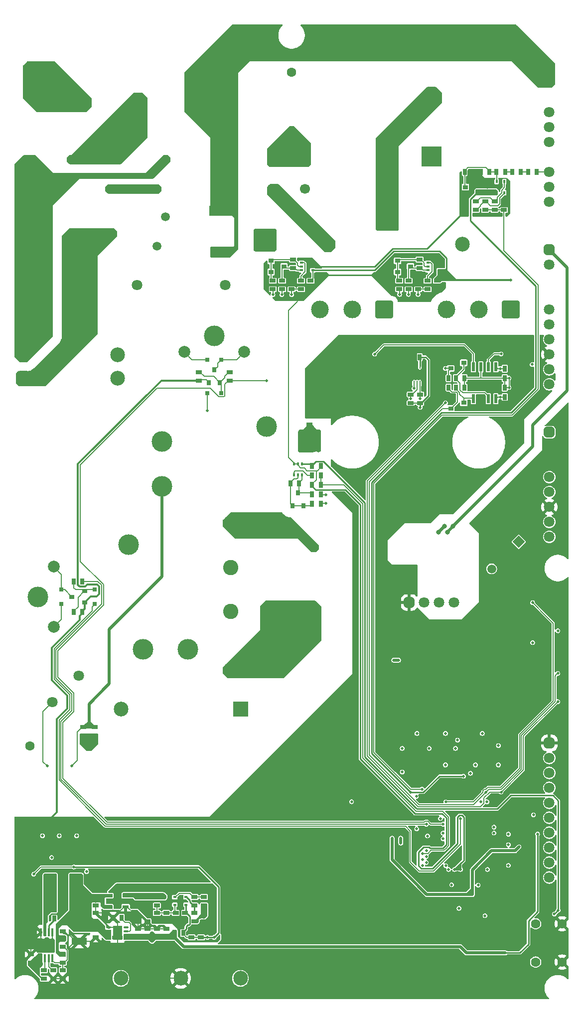
<source format=gbr>
%TF.GenerationSoftware,KiCad,Pcbnew,8.0.2*%
%TF.CreationDate,2024-05-14T20:54:04+07:00*%
%TF.ProjectId,HW.ACIM-PSU,48572e41-4349-44d2-9d50-53552e6b6963,0.0*%
%TF.SameCoordinates,Original*%
%TF.FileFunction,Copper,L4,Bot*%
%TF.FilePolarity,Positive*%
%FSLAX46Y46*%
G04 Gerber Fmt 4.6, Leading zero omitted, Abs format (unit mm)*
G04 Created by KiCad (PCBNEW 8.0.2) date 2024-05-14 20:54:04*
%MOMM*%
%LPD*%
G01*
G04 APERTURE LIST*
G04 Aperture macros list*
%AMRoundRect*
0 Rectangle with rounded corners*
0 $1 Rounding radius*
0 $2 $3 $4 $5 $6 $7 $8 $9 X,Y pos of 4 corners*
0 Add a 4 corners polygon primitive as box body*
4,1,4,$2,$3,$4,$5,$6,$7,$8,$9,$2,$3,0*
0 Add four circle primitives for the rounded corners*
1,1,$1+$1,$2,$3*
1,1,$1+$1,$4,$5*
1,1,$1+$1,$6,$7*
1,1,$1+$1,$8,$9*
0 Add four rect primitives between the rounded corners*
20,1,$1+$1,$2,$3,$4,$5,0*
20,1,$1+$1,$4,$5,$6,$7,0*
20,1,$1+$1,$6,$7,$8,$9,0*
20,1,$1+$1,$8,$9,$2,$3,0*%
%AMRotRect*
0 Rectangle, with rotation*
0 The origin of the aperture is its center*
0 $1 length*
0 $2 width*
0 $3 Rotation angle, in degrees counterclockwise*
0 Add horizontal line*
21,1,$1,$2,0,0,$3*%
G04 Aperture macros list end*
%TA.AperFunction,ComponentPad*%
%ADD10RoundRect,0.450000X-0.450000X0.450000X-0.450000X-0.450000X0.450000X-0.450000X0.450000X0.450000X0*%
%TD*%
%TA.AperFunction,ComponentPad*%
%ADD11C,1.800000*%
%TD*%
%TA.AperFunction,ComponentPad*%
%ADD12R,3.200000X3.200000*%
%TD*%
%TA.AperFunction,ComponentPad*%
%ADD13C,3.200000*%
%TD*%
%TA.AperFunction,ComponentPad*%
%ADD14C,2.600000*%
%TD*%
%TA.AperFunction,ComponentPad*%
%ADD15RoundRect,0.250000X-1.000000X-1.000000X1.000000X-1.000000X1.000000X1.000000X-1.000000X1.000000X0*%
%TD*%
%TA.AperFunction,ComponentPad*%
%ADD16C,2.200000*%
%TD*%
%TA.AperFunction,ComponentPad*%
%ADD17C,2.500000*%
%TD*%
%TA.AperFunction,ComponentPad*%
%ADD18C,1.500000*%
%TD*%
%TA.AperFunction,ComponentPad*%
%ADD19C,2.000000*%
%TD*%
%TA.AperFunction,ComponentPad*%
%ADD20C,3.500000*%
%TD*%
%TA.AperFunction,ComponentPad*%
%ADD21R,3.500000X3.500000*%
%TD*%
%TA.AperFunction,ComponentPad*%
%ADD22C,1.600000*%
%TD*%
%TA.AperFunction,ComponentPad*%
%ADD23RotRect,1.500000X1.500000X225.000000*%
%TD*%
%TA.AperFunction,ComponentPad*%
%ADD24C,1.700000*%
%TD*%
%TA.AperFunction,ComponentPad*%
%ADD25R,1.700000X1.700000*%
%TD*%
%TA.AperFunction,ComponentPad*%
%ADD26RoundRect,0.625000X0.625000X-0.625000X0.625000X0.625000X-0.625000X0.625000X-0.625000X-0.625000X0*%
%TD*%
%TA.AperFunction,ComponentPad*%
%ADD27RoundRect,0.450000X-0.450000X-0.450000X0.450000X-0.450000X0.450000X0.450000X-0.450000X0.450000X0*%
%TD*%
%TA.AperFunction,ComponentPad*%
%ADD28R,2.500000X2.500000*%
%TD*%
%TA.AperFunction,SMDPad,CuDef*%
%ADD29R,0.400000X0.600000*%
%TD*%
%TA.AperFunction,SMDPad,CuDef*%
%ADD30R,1.000000X0.650000*%
%TD*%
%TA.AperFunction,SMDPad,CuDef*%
%ADD31R,0.650000X1.000000*%
%TD*%
%TA.AperFunction,SMDPad,CuDef*%
%ADD32R,0.700000X0.700000*%
%TD*%
%TA.AperFunction,SMDPad,CuDef*%
%ADD33R,0.420000X0.600000*%
%TD*%
%TA.AperFunction,ComponentPad*%
%ADD34RoundRect,0.250000X-1.250000X-1.250000X1.250000X-1.250000X1.250000X1.250000X-1.250000X1.250000X0*%
%TD*%
%TA.AperFunction,ComponentPad*%
%ADD35C,3.000000*%
%TD*%
%TA.AperFunction,SMDPad,CuDef*%
%ADD36R,1.100000X0.600000*%
%TD*%
%TA.AperFunction,SMDPad,CuDef*%
%ADD37R,0.600000X1.550000*%
%TD*%
%TA.AperFunction,SMDPad,CuDef*%
%ADD38R,0.800000X0.900000*%
%TD*%
%TA.AperFunction,SMDPad,CuDef*%
%ADD39O,0.800000X0.400000*%
%TD*%
%TA.AperFunction,SMDPad,CuDef*%
%ADD40R,1.600000X2.400000*%
%TD*%
%TA.AperFunction,SMDPad,CuDef*%
%ADD41R,0.900000X0.800000*%
%TD*%
%TA.AperFunction,SMDPad,CuDef*%
%ADD42R,0.600000X0.420000*%
%TD*%
%TA.AperFunction,SMDPad,CuDef*%
%ADD43RoundRect,0.125000X0.000010X0.300000X-0.000010X0.300000X-0.000010X-0.300000X0.000010X-0.300000X0*%
%TD*%
%TA.AperFunction,SMDPad,CuDef*%
%ADD44R,1.600000X1.500000*%
%TD*%
%TA.AperFunction,SMDPad,CuDef*%
%ADD45R,2.500000X1.300000*%
%TD*%
%TA.AperFunction,SMDPad,CuDef*%
%ADD46R,2.150000X6.500000*%
%TD*%
%TA.AperFunction,SMDPad,CuDef*%
%ADD47R,0.450000X1.450000*%
%TD*%
%TA.AperFunction,SMDPad,CuDef*%
%ADD48R,0.600000X0.400000*%
%TD*%
%TA.AperFunction,ViaPad*%
%ADD49C,0.480000*%
%TD*%
%TA.AperFunction,ViaPad*%
%ADD50C,0.800000*%
%TD*%
%TA.AperFunction,Conductor*%
%ADD51C,0.160000*%
%TD*%
%TA.AperFunction,Conductor*%
%ADD52C,0.500000*%
%TD*%
%TA.AperFunction,Conductor*%
%ADD53C,0.320000*%
%TD*%
%TA.AperFunction,Conductor*%
%ADD54C,0.250000*%
%TD*%
%TA.AperFunction,Conductor*%
%ADD55C,0.750000*%
%TD*%
G04 APERTURE END LIST*
D10*
%TO.P,J2,1,1*%
%TO.N,CHASSIS*%
X112167100Y-77132900D03*
D11*
%TO.P,J2,2,2*%
X112167100Y-79672900D03*
%TO.P,J2,4,4*%
%TO.N,PGND*%
X112167100Y-84752900D03*
%TO.P,J2,5,5*%
X112167100Y-87292900D03*
%TO.P,J2,6,6*%
X112167100Y-89832900D03*
%TO.P,J2,8,8*%
%TO.N,VDC*%
X112167100Y-94912900D03*
%TO.P,J2,9,9*%
X112167100Y-97452900D03*
%TO.P,J2,10,10*%
X112167100Y-99992900D03*
%TD*%
D10*
%TO.P,J3,1,1*%
%TO.N,Net-(C74-Pad2)*%
X112167100Y-139165100D03*
D11*
%TO.P,J3,4,4*%
%TO.N,/MCU/PGC*%
X112167100Y-146785100D03*
%TO.P,J3,5,5*%
%TO.N,/MCU/PGD*%
X112167100Y-149325100D03*
%TO.P,J3,6,6*%
%TO.N,GND*%
X112167100Y-151865100D03*
%TO.P,J3,7,7*%
%TO.N,+3V3*%
X112167100Y-154405100D03*
%TO.P,J3,8,8*%
%TO.N,/MCU/~{MCLR}*%
X112167100Y-156945100D03*
%TD*%
D12*
%TO.P,J1,1,1*%
%TO.N,CHASSIS*%
X51794000Y-83118100D03*
D13*
%TO.P,J1,2,2*%
%TO.N,Net-(C2-Pad1)*%
X42294000Y-83118100D03*
%TO.P,J1,3,3*%
%TO.N,Net-(F1-Pad1)*%
X32794000Y-83118100D03*
%TD*%
D14*
%TO.P,BR1,1,DC+*%
%TO.N,VBUS*%
X58044000Y-179618100D03*
%TO.P,BR1,2,AC1*%
%TO.N,Net-(BR1-AC1)*%
X58044000Y-169618100D03*
%TO.P,BR1,3,AC2*%
%TO.N,Net-(BR1-AC2)*%
X58044000Y-162118100D03*
%TO.P,BR1,4,DC-*%
%TO.N,GND_HV*%
X58044000Y-154618100D03*
%TD*%
D15*
%TO.P,J8,1,1*%
%TO.N,VBUS*%
X72144000Y-173318100D03*
%TD*%
D10*
%TO.P,J5,1,1*%
%TO.N,GND*%
X112168100Y-191954299D03*
D11*
%TO.P,J5,2,2*%
%TO.N,/MCU/CTS2*%
X112168100Y-194494300D03*
%TO.P,J5,3,3*%
%TO.N,/MCU/RTS2*%
X112168100Y-197034300D03*
%TO.P,J5,4,4*%
%TO.N,/MCU/RXD2*%
X112168100Y-199574300D03*
%TO.P,J5,5,5*%
%TO.N,/MCU/TXD2*%
X112168100Y-202114299D03*
%TO.P,J5,6,6*%
%TO.N,/MCU/RXD1*%
X112168100Y-204654301D03*
%TO.P,J5,7,7*%
%TO.N,/MCU/TXD1*%
X112168100Y-207194300D03*
%TO.P,J5,8,8*%
%TO.N,/MCU/USB_DP*%
X112168100Y-209734300D03*
%TO.P,J5,9,9*%
%TO.N,/MCU/USB_DM*%
X112168100Y-212274300D03*
%TO.P,J5,10,10*%
%TO.N,/MCU/VBUS*%
X112168100Y-214814301D03*
%TD*%
D16*
%TO.P,F1,1,1*%
%TO.N,Net-(F1-Pad1)*%
X23879000Y-77322100D03*
X23879000Y-81922100D03*
%TO.P,F1,2,2*%
%TO.N,Net-(C2-Pad2)*%
X23879000Y-93222100D03*
X23879000Y-97822100D03*
%TD*%
D17*
%TO.P,J7,1,1*%
%TO.N,Net-(Q6-D)*%
X97417099Y-107239200D03*
%TD*%
D18*
%TO.P,M3,1,1*%
%TO.N,Net-(G1-Pad2)*%
X45479000Y-97822100D03*
%TO.P,M3,2,2*%
%TO.N,Net-(C2-Pad2)*%
X46979000Y-92822100D03*
%TD*%
D11*
%TO.P,B1,1,1*%
%TO.N,AC1*%
X27698935Y-185038165D03*
%TO.P,B1,2,2*%
%TO.N,Net-(BR1-AC1)*%
X32189063Y-180548037D03*
%TD*%
D19*
%TO.P,RL2,1,COIL1*%
%TO.N,Net-(Q2-D)*%
X27943999Y-162018099D03*
%TO.P,RL2,2,COIL2*%
%TO.N,+5V*%
X27943999Y-172218101D03*
D20*
%TO.P,RL2,3,COM*%
%TO.N,AC1*%
X25244000Y-167118100D03*
%TO.P,RL2,4,COM*%
X40643999Y-158218100D03*
%TO.P,RL2,5,NC*%
X50743999Y-176018100D03*
%TO.P,RL2,6,NO*%
%TO.N,Net-(BR1-AC1)*%
X43143999Y-176018100D03*
%TD*%
D11*
%TO.P,C2,1,1*%
%TO.N,Net-(C2-Pad1)*%
X37794000Y-105418100D03*
%TO.P,C2,2,2*%
%TO.N,Net-(C2-Pad2)*%
X22794000Y-105418100D03*
%TD*%
D21*
%TO.P,C44,+,+*%
%TO.N,VDC*%
X92167100Y-92292900D03*
D20*
%TO.P,C44,-,-*%
%TO.N,PGND*%
X92167100Y-82292900D03*
%TD*%
D18*
%TO.P,M4,1,1*%
%TO.N,AC2*%
X45479000Y-107522100D03*
%TO.P,M4,2,2*%
%TO.N,AC1*%
X46979000Y-102522100D03*
%TD*%
D22*
%TO.P,C43,1,1*%
%TO.N,PGND*%
X68367100Y-77992900D03*
%TO.P,C43,2,2*%
%TO.N,VDC*%
X68367100Y-87992900D03*
%TD*%
%TO.P,BT1,1,1*%
%TO.N,/MCU/~{MCLR}*%
X109842000Y-229183900D03*
%TO.P,BT1,2,2*%
X109842000Y-222683900D03*
%TO.P,BT1,3,3*%
%TO.N,GND*%
X114342000Y-229183900D03*
%TO.P,BT1,4,4*%
X114342000Y-222683900D03*
%TD*%
D18*
%TO.P,BZ1,1,V-*%
%TO.N,Net-(BZ1-V-)*%
X102368903Y-162381997D03*
D23*
%TO.P,BZ1,2,V+*%
%TO.N,+5V*%
X106965097Y-157785803D03*
%TD*%
D11*
%TO.P,C11,1,1*%
%TO.N,AC2*%
X57094000Y-114118100D03*
%TO.P,C11,2,2*%
%TO.N,AC1*%
X42094000Y-114118100D03*
%TD*%
D24*
%TO.P,D8,A,A*%
%TO.N,Net-(Q3-D)*%
X65067100Y-97832900D03*
D25*
%TO.P,D8,K,K*%
%TO.N,VDC*%
X65067100Y-92752900D03*
%TD*%
D22*
%TO.P,C28,1,1*%
%TO.N,GND_HV*%
X72144000Y-158718100D03*
%TO.P,C28,2,2*%
%TO.N,VBUS*%
X72144000Y-168718100D03*
%TD*%
D11*
%TO.P,C35,1,1*%
%TO.N,GND_HV*%
X64344000Y-153718100D03*
%TO.P,C35,2,2*%
%TO.N,VBUS*%
X64344000Y-168718100D03*
%TD*%
D24*
%TO.P,D11,A,A*%
%TO.N,Net-(Q6-D)*%
X70667100Y-97832900D03*
D25*
%TO.P,D11,K,K*%
%TO.N,VDC*%
X70667100Y-92752900D03*
%TD*%
D18*
%TO.P,M2,1,1*%
%TO.N,Net-(G1-Pad2)*%
X37479000Y-97822100D03*
%TO.P,M2,2,2*%
%TO.N,Net-(C2-Pad1)*%
X38979000Y-92822100D03*
%TD*%
D26*
%TO.P,FT1,1,1*%
%TO.N,Net-(C2-Pad1)*%
X22844000Y-130018100D03*
D17*
%TO.P,FT1,2,2*%
%TO.N,AC2*%
X38844000Y-130018100D03*
%TO.P,FT1,3,3*%
%TO.N,Net-(C2-Pad2)*%
X22844000Y-126018100D03*
%TO.P,FT1,4,4*%
%TO.N,AC1*%
X38844000Y-126018100D03*
%TD*%
D22*
%TO.P,C1,1,1*%
%TO.N,Net-(MD1-ACN)*%
X33943999Y-192493101D03*
%TO.P,C1,2,2*%
%TO.N,Net-(MD1-ACL)*%
X23943999Y-192493101D03*
%TD*%
D27*
%TO.P,MD2,1,VI-*%
%TO.N,GND*%
X88357000Y-168083900D03*
D11*
%TO.P,MD2,2,VI+*%
%TO.N,Net-(MD2-VI+)*%
X90897000Y-168083900D03*
%TO.P,MD2,3,DC-*%
%TO.N,GND1*%
X93437000Y-168083900D03*
%TO.P,MD2,4,DC+*%
%TO.N,+24V*%
X95977000Y-168083900D03*
%TD*%
D17*
%TO.P,J9,1,1*%
%TO.N,Net-(Q3-D)*%
X74517099Y-107239200D03*
%TD*%
D28*
%TO.P,MD1,1,ACN*%
%TO.N,Net-(MD1-ACN)*%
X59687100Y-186229200D03*
D17*
%TO.P,MD1,2,ACL*%
%TO.N,Net-(MD1-ACL)*%
X39367100Y-186229200D03*
%TO.P,MD1,3,NC*%
%TO.N,unconnected-(MD1-NC-Pad3)*%
X39367100Y-231949200D03*
%TO.P,MD1,4,DC-*%
%TO.N,GND*%
X49527100Y-231949200D03*
%TO.P,MD1,5,DC+*%
%TO.N,+15V*%
X59687100Y-231949200D03*
%TD*%
D10*
%TO.P,J4,1,1*%
%TO.N,+24V*%
X112167100Y-108149200D03*
D11*
%TO.P,J4,2,2*%
%TO.N,GND1*%
X112167100Y-110689200D03*
%TO.P,J4,5,5*%
%TO.N,+15V*%
X112167100Y-118309200D03*
%TO.P,J4,6,6*%
%TO.N,GND*%
X112167100Y-120849200D03*
%TO.P,J4,7,7*%
%TO.N,+5V*%
X112167100Y-123389200D03*
%TO.P,J4,8,8*%
%TO.N,GND*%
X112167100Y-125929200D03*
%TO.P,J4,9,9*%
%TO.N,/MCU/~{INV_FAULT}*%
X112167100Y-128469200D03*
%TO.P,J4,10,10*%
%TO.N,/MCU/RL_INRUSH_EN*%
X112167100Y-131009200D03*
%TD*%
D18*
%TO.P,M1,1,1*%
%TO.N,Net-(C2-Pad1)*%
X30979000Y-92822100D03*
%TO.P,M1,2,2*%
%TO.N,Net-(C2-Pad2)*%
X29479000Y-97822100D03*
%TD*%
D15*
%TO.P,J6,1,1*%
%TO.N,VBUS*%
X64344000Y-173318100D03*
%TD*%
D19*
%TO.P,RL1,1,COIL1*%
%TO.N,Net-(Q1-D)*%
X60344001Y-125518099D03*
%TO.P,RL1,2,COIL2*%
%TO.N,+5V*%
X50143999Y-125518099D03*
D20*
%TO.P,RL1,3,COM*%
%TO.N,AC2*%
X55244000Y-122818100D03*
%TO.P,RL1,4,COM*%
X64144000Y-138218099D03*
%TO.P,RL1,5,NC*%
X46344000Y-148318099D03*
%TO.P,RL1,6,NO*%
%TO.N,Net-(BR1-AC2)*%
X46344000Y-140718099D03*
%TD*%
D29*
%TO.P,U11,1,VIN+*%
%TO.N,Net-(D17-COM)*%
X103217099Y-96562900D03*
%TO.P,U11,2,VSS*%
%TO.N,AGND*%
X103867099Y-96562901D03*
%TO.P,U11,3,VIN-*%
%TO.N,Net-(U11-VIN-)*%
X104517099Y-96562900D03*
%TO.P,U11,4,VOUT*%
%TO.N,Net-(U11-VOUT)*%
X104517099Y-98462900D03*
%TO.P,U11,5,VDD*%
%TO.N,AVDD*%
X103217099Y-98462900D03*
%TD*%
D30*
%TO.P,C52,1,1*%
%TO.N,Net-(U6-VIN-)*%
X51877100Y-218124201D03*
%TO.P,C52,2,2*%
%TO.N,Net-(U6-VOUT)*%
X51877100Y-219574199D03*
%TD*%
%TO.P,R2,1,1*%
%TO.N,Net-(MD1-ACN)*%
X34943999Y-190718100D03*
%TO.P,R2,2,2*%
%TO.N,AC2*%
X34943999Y-189268102D03*
%TD*%
%TO.P,C34,1,1*%
%TO.N,AGND*%
X51377100Y-223524201D03*
%TO.P,C34,2,2*%
%TO.N,AVDD*%
X51377100Y-224974199D03*
%TD*%
D31*
%TO.P,R23,1,1*%
%TO.N,+15V*%
X97742100Y-131564201D03*
%TO.P,R23,2,2*%
%TO.N,Net-(Q5-D)*%
X96292100Y-131564201D03*
%TD*%
D32*
%TO.P,D3,A,A*%
%TO.N,Net-(Q1-D)*%
X56444000Y-126818100D03*
%TO.P,D3,K,K*%
%TO.N,+5V*%
X54044000Y-126818100D03*
%TD*%
D33*
%TO.P,U8,1,REF*%
%TO.N,AGND*%
X68794000Y-144518100D03*
%TO.P,U8,2,GND*%
X69444000Y-144518101D03*
%TO.P,U8,3,V+*%
%TO.N,+5V*%
X70094000Y-144518100D03*
%TO.P,U8,4,IN+*%
%TO.N,Net-(D13-COM)*%
X70094000Y-146418100D03*
%TO.P,U8,5,IN-*%
%TO.N,Net-(D13-A1)*%
X69444000Y-146418099D03*
%TO.P,U8,6,OUT*%
%TO.N,Net-(U8-OUT)*%
X68794000Y-146418100D03*
%TD*%
D30*
%TO.P,C27,1,1*%
%TO.N,GND*%
X43877100Y-223524201D03*
%TO.P,C27,2,2*%
%TO.N,+3V3*%
X43877100Y-224974199D03*
%TD*%
%TO.P,R14,1,1*%
%TO.N,/Interleaved PFC/SDA*%
X90217100Y-132739200D03*
%TO.P,R14,2,2*%
%TO.N,+3V3*%
X90217100Y-134189198D03*
%TD*%
%TO.P,C45,1,1*%
%TO.N,AGND*%
X47077100Y-222274199D03*
%TO.P,C45,2,2*%
%TO.N,Net-(U6-VIN+)*%
X47077100Y-220824201D03*
%TD*%
D31*
%TO.P,C42,1,1*%
%TO.N,GND*%
X106042099Y-129964201D03*
%TO.P,C42,2,2*%
%TO.N,+15V*%
X104592101Y-129964201D03*
%TD*%
D34*
%TO.P,Q3,1,G*%
%TO.N,Net-(Q3-G)*%
X84117099Y-118289200D03*
D35*
%TO.P,Q3,2,D*%
%TO.N,Net-(Q3-D)*%
X78667099Y-118289200D03*
%TO.P,Q3,3,S*%
%TO.N,Net-(Q3-S)*%
X73217099Y-118289200D03*
%TD*%
D36*
%TO.P,U3,1,OUT*%
%TO.N,VREF*%
X40177100Y-217899200D03*
%TO.P,U3,2,GND3*%
%TO.N,AGND*%
X40177099Y-218849200D03*
%TO.P,U3,3,GND1*%
%TO.N,GND*%
X40177100Y-219799200D03*
%TO.P,U3,4,~{SHDN}*%
%TO.N,+5V*%
X37377100Y-219799200D03*
%TO.P,U3,5,GND2*%
%TO.N,AGND*%
X37377101Y-218849200D03*
%TO.P,U3,6,VDD*%
%TO.N,+5V*%
X37377100Y-217899200D03*
%TD*%
D31*
%TO.P,R21,1,1*%
%TO.N,+15V*%
X97742100Y-129964201D03*
%TO.P,R21,2,2*%
%TO.N,Net-(Q4-D)*%
X96292100Y-129964201D03*
%TD*%
D32*
%TO.P,D2,A,A*%
%TO.N,Net-(Q1-G)*%
X56444000Y-132518100D03*
%TO.P,D2,K,K*%
%TO.N,/MCU/~{PFC_FLT_OC}*%
X54044000Y-132518100D03*
%TD*%
D30*
%TO.P,R34,1,1*%
%TO.N,Net-(D12-COM)*%
X66767099Y-113414201D03*
%TO.P,R34,2,2*%
%TO.N,/Interleaved PFC/PFC_IA_SENSE_P*%
X66767099Y-114864199D03*
%TD*%
%TO.P,R29,1,1*%
%TO.N,Net-(U6-VIN+)*%
X45477100Y-219574199D03*
%TO.P,R29,2,2*%
%TO.N,VREF*%
X45477100Y-218124201D03*
%TD*%
D31*
%TO.P,C24,1,1*%
%TO.N,GND*%
X38052101Y-221649200D03*
%TO.P,C24,2,2*%
%TO.N,Net-(U2-CDELAY)*%
X39502099Y-221649200D03*
%TD*%
D30*
%TO.P,R46,1,1*%
%TO.N,Net-(U6-VIN-)*%
X53477100Y-218124201D03*
%TO.P,R46,2,2*%
%TO.N,/MCU/PFC_VREF*%
X53477100Y-219574199D03*
%TD*%
%TO.P,C29,1,1*%
%TO.N,AGND*%
X43877100Y-219574199D03*
%TO.P,C29,2,2*%
%TO.N,VREF*%
X43877100Y-218124201D03*
%TD*%
%TO.P,R6,1,1*%
%TO.N,GND*%
X29477100Y-232024199D03*
%TO.P,R6,2,2*%
%TO.N,Net-(U1-VFB)*%
X29477100Y-230574201D03*
%TD*%
%TO.P,R56,1,1*%
%TO.N,Net-(D16-COM)*%
X88267099Y-113414201D03*
%TO.P,R56,2,2*%
%TO.N,/Interleaved PFC/PFC_IB_SENSE_P*%
X88267099Y-114864199D03*
%TD*%
D31*
%TO.P,R24,1,1*%
%TO.N,GND*%
X106042100Y-133164201D03*
%TO.P,R24,2,2*%
%TO.N,/Interleaved PFC/PFC_ENA*%
X104592100Y-133164201D03*
%TD*%
D30*
%TO.P,C22,1,1*%
%TO.N,GND*%
X35077100Y-220824201D03*
%TO.P,C22,2,2*%
%TO.N,+5V*%
X35077100Y-222274199D03*
%TD*%
%TO.P,C30,1,1*%
%TO.N,GND*%
X45477100Y-223524201D03*
%TO.P,C30,2,2*%
%TO.N,+3V3*%
X45477100Y-224974199D03*
%TD*%
%TO.P,C51,1,1*%
%TO.N,AGND*%
X50277100Y-222274199D03*
%TO.P,C51,2,2*%
%TO.N,AVDD*%
X50277100Y-220824201D03*
%TD*%
D31*
%TO.P,R12,1,1*%
%TO.N,/MCU/RL_TEST_EN*%
X32819000Y-164518100D03*
%TO.P,R12,2,2*%
%TO.N,Net-(Q2-G)*%
X31369000Y-164518100D03*
%TD*%
D30*
%TO.P,C63,1,1*%
%TO.N,AGND*%
X89867099Y-113414201D03*
%TO.P,C63,2,2*%
%TO.N,/MCU/PFC_IB_SENSE*%
X89867099Y-114864199D03*
%TD*%
%TO.P,R55,1,1*%
%TO.N,Net-(D16-A1)*%
X86667099Y-113414201D03*
%TO.P,R55,2,2*%
%TO.N,/Interleaved PFC/PFC_IB_SENSE_N*%
X86667099Y-114864199D03*
%TD*%
%TO.P,C23,1,1*%
%TO.N,GND*%
X35077100Y-219574199D03*
%TO.P,C23,2,2*%
%TO.N,+5V*%
X35077100Y-218124201D03*
%TD*%
D37*
%TO.P,U5,1,ENA*%
%TO.N,/Interleaved PFC/PFC_ENA*%
X103072100Y-133464201D03*
%TO.P,U5,2,INA*%
%TO.N,Net-(Q4-D)*%
X101802100Y-133464201D03*
%TO.P,U5,3,GND*%
%TO.N,GND*%
X100538502Y-133460378D03*
%TO.P,U5,4,INB*%
%TO.N,Net-(Q5-D)*%
X99262100Y-133464201D03*
%TO.P,U5,5,OUTB*%
%TO.N,/Interleaved PFC/PFC_GATE_B*%
X99262100Y-128064201D03*
%TO.P,U5,6,VDD*%
%TO.N,+15V*%
X100532100Y-128064201D03*
%TO.P,U5,7,OUTA*%
%TO.N,/Interleaved PFC/PFC_GATE_A*%
X101802100Y-128064201D03*
%TO.P,U5,8,ENB*%
%TO.N,/Interleaved PFC/PFC_ENB*%
X103072100Y-128064201D03*
%TD*%
D31*
%TO.P,C37,1,1*%
%TO.N,GND*%
X88692101Y-126389200D03*
%TO.P,C37,2,2*%
%TO.N,+3V3*%
X90142099Y-126389200D03*
%TD*%
%TO.P,R26,1,1*%
%TO.N,GND*%
X106042099Y-128364201D03*
%TO.P,R26,2,2*%
%TO.N,/Interleaved PFC/PFC_ENB*%
X104592101Y-128364201D03*
%TD*%
D30*
%TO.P,R5,1,1*%
%TO.N,Net-(U1-VFB)*%
X29477100Y-229324199D03*
%TO.P,R5,2,2*%
%TO.N,+5V*%
X29477100Y-227874201D03*
%TD*%
%TO.P,C55,1,1*%
%TO.N,AGND*%
X53477100Y-222274199D03*
%TO.P,C55,2,2*%
%TO.N,/MCU/PFC_VREF*%
X53477100Y-220824201D03*
%TD*%
D31*
%TO.P,R64,1,1*%
%TO.N,Net-(R63-Pad2)*%
X107342099Y-94912900D03*
%TO.P,R64,2,2*%
%TO.N,Net-(R64-Pad2)*%
X105892101Y-94912900D03*
%TD*%
D30*
%TO.P,C32,1,1*%
%TO.N,Net-(U1-VFB)*%
X29477100Y-226624199D03*
%TO.P,C32,2,2*%
%TO.N,+5V*%
X29477100Y-225174201D03*
%TD*%
D38*
%TO.P,Q1,1,G*%
%TO.N,Net-(Q1-G)*%
X56194000Y-130768100D03*
%TO.P,Q1,2,S*%
%TO.N,GND*%
X54293285Y-130770289D03*
%TO.P,Q1,3,D*%
%TO.N,Net-(Q1-D)*%
X55244000Y-128568100D03*
%TD*%
D30*
%TO.P,C25,1,1*%
%TO.N,GND*%
X42277100Y-223524201D03*
%TO.P,C25,2,2*%
%TO.N,+3V3*%
X42277100Y-224974199D03*
%TD*%
%TO.P,FT2,1,1*%
%TO.N,AGND*%
X43877100Y-220824201D03*
%TO.P,FT2,2,2*%
%TO.N,GND*%
X43877100Y-222274199D03*
%TD*%
D31*
%TO.P,R63,1,1*%
%TO.N,VDC*%
X110042099Y-94912900D03*
%TO.P,R63,2,2*%
%TO.N,Net-(R63-Pad2)*%
X108592101Y-94912900D03*
%TD*%
D39*
%TO.P,U2,1,VIN1*%
%TO.N,+5V*%
X37327100Y-225224200D03*
%TO.P,U2,2,VIN2*%
X37327100Y-224574200D03*
%TO.P,U2,3,~{SHDN}*%
X37327100Y-223924200D03*
%TO.P,U2,4,GND*%
%TO.N,GND*%
X37327100Y-223274200D03*
%TO.P,U2,5,PWRGD*%
%TO.N,unconnected-(U2-PWRGD-Pad5)*%
X40227100Y-223274200D03*
%TO.P,U2,6,CDELAY*%
%TO.N,Net-(U2-CDELAY)*%
X40227100Y-223924200D03*
%TO.P,U2,7,SEN/ADJ*%
%TO.N,+3V3*%
X40227100Y-224574200D03*
%TO.P,U2,8,VOUT*%
X40227100Y-225224200D03*
D40*
%TO.P,U2,9,EP*%
%TO.N,GND*%
X38777100Y-224249200D03*
%TD*%
D30*
%TO.P,FT3,1,1*%
%TO.N,GND*%
X71444000Y-136443101D03*
%TO.P,FT3,2,2*%
%TO.N,PGND*%
X71444000Y-137893099D03*
%TD*%
D41*
%TO.P,Q4,1,G*%
%TO.N,/Interleaved PFC/PFC_PWMA*%
X95417100Y-128314201D03*
%TO.P,Q4,2,S*%
%TO.N,GND*%
X95414911Y-126413486D03*
%TO.P,Q4,3,D*%
%TO.N,Net-(Q4-D)*%
X97617099Y-127364201D03*
%TD*%
D30*
%TO.P,C71,1,1*%
%TO.N,/MCU/VDC_SENSE*%
X104467099Y-101387899D03*
%TO.P,C71,2,2*%
%TO.N,AGND*%
X104467099Y-99937901D03*
%TD*%
D31*
%TO.P,R66,1,1*%
%TO.N,Net-(D17-COM)*%
X101942098Y-94912900D03*
%TO.P,R66,2,2*%
%TO.N,AGND*%
X100492100Y-94912900D03*
%TD*%
%TO.P,R48,1,1*%
%TO.N,Net-(U8-OUT)*%
X71869001Y-146518100D03*
%TO.P,R48,2,2*%
%TO.N,/MCU/IDC_SENSE*%
X73318999Y-146518100D03*
%TD*%
D42*
%TO.P,U10,1,REF*%
%TO.N,AGND*%
X93467099Y-110339200D03*
%TO.P,U10,2,GND*%
X93467098Y-110989200D03*
%TO.P,U10,3,V+*%
%TO.N,+5V*%
X93467099Y-111639200D03*
%TO.P,U10,4,IN+*%
%TO.N,Net-(D16-COM)*%
X91567099Y-111639200D03*
%TO.P,U10,5,IN-*%
%TO.N,Net-(D16-A1)*%
X91567100Y-110989200D03*
%TO.P,U10,6,OUT*%
%TO.N,Net-(U10-OUT)*%
X91567099Y-110339200D03*
%TD*%
D32*
%TO.P,D4,A,A*%
%TO.N,Net-(Q2-G)*%
X34944000Y-165918100D03*
%TO.P,D4,K,K*%
%TO.N,/MCU/~{INV_FAULT}*%
X34944000Y-168318100D03*
%TD*%
D30*
%TO.P,C60,1,1*%
%TO.N,Net-(D16-COM)*%
X90117099Y-111264199D03*
%TO.P,C60,2,2*%
%TO.N,Net-(D16-A1)*%
X90117099Y-109814201D03*
%TD*%
%TO.P,R58,1,1*%
%TO.N,Net-(U10-OUT)*%
X91467099Y-113414201D03*
%TO.P,R58,2,2*%
%TO.N,/MCU/PFC_IB_SENSE*%
X91467099Y-114864199D03*
%TD*%
%TO.P,R3,1,1*%
%TO.N,Net-(U1-EN)*%
X26277100Y-230574201D03*
%TO.P,R3,2,2*%
%TO.N,+15V*%
X26277100Y-232024199D03*
%TD*%
%TO.P,R16,1,1*%
%TO.N,/Interleaved PFC/SCL*%
X88617100Y-132739200D03*
%TO.P,R16,2,2*%
%TO.N,+3V3*%
X88617100Y-134189198D03*
%TD*%
%TO.P,R11,1,1*%
%TO.N,Net-(Q1-G)*%
X52644000Y-128943101D03*
%TO.P,R11,2,2*%
%TO.N,GND*%
X52644000Y-130393099D03*
%TD*%
D31*
%TO.P,FT4,1,1*%
%TO.N,+3V3*%
X48502101Y-224249200D03*
%TO.P,FT4,2,2*%
%TO.N,AVDD*%
X49952099Y-224249200D03*
%TD*%
D30*
%TO.P,C17,1,1*%
%TO.N,GND*%
X29477100Y-223924199D03*
%TO.P,C17,2,2*%
%TO.N,+5V*%
X29477100Y-222474201D03*
%TD*%
D43*
%TO.P,U4,1,SDA*%
%TO.N,/Interleaved PFC/SDA*%
X90167100Y-130839200D03*
%TO.P,U4,2,SCL*%
%TO.N,/Interleaved PFC/SCL*%
X89667100Y-130839200D03*
%TO.P,U4,3,ALERT*%
%TO.N,/Interleaved PFC/~{THERMAL_ALERT}*%
X89167100Y-130839200D03*
%TO.P,U4,4,GND*%
%TO.N,GND*%
X88667100Y-130839200D03*
%TO.P,U4,5,A2*%
X88667100Y-127939200D03*
%TO.P,U4,6,A1*%
X89167100Y-127939200D03*
%TO.P,U4,7,A0*%
X89667100Y-127939200D03*
%TO.P,U4,8,VCC*%
%TO.N,+3V3*%
X90167100Y-127939200D03*
D44*
%TO.P,U4,9,EP*%
%TO.N,GND*%
X89417100Y-129389200D03*
%TD*%
D31*
%TO.P,C41,1,1*%
%TO.N,GND*%
X106042099Y-131564201D03*
%TO.P,C41,2,2*%
%TO.N,+15V*%
X104592101Y-131564201D03*
%TD*%
D30*
%TO.P,C70,1,1*%
%TO.N,Net-(U11-VIN-)*%
X99667099Y-99937901D03*
%TO.P,C70,2,2*%
%TO.N,Net-(U11-VOUT)*%
X99667099Y-101387899D03*
%TD*%
D45*
%TO.P,C19,+,+*%
%TO.N,+5V*%
X32277100Y-222849201D03*
%TO.P,C19,-,-*%
%TO.N,GND*%
X32277100Y-225649199D03*
%TD*%
D41*
%TO.P,D12,1,A1*%
%TO.N,Net-(D12-A1)*%
X64867099Y-111939200D03*
%TO.P,D12,2,K2*%
X64864910Y-110038485D03*
%TO.P,D12,3,COM*%
%TO.N,Net-(D12-COM)*%
X67067098Y-110989200D03*
%TD*%
D31*
%TO.P,R22,1,1*%
%TO.N,/Interleaved PFC/PFC_PWMB*%
X95042100Y-131564201D03*
%TO.P,R22,2,2*%
%TO.N,GND*%
X93592100Y-131564201D03*
%TD*%
D46*
%TO.P,L3,1,1*%
%TO.N,Net-(U1-SW)*%
X27352100Y-217449200D03*
%TO.P,L3,2,2*%
%TO.N,+5V*%
X31702100Y-217449200D03*
%TD*%
D30*
%TO.P,C20,1,1*%
%TO.N,GND*%
X35077100Y-224974199D03*
%TO.P,C20,2,2*%
%TO.N,+5V*%
X35077100Y-223524201D03*
%TD*%
%TO.P,C31,1,1*%
%TO.N,GND*%
X47077100Y-223524201D03*
%TO.P,C31,2,2*%
%TO.N,+3V3*%
X47077100Y-224974199D03*
%TD*%
%TO.P,C38,1,1*%
%TO.N,GND*%
X24077100Y-227874201D03*
%TO.P,C38,2,2*%
%TO.N,+15V*%
X24077100Y-229324199D03*
%TD*%
%TO.P,R73,1,1*%
%TO.N,/MCU/VDC_SENSE*%
X101267099Y-101387899D03*
%TO.P,R73,2,2*%
%TO.N,Net-(U11-VOUT)*%
X101267099Y-99937901D03*
%TD*%
%TO.P,C26,1,1*%
%TO.N,AGND*%
X42277100Y-219574199D03*
%TO.P,C26,2,2*%
%TO.N,VREF*%
X42277100Y-218124201D03*
%TD*%
%TO.P,C33,1,1*%
%TO.N,AGND*%
X52977100Y-223524201D03*
%TO.P,C33,2,2*%
%TO.N,AVDD*%
X52977100Y-224974199D03*
%TD*%
D31*
%TO.P,R13,1,1*%
%TO.N,Net-(Q2-G)*%
X31369001Y-169718100D03*
%TO.P,R13,2,2*%
%TO.N,GND*%
X32818999Y-169718100D03*
%TD*%
%TO.P,C50,1,1*%
%TO.N,AGND*%
X73318999Y-144918100D03*
%TO.P,C50,2,2*%
%TO.N,+5V*%
X71869001Y-144918100D03*
%TD*%
%TO.P,C58,1,1*%
%TO.N,AGND*%
X71869001Y-148118100D03*
%TO.P,C58,2,2*%
%TO.N,/MCU/IDC_SENSE*%
X73318999Y-148118100D03*
%TD*%
%TO.P,C66,1,1*%
%TO.N,Net-(D17-COM)*%
X97792100Y-94912900D03*
%TO.P,C66,2,2*%
%TO.N,AGND*%
X99242098Y-94912900D03*
%TD*%
D30*
%TO.P,C47,1,1*%
%TO.N,Net-(D12-COM)*%
X68617099Y-111264199D03*
%TO.P,C47,2,2*%
%TO.N,Net-(D12-A1)*%
X68617099Y-109814201D03*
%TD*%
D41*
%TO.P,D16,1,A1*%
%TO.N,Net-(D16-A1)*%
X86367099Y-111939200D03*
%TO.P,D16,2,K2*%
X86364910Y-110038485D03*
%TO.P,D16,3,COM*%
%TO.N,Net-(D16-COM)*%
X88567098Y-110989200D03*
%TD*%
D30*
%TO.P,C57,1,1*%
%TO.N,AGND*%
X68367099Y-113414201D03*
%TO.P,C57,2,2*%
%TO.N,/MCU/PFC_IA_SENSE*%
X68367099Y-114864199D03*
%TD*%
D34*
%TO.P,Q6,1,G*%
%TO.N,Net-(Q6-G)*%
X105617100Y-118289200D03*
D35*
%TO.P,Q6,2,D*%
%TO.N,Net-(Q6-D)*%
X100167100Y-118289200D03*
%TO.P,Q6,3,S*%
%TO.N,Net-(Q6-S)*%
X94717100Y-118289200D03*
%TD*%
D30*
%TO.P,R33,1,1*%
%TO.N,Net-(D12-A1)*%
X65167099Y-113414201D03*
%TO.P,R33,2,2*%
%TO.N,/Interleaved PFC/PFC_IA_SENSE_N*%
X65167099Y-114864199D03*
%TD*%
D47*
%TO.P,U1,1,VFB*%
%TO.N,Net-(U1-VFB)*%
X27752100Y-228499200D03*
%TO.P,U1,2,VCC*%
%TO.N,Net-(U1-VCC)*%
X27102100Y-228499200D03*
%TO.P,U1,3,EN*%
%TO.N,Net-(U1-EN)*%
X26452100Y-228499200D03*
%TO.P,U1,4,VIN*%
%TO.N,+15V*%
X25812100Y-228499200D03*
%TO.P,U1,5,PGND*%
%TO.N,GND*%
X25812100Y-224099200D03*
%TO.P,U1,6,SW*%
%TO.N,Net-(U1-SW)*%
X26452100Y-224099200D03*
%TO.P,U1,7,BOOST*%
%TO.N,Net-(U1-BOOST)*%
X27102100Y-224099200D03*
%TO.P,U1,8,AGND*%
%TO.N,GND*%
X27752100Y-224099200D03*
%TD*%
D31*
%TO.P,R35,1,1*%
%TO.N,Net-(D13-A1)*%
X71869001Y-151318100D03*
%TO.P,R35,2,2*%
%TO.N,/Interleaved PFC/IDC_SENSE_N*%
X73318999Y-151318100D03*
%TD*%
%TO.P,C48,1,1*%
%TO.N,Net-(D13-COM)*%
X69669000Y-147868100D03*
%TO.P,C48,2,2*%
%TO.N,Net-(D13-A1)*%
X68219000Y-147868100D03*
%TD*%
D30*
%TO.P,C8,1,1*%
%TO.N,GND*%
X27877100Y-232024199D03*
%TO.P,C8,2,2*%
%TO.N,Net-(U1-VCC)*%
X27877100Y-230574201D03*
%TD*%
D31*
%TO.P,R20,1,1*%
%TO.N,/Interleaved PFC/PFC_PWMA*%
X95042100Y-129964201D03*
%TO.P,R20,2,2*%
%TO.N,GND*%
X93592100Y-129964201D03*
%TD*%
%TO.P,C13,1,1*%
%TO.N,Net-(U1-SW)*%
X26602101Y-221799200D03*
%TO.P,C13,2,2*%
%TO.N,Net-(U1-BOOST)*%
X28052099Y-221799200D03*
%TD*%
D41*
%TO.P,D17,1,A1*%
%TO.N,AGND*%
X100117099Y-96562900D03*
%TO.P,D17,2,K2*%
%TO.N,AVDD*%
X100119288Y-98463615D03*
%TO.P,D17,3,COM*%
%TO.N,Net-(D17-COM)*%
X97917100Y-97512900D03*
%TD*%
D30*
%TO.P,R45,1,1*%
%TO.N,/MCU/PFC_VREF*%
X51877100Y-222274199D03*
%TO.P,R45,2,2*%
%TO.N,Net-(U6-VOUT)*%
X51877100Y-220824201D03*
%TD*%
D32*
%TO.P,D5,A,A*%
%TO.N,Net-(Q2-D)*%
X29244000Y-165918100D03*
%TO.P,D5,K,K*%
%TO.N,+5V*%
X29244000Y-168318100D03*
%TD*%
D41*
%TO.P,Q2,1,G*%
%TO.N,Net-(Q2-G)*%
X33194000Y-166168100D03*
%TO.P,Q2,2,S*%
%TO.N,GND*%
X33196189Y-168068815D03*
%TO.P,Q2,3,D*%
%TO.N,Net-(Q2-D)*%
X30994001Y-167118100D03*
%TD*%
D30*
%TO.P,C62,1,1*%
%TO.N,AGND*%
X93067099Y-114864199D03*
%TO.P,C62,2,2*%
%TO.N,+5V*%
X93067099Y-113414201D03*
%TD*%
D42*
%TO.P,U7,1,REF*%
%TO.N,AGND*%
X71967099Y-110339200D03*
%TO.P,U7,2,GND*%
X71967098Y-110989200D03*
%TO.P,U7,3,V+*%
%TO.N,+5V*%
X71967099Y-111639200D03*
%TO.P,U7,4,IN+*%
%TO.N,Net-(D12-COM)*%
X70067099Y-111639200D03*
%TO.P,U7,5,IN-*%
%TO.N,Net-(D12-A1)*%
X70067100Y-110989200D03*
%TO.P,U7,6,OUT*%
%TO.N,Net-(U7-OUT)*%
X70067099Y-110339200D03*
%TD*%
D30*
%TO.P,C67,1,1*%
%TO.N,AGND*%
X101667099Y-96787901D03*
%TO.P,C67,2,2*%
%TO.N,AVDD*%
X101667099Y-98237899D03*
%TD*%
D31*
%TO.P,R65,1,1*%
%TO.N,Net-(R64-Pad2)*%
X104642099Y-94912900D03*
%TO.P,R65,2,2*%
%TO.N,Net-(D17-COM)*%
X103192101Y-94912900D03*
%TD*%
D30*
%TO.P,R1,1,1*%
%TO.N,Net-(MD1-ACN)*%
X32943999Y-190718100D03*
%TO.P,R1,2,2*%
%TO.N,AC2*%
X32943999Y-189268102D03*
%TD*%
%TO.P,R47,1,1*%
%TO.N,Net-(U7-OUT)*%
X69967099Y-113414201D03*
%TO.P,R47,2,2*%
%TO.N,/MCU/PFC_IA_SENSE*%
X69967099Y-114864199D03*
%TD*%
D38*
%TO.P,D13,1,A1*%
%TO.N,Net-(D13-A1)*%
X70394000Y-151618100D03*
%TO.P,D13,2,K2*%
X68493285Y-151620289D03*
%TO.P,D13,3,COM*%
%TO.N,Net-(D13-COM)*%
X69444000Y-149418100D03*
%TD*%
D30*
%TO.P,C49,1,1*%
%TO.N,AGND*%
X71567099Y-114864199D03*
%TO.P,C49,2,2*%
%TO.N,+5V*%
X71567099Y-113414201D03*
%TD*%
%TO.P,C46,1,1*%
%TO.N,AGND*%
X48677100Y-222274199D03*
%TO.P,C46,2,2*%
%TO.N,Net-(U6-VIN+)*%
X48677100Y-220824201D03*
%TD*%
%TO.P,R30,1,1*%
%TO.N,AGND*%
X45477100Y-222274199D03*
%TO.P,R30,2,2*%
%TO.N,Net-(U6-VIN+)*%
X45477100Y-220824201D03*
%TD*%
D48*
%TO.P,U6,1,VIN+*%
%TO.N,Net-(U6-VIN+)*%
X48527100Y-219449200D03*
%TO.P,U6,2,VSS*%
%TO.N,AGND*%
X48527101Y-218799200D03*
%TO.P,U6,3,VIN-*%
%TO.N,Net-(U6-VIN-)*%
X48527100Y-218149200D03*
%TO.P,U6,4,VOUT*%
%TO.N,Net-(U6-VOUT)*%
X50427100Y-218149200D03*
%TO.P,U6,5,VDD*%
%TO.N,AVDD*%
X50427100Y-219449200D03*
%TD*%
D30*
%TO.P,R10,1,1*%
%TO.N,/MCU/RL_INRUSH_EN*%
X57844000Y-130393099D03*
%TO.P,R10,2,2*%
%TO.N,Net-(Q1-G)*%
X57844000Y-128943101D03*
%TD*%
%TO.P,R74,1,1*%
%TO.N,Net-(U11-VIN-)*%
X102867099Y-99937901D03*
%TO.P,R74,2,2*%
%TO.N,/MCU/VDC_SENSE*%
X102867099Y-101387899D03*
%TD*%
D41*
%TO.P,Q5,1,G*%
%TO.N,/Interleaved PFC/PFC_PWMB*%
X95417100Y-135114201D03*
%TO.P,Q5,2,S*%
%TO.N,GND*%
X95414911Y-133213486D03*
%TO.P,Q5,3,D*%
%TO.N,Net-(Q5-D)*%
X97617099Y-134164201D03*
%TD*%
D31*
%TO.P,R36,1,1*%
%TO.N,Net-(D13-COM)*%
X71869001Y-149718100D03*
%TO.P,R36,2,2*%
%TO.N,/Interleaved PFC/IDC_SENSE_P*%
X73318999Y-149718100D03*
%TD*%
D49*
%TO.N,AC1*%
X26843999Y-195893101D03*
%TO.N,AC2*%
X31043999Y-195893101D03*
%TO.N,/MCU/~{MCLR}*%
X89618100Y-206554300D03*
%TO.N,GND*%
X93868100Y-209254300D03*
X110417000Y-159783900D03*
X70917000Y-229783900D03*
X66917000Y-213783900D03*
X102417000Y-178783900D03*
X42417000Y-207783900D03*
X86437785Y-141184615D03*
X107917000Y-234783900D03*
X99868100Y-210934300D03*
X37417000Y-207783900D03*
X37327100Y-226249200D03*
X72417000Y-204783900D03*
X102417000Y-163783900D03*
X62917000Y-229783900D03*
X104417000Y-176783900D03*
X70917000Y-218783900D03*
X92417000Y-178783900D03*
X98417000Y-174783900D03*
X102468100Y-211734300D03*
X105668100Y-205534300D03*
X102768100Y-208754300D03*
X108368100Y-197034300D03*
X106417000Y-171783900D03*
X98917000Y-234783900D03*
X21917000Y-216783900D03*
X82917000Y-224783900D03*
X67417000Y-192783900D03*
X21917000Y-208783900D03*
X79417000Y-159783900D03*
X21917000Y-204783900D03*
X98417000Y-178783900D03*
X62417000Y-207783900D03*
X101268100Y-217684300D03*
X86917000Y-218783900D03*
X79417000Y-154783900D03*
X88692101Y-125389200D03*
X78017100Y-123389200D03*
X79467100Y-147389200D03*
X107467100Y-123389200D03*
X103917000Y-229783900D03*
X47417000Y-204783900D03*
X92467100Y-123389200D03*
X87917100Y-129389200D03*
X99467100Y-123389200D03*
X62917000Y-218783900D03*
X102367000Y-200983900D03*
X40917000Y-234783900D03*
X74917000Y-234783900D03*
X35917000Y-234783900D03*
X95823100Y-205754300D03*
X42417000Y-204783900D03*
X75467100Y-132389200D03*
X30917000Y-234783900D03*
X79417000Y-176783900D03*
X90917100Y-129389200D03*
X91417000Y-150783900D03*
X21917000Y-212783900D03*
X98568100Y-204804300D03*
X90917000Y-224783900D03*
X62417000Y-197783900D03*
X83417000Y-181783900D03*
X95442101Y-125389200D03*
X105768100Y-226879301D03*
X106417000Y-167783900D03*
X21917000Y-228783900D03*
X75467100Y-136389200D03*
X27752100Y-225349200D03*
X66917000Y-234783900D03*
X52417000Y-204783900D03*
X83417000Y-192783900D03*
X74917000Y-213783900D03*
X78417000Y-181783900D03*
X96417000Y-145783900D03*
X97923100Y-225829301D03*
X57417000Y-207783900D03*
X93718100Y-224784300D03*
X67417000Y-207783900D03*
X102417000Y-170783900D03*
X88617100Y-135889198D03*
X67417000Y-204783900D03*
X66917000Y-224783900D03*
X88417000Y-174783900D03*
X21917000Y-220783900D03*
X79417000Y-165783900D03*
X100417000Y-176783900D03*
X102417000Y-151783900D03*
X42277100Y-222274201D03*
X106467100Y-178783900D03*
X37417000Y-204783900D03*
X40227100Y-226249200D03*
X84487785Y-147634615D03*
X95968100Y-200304300D03*
X75467100Y-128389200D03*
X73417000Y-186783900D03*
X82467100Y-136389200D03*
X106218100Y-159779301D03*
X38777100Y-226249200D03*
X86917000Y-229783900D03*
X99168100Y-200304300D03*
X102417000Y-167783900D03*
X106417000Y-163783900D03*
X114467100Y-146389200D03*
X78917000Y-229783900D03*
X47417000Y-207783900D03*
X79417000Y-170783900D03*
X114467100Y-135389200D03*
X82917000Y-213783900D03*
X74917000Y-224783900D03*
X52417000Y-207783900D03*
X82917000Y-234783900D03*
X83417000Y-186783900D03*
X75467100Y-124389200D03*
X78917000Y-218783900D03*
X107817100Y-129964201D03*
X57417000Y-202783900D03*
X89417100Y-129389200D03*
X57917000Y-234783900D03*
X89618100Y-209754300D03*
X102417000Y-145783900D03*
X114467100Y-141389200D03*
X77417000Y-150783900D03*
X102417000Y-157783900D03*
X106417000Y-174783900D03*
X85467100Y-123389200D03*
X97568100Y-200304300D03*
X62417000Y-204783900D03*
X93917000Y-229783900D03*
X92417000Y-174783900D03*
X109437785Y-134334615D03*
X57917000Y-224783900D03*
X96567000Y-210983900D03*
X90917000Y-234783900D03*
X87417000Y-150783900D03*
X104417000Y-169783900D03*
X99123100Y-209404300D03*
X25917000Y-234783900D03*
X107817100Y-131564201D03*
%TO.N,+5V*%
X35077100Y-218849200D03*
X113667000Y-220370400D03*
X34177100Y-218849200D03*
X113017000Y-221020400D03*
X105617100Y-113289200D03*
D50*
%TO.N,Net-(C2-Pad1)*%
X30294000Y-105418100D03*
X30367099Y-125418100D03*
X25767099Y-130018100D03*
X34294000Y-115418100D03*
X34294000Y-120418100D03*
X28117099Y-127668100D03*
X30367099Y-115418100D03*
X34294000Y-105418100D03*
X30367099Y-120418100D03*
X34294000Y-110418100D03*
X30294000Y-110418100D03*
%TO.N,Net-(C2-Pad2)*%
X22794000Y-110418100D03*
X22794000Y-115418100D03*
X26794000Y-105418100D03*
X26794000Y-110418100D03*
X26794000Y-115418100D03*
X26794000Y-120418100D03*
X22794000Y-120418100D03*
%TO.N,CHASSIS*%
X56029000Y-108522100D03*
X57279000Y-108522100D03*
D49*
%TO.N,+15V*%
X25077100Y-228324199D03*
X105317100Y-129964201D03*
X25077100Y-230324199D03*
X25077100Y-229324199D03*
X105317100Y-131564201D03*
%TO.N,+3V3*%
X86918100Y-208154300D03*
X101233100Y-221304300D03*
X97023100Y-226554300D03*
X86537785Y-177884615D03*
X90217100Y-134939198D03*
X104718100Y-227604300D03*
X98073100Y-227604300D03*
X44668100Y-225654300D03*
X86918100Y-208954300D03*
X44668100Y-224254300D03*
X110168100Y-207454300D03*
X85737785Y-177884615D03*
%TO.N,VREF*%
X95568100Y-216054300D03*
D50*
X46677100Y-218124201D03*
D49*
X96568100Y-191479301D03*
%TO.N,AGND*%
X26043999Y-207718100D03*
X96218100Y-192879301D03*
X69167099Y-116489200D03*
X97068100Y-213454300D03*
X101667099Y-97512900D03*
X89668100Y-190329301D03*
X54477100Y-222274199D03*
X38777100Y-218849200D03*
X103667099Y-102162900D03*
X94518100Y-195679301D03*
X103867099Y-97512900D03*
X87168100Y-192879301D03*
X38777100Y-217849200D03*
X94518100Y-190329301D03*
X96068100Y-213454300D03*
X88567099Y-109139200D03*
X71767099Y-109739200D03*
X93167099Y-109139200D03*
X103518100Y-195679301D03*
X91768100Y-192879301D03*
X38777100Y-219849200D03*
X28893999Y-207718100D03*
X31843999Y-207718100D03*
X89067099Y-116489200D03*
X100768100Y-190329301D03*
X99618100Y-195679301D03*
X89568100Y-201029299D03*
X103505600Y-192391801D03*
X69567099Y-109739200D03*
X87168100Y-196879301D03*
X90667099Y-116489200D03*
X87467099Y-116489200D03*
X65967099Y-116489200D03*
X100467099Y-102162900D03*
%TO.N,AVDD*%
X88568100Y-200304300D03*
X55227100Y-224974199D03*
X24552100Y-214249200D03*
X97568100Y-197604300D03*
X31393998Y-213018100D03*
X54077100Y-224974199D03*
D50*
%TO.N,PGND*%
X86117099Y-101489200D03*
X86117099Y-104489200D03*
X83117099Y-104489200D03*
X63867099Y-104989200D03*
X84617099Y-101489200D03*
X63867099Y-107989200D03*
X86117099Y-102989200D03*
X83117099Y-102989200D03*
X84617099Y-104489200D03*
X62367099Y-106489200D03*
X83117099Y-101489200D03*
X71444000Y-139168100D03*
X65367099Y-107989200D03*
X69944000Y-139168100D03*
X69944000Y-142168100D03*
X71444000Y-140668100D03*
X72944000Y-140668100D03*
X65367099Y-104989200D03*
X71444000Y-142168100D03*
X65367099Y-106489200D03*
X72944000Y-142168100D03*
X62367099Y-104989200D03*
X63867099Y-106489200D03*
X62367099Y-107989200D03*
X84617099Y-102989200D03*
X72944000Y-139168100D03*
X69944000Y-140668100D03*
D49*
%TO.N,/MCU/PFC_VREF*%
X27593999Y-211418100D03*
X53477100Y-221549200D03*
X90618100Y-212754300D03*
%TO.N,/MCU/PFC_IA_SENSE*%
X91268100Y-211254300D03*
X68367099Y-115789200D03*
%TO.N,/MCU/IDC_SENSE*%
X90618100Y-210754300D03*
X98768100Y-197104300D03*
%TO.N,/MCU/VAC_SENSE*%
X33544000Y-213818099D03*
X91268100Y-212254300D03*
%TO.N,/MCU/PFC_IB_SENSE*%
X89867099Y-115739200D03*
X90618100Y-211754300D03*
%TO.N,/MCU/VDC_SENSE*%
X91268100Y-210254300D03*
X90518100Y-199804300D03*
%TO.N,/MCU/~{PFC_FLT_OC}*%
X54044000Y-135518100D03*
X78568100Y-201929299D03*
D50*
%TO.N,+24V*%
X95817000Y-155133900D03*
X94817000Y-156133900D03*
%TO.N,GND1*%
X93317000Y-156133900D03*
X94317000Y-155133900D03*
D49*
%TO.N,/Interleaved PFC/PFC_GATE_A*%
X103967100Y-125839200D03*
%TO.N,/Interleaved PFC/PFC_GATE_B*%
X82467100Y-125889200D03*
%TO.N,/MCU/IND_RUN*%
X93667100Y-204790099D03*
X113617000Y-172883900D03*
%TO.N,/MCU/~{INV_FAULT}*%
X97068100Y-204804300D03*
%TO.N,/MCU/RXD2*%
X105218100Y-207454300D03*
%TO.N,/MCU/TXD1*%
X102768100Y-206254300D03*
%TO.N,/MCU/CTS2*%
X105218100Y-212754300D03*
%TO.N,/MCU/RXD1*%
X102768100Y-207254300D03*
%TO.N,/MCU/RTS2*%
X101668100Y-213454300D03*
%TO.N,/MCU/PGD*%
X109317000Y-174908899D03*
X95068100Y-213454300D03*
%TO.N,/MCU/PGC*%
X94568100Y-212804300D03*
%TO.N,/Interleaved PFC/PFC_PWMA*%
X103968100Y-200304300D03*
X94517100Y-128314201D03*
X94517100Y-134164201D03*
X113617000Y-184933900D03*
X94517100Y-134164201D03*
%TO.N,/Interleaved PFC/PFC_PWMB*%
X101368100Y-200304300D03*
X113617000Y-180133900D03*
%TO.N,/MCU/IND_ERR*%
X109317000Y-168108899D03*
X94568100Y-201954300D03*
%TO.N,/MCU/RL_INRUSH_EN*%
X64094000Y-130393099D03*
X109244000Y-127643099D03*
X94118100Y-205754300D03*
%TO.N,/MCU/RL_TEST_EN*%
X91268100Y-205754300D03*
%TO.N,/Interleaved PFC/SDA*%
X90217100Y-133464199D03*
X91468100Y-207754300D03*
%TO.N,/Interleaved PFC/IDC_SENSE_P*%
X74194000Y-149768100D03*
%TO.N,/Interleaved PFC/IDC_SENSE_N*%
X74194000Y-151268100D03*
%TO.N,/Interleaved PFC/SCL*%
X94118100Y-207254300D03*
X88617100Y-133464199D03*
%TO.N,/Interleaved PFC/PFC_IA_SENSE_N*%
X65217099Y-115789200D03*
%TO.N,/Interleaved PFC/PFC_IA_SENSE_P*%
X66717099Y-115789200D03*
%TO.N,/Interleaved PFC/PFC_ENA*%
X100568100Y-201954300D03*
X103817100Y-133164201D03*
%TO.N,/Interleaved PFC/PFC_ENB*%
X103817100Y-128364201D03*
X101568100Y-201954300D03*
%TO.N,/Interleaved PFC/PFC_IB_SENSE_N*%
X86717099Y-115739200D03*
%TO.N,/Interleaved PFC/PFC_IB_SENSE_P*%
X88217099Y-115739200D03*
%TO.N,/Interleaved PFC/~{THERMAL_ALERT}*%
X89167100Y-131714199D03*
X94118100Y-208254300D03*
%TO.N,/MCU/~{MEM_TMP}*%
X96823100Y-220054300D03*
X100068100Y-216104300D03*
%TO.N,/MCU/SYS_CLK_EN*%
X105218100Y-209254300D03*
X109468101Y-204154300D03*
%TO.N,Net-(U14-VDD1)*%
X99068100Y-217704300D03*
X107018100Y-209604300D03*
X85443101Y-208954300D03*
X85443101Y-208154300D03*
%TD*%
D51*
%TO.N,AC1*%
X26127100Y-186610000D02*
X27698935Y-185038165D01*
X26843999Y-195893101D02*
X26127100Y-195176202D01*
X26127100Y-195176202D02*
X26127100Y-186610000D01*
D52*
%TO.N,AC2*%
X33493999Y-188943101D02*
X34343999Y-188943101D01*
X37068999Y-182193101D02*
X37343999Y-181918101D01*
D51*
X34719000Y-189268102D02*
X34943999Y-189268102D01*
D52*
X37068998Y-182193101D02*
X37068999Y-182193101D01*
D51*
X31043999Y-195893101D02*
X31977100Y-194960000D01*
D52*
X34343999Y-188943101D02*
X34368999Y-188918101D01*
X33493999Y-188943101D02*
X33943999Y-188493101D01*
X33168998Y-189268102D02*
X33493999Y-188943101D01*
X34368999Y-188918101D02*
X34719000Y-189268102D01*
X37343999Y-172693101D02*
X46344000Y-163693100D01*
D51*
X31977100Y-194960000D02*
X31977100Y-190060000D01*
X32943999Y-189268102D02*
X33168998Y-189268102D01*
D52*
X46344000Y-163693100D02*
X46344000Y-148968099D01*
D51*
X31977100Y-190060000D02*
X32768998Y-189268102D01*
X32768998Y-189268102D02*
X32943999Y-189268102D01*
D52*
X33943999Y-185318100D02*
X37068998Y-182193101D01*
X37343999Y-181918101D02*
X37343999Y-172693101D01*
X46344000Y-148968099D02*
X45694000Y-148318099D01*
X34943999Y-189268102D02*
X32943999Y-189268102D01*
D51*
X34943999Y-189268102D02*
X35143997Y-189268102D01*
D52*
X33943999Y-188493101D02*
X34368999Y-188918101D01*
X33943999Y-188493101D02*
X33943999Y-185318100D01*
D51*
%TO.N,GND*%
X27877100Y-232024199D02*
X27727100Y-232024199D01*
D53*
X35368100Y-165054300D02*
X33618100Y-165054300D01*
D51*
X54293285Y-130770289D02*
X54293285Y-130717385D01*
X98667100Y-129042900D02*
X98667100Y-126592900D01*
X93704601Y-128076701D02*
X93592100Y-128189201D01*
X95414911Y-133213486D02*
X95366385Y-133213486D01*
X93592100Y-131789201D02*
X93592100Y-131564201D01*
X52982100Y-235404200D02*
X108121700Y-235404200D01*
X25462100Y-225509200D02*
X25812100Y-225159200D01*
X40177100Y-219799200D02*
X40427100Y-219799200D01*
X24077100Y-226894200D02*
X25462100Y-225509200D01*
X41577100Y-221574201D02*
X41577100Y-220949200D01*
X99917100Y-127192900D02*
X99917100Y-128992900D01*
D53*
X28468100Y-187929300D02*
X28468100Y-203754300D01*
X33196189Y-168068815D02*
X33253585Y-168068815D01*
D51*
X42277100Y-222274201D02*
X41577100Y-221574201D01*
X35077100Y-224974199D02*
X35252099Y-224974199D01*
D53*
X28468100Y-203754300D02*
X21917000Y-210305400D01*
D51*
X54293285Y-130717385D02*
X53844000Y-130268100D01*
X42277100Y-223349202D02*
X42277100Y-222274201D01*
D53*
X32368100Y-171004300D02*
X31593776Y-171778624D01*
D51*
X88667100Y-127939200D02*
X88667100Y-128639200D01*
D53*
X35668100Y-166054300D02*
X35668100Y-165354300D01*
D51*
X89167100Y-127939200D02*
X89167100Y-129139200D01*
X89667100Y-127939200D02*
X89667100Y-129139200D01*
X40177100Y-219799200D02*
X39927100Y-219799200D01*
X23127100Y-230074199D02*
X23127100Y-228624199D01*
X39927100Y-219799200D02*
X38977100Y-220749200D01*
X100538502Y-133935603D02*
X101082100Y-134479201D01*
X95367815Y-126413486D02*
X93704601Y-128076701D01*
X104902100Y-134479201D02*
X106042100Y-133339201D01*
X88667100Y-127939200D02*
X88667100Y-126414201D01*
X95414911Y-126413486D02*
X95367815Y-126413486D01*
D53*
X27618100Y-175755652D02*
X27618100Y-181304300D01*
D51*
X49527100Y-231949200D02*
X52982100Y-235404200D01*
X108121700Y-235404200D02*
X114342000Y-229183900D01*
X28927100Y-232024199D02*
X27877100Y-232024199D01*
X38977100Y-220749200D02*
X38927100Y-220749200D01*
D53*
X46229301Y-130393099D02*
X52644000Y-130393099D01*
D51*
X37327100Y-223213300D02*
X35077100Y-220963300D01*
D54*
X71444000Y-136443101D02*
X71269001Y-136443101D01*
D51*
X98867100Y-129242900D02*
X98667100Y-129042900D01*
X27752100Y-224099200D02*
X27752100Y-225349200D01*
X89667100Y-129139200D02*
X89417100Y-129389200D01*
X23877098Y-227874201D02*
X24077100Y-227874201D01*
X37327100Y-223274200D02*
X37327100Y-223213300D01*
X95366385Y-133213486D02*
X94517100Y-132364201D01*
X42277100Y-223524201D02*
X42102101Y-223524201D01*
X90895999Y-125493100D02*
X93592100Y-128189201D01*
X38777100Y-226249200D02*
X38777100Y-224249200D01*
X89667100Y-127216200D02*
X89394000Y-126943100D01*
X102217100Y-129142900D02*
X101367100Y-129142900D01*
X88667100Y-126414201D02*
X88692101Y-126389200D01*
X102467100Y-127242900D02*
X102467100Y-128892900D01*
X35077100Y-220824201D02*
X37402101Y-220824201D01*
X101167100Y-128942900D02*
X101167100Y-127192900D01*
X38052101Y-221649200D02*
X38052101Y-221824201D01*
X106042099Y-128167899D02*
X104917100Y-127042900D01*
X43877100Y-223524201D02*
X43877100Y-222277899D01*
D53*
X32818999Y-169718100D02*
X32818999Y-169543101D01*
D51*
X107817100Y-131564201D02*
X106042099Y-131564201D01*
X89394000Y-125693100D02*
X89594000Y-125493100D01*
D53*
X32068100Y-144554300D02*
X46229301Y-130393099D01*
D54*
X71444000Y-136443101D02*
X71588200Y-136443101D01*
D51*
X93704601Y-128076701D02*
X93592100Y-128189202D01*
X43877100Y-222277899D02*
X43867100Y-222267899D01*
X88667100Y-128639200D02*
X89417100Y-129389200D01*
X34227101Y-225649199D02*
X32277100Y-225649199D01*
X106042099Y-133164200D02*
X106042100Y-133164201D01*
X106042099Y-128364201D02*
X106042099Y-133164200D01*
X101017100Y-127042900D02*
X100067100Y-127042900D01*
D53*
X21917000Y-210305400D02*
X21917000Y-223103200D01*
D51*
X88667100Y-130839200D02*
X88667100Y-130139200D01*
X29477100Y-232024199D02*
X28927100Y-232024199D01*
X37818100Y-223274200D02*
X37327100Y-223274200D01*
X29652101Y-232024199D02*
X30627100Y-231049200D01*
X35077100Y-220963300D02*
X35077100Y-220824201D01*
D53*
X21917000Y-223103200D02*
X24163000Y-225349200D01*
D51*
X38052101Y-221474201D02*
X38052101Y-221649200D01*
X23127100Y-228624199D02*
X23877098Y-227874201D01*
X29652099Y-223924199D02*
X29477100Y-223924199D01*
D53*
X31593776Y-171779976D02*
X27618100Y-175755652D01*
X31593776Y-171778624D02*
X31593776Y-171779976D01*
X30268100Y-186129300D02*
X28468100Y-187929300D01*
X27618100Y-181304300D02*
X30268100Y-183954300D01*
D51*
X26002100Y-225349200D02*
X25812100Y-225159200D01*
X35077100Y-224974199D02*
X34902101Y-224974199D01*
X28927100Y-232024199D02*
X29652101Y-232024199D01*
X101082100Y-134479201D02*
X104902100Y-134479201D01*
D53*
X35668100Y-165354300D02*
X35368100Y-165054300D01*
D51*
X49527100Y-231949200D02*
X45927100Y-231949200D01*
D53*
X32368100Y-170354300D02*
X32368100Y-171004300D01*
D51*
X38777100Y-222549200D02*
X38777100Y-224249200D01*
X35077100Y-219574199D02*
X35077100Y-220824201D01*
X89167100Y-129139200D02*
X89417100Y-129389200D01*
X94517100Y-132364201D02*
X94167100Y-132364201D01*
D53*
X35668100Y-166054300D02*
X35668100Y-165554300D01*
D51*
X98487686Y-126413486D02*
X95414911Y-126413486D01*
X38777100Y-224249200D02*
X38777100Y-223274200D01*
X45927100Y-231949200D02*
X40227100Y-226249200D01*
X100067100Y-127042900D02*
X99917100Y-127192900D01*
D53*
X32068100Y-165104300D02*
X32068100Y-144554300D01*
D51*
X37402101Y-220824201D02*
X38052101Y-221474201D01*
X37327100Y-226249200D02*
X38777100Y-226249200D01*
D53*
X32368100Y-165404300D02*
X32068100Y-165104300D01*
D51*
X99917100Y-128992900D02*
X99667100Y-129242900D01*
X25462100Y-225509200D02*
X25622100Y-225349200D01*
X88667100Y-130139200D02*
X89417100Y-129389200D01*
X106042100Y-133164201D02*
X106042100Y-132989201D01*
X107817100Y-129964201D02*
X106042099Y-129964201D01*
X38052101Y-221474199D02*
X38052101Y-221649200D01*
X99667100Y-129242900D02*
X98867100Y-129242900D01*
X27752100Y-225349200D02*
X26502100Y-225349200D01*
X40227100Y-226249200D02*
X38777100Y-226249200D01*
X47077100Y-223524201D02*
X42277100Y-223524201D01*
X106042099Y-128364201D02*
X106042099Y-128539202D01*
D54*
X78642101Y-129389200D02*
X87917100Y-129389200D01*
D53*
X32818999Y-169903401D02*
X32368100Y-170354300D01*
D51*
X102467100Y-128892900D02*
X102217100Y-129142900D01*
X24077100Y-227874201D02*
X24077100Y-226894200D01*
X38777100Y-220749200D02*
X38052101Y-221474199D01*
X31677099Y-225649199D02*
X30577100Y-224549200D01*
D54*
X87917100Y-129389200D02*
X89417100Y-129389200D01*
D51*
X104917100Y-127042900D02*
X102667100Y-127042900D01*
X94167100Y-132364201D02*
X93592100Y-131789201D01*
D53*
X35668100Y-166654300D02*
X35668100Y-166054300D01*
D51*
X52768999Y-130268100D02*
X52644000Y-130393099D01*
X30577100Y-224549200D02*
X30277100Y-224549200D01*
X93592100Y-128189202D02*
X93592100Y-129964201D01*
X40427100Y-219799200D02*
X41577100Y-220949200D01*
X102667100Y-127042900D02*
X102467100Y-127242900D01*
X93592100Y-128189201D02*
X93592100Y-131564201D01*
D54*
X71588200Y-136443101D02*
X78642101Y-129389200D01*
D51*
X30627100Y-231049200D02*
X30627100Y-226699200D01*
X25622100Y-225349200D02*
X26502100Y-225349200D01*
X89667100Y-127939200D02*
X89667100Y-127216200D01*
X25642100Y-232589199D02*
X23127100Y-230074199D01*
X106042100Y-133339201D02*
X106042100Y-133164201D01*
X34902101Y-224974199D02*
X34227101Y-225649199D01*
X100538502Y-133460378D02*
X100538502Y-133935603D01*
X30277100Y-224549200D02*
X29652099Y-223924199D01*
X25812100Y-225159200D02*
X25812100Y-224099200D01*
D53*
X32818999Y-169543101D02*
X33196189Y-169165911D01*
D51*
X106042099Y-128364201D02*
X106042099Y-128167899D01*
X89394000Y-126943100D02*
X89394000Y-125693100D01*
X38052101Y-221824201D02*
X38777100Y-222549200D01*
X38777100Y-223274200D02*
X37818100Y-223274200D01*
X27162100Y-232589199D02*
X25642100Y-232589199D01*
X36527100Y-226249200D02*
X37327100Y-226249200D01*
X26502100Y-225349200D02*
X26002100Y-225349200D01*
D53*
X33268100Y-165404300D02*
X32368100Y-165404300D01*
X30268100Y-183954300D02*
X30268100Y-186129300D01*
X24163000Y-225349200D02*
X25622100Y-225349200D01*
D51*
X30627100Y-226699200D02*
X31677101Y-225649199D01*
D53*
X34218100Y-167104300D02*
X35218100Y-167104300D01*
D51*
X89594000Y-125493100D02*
X90895999Y-125493100D01*
X31677101Y-225649199D02*
X32277100Y-225649199D01*
D53*
X33253585Y-168068815D02*
X34218100Y-167104300D01*
X32818999Y-169718100D02*
X32818999Y-169903401D01*
D51*
X35252099Y-224974199D02*
X36527100Y-226249200D01*
X101367100Y-129142900D02*
X101167100Y-128942900D01*
X98667100Y-126592900D02*
X98487686Y-126413486D01*
D53*
X33618100Y-165054300D02*
X33268100Y-165404300D01*
D51*
X53844000Y-130268100D02*
X52768999Y-130268100D01*
X38927100Y-220749200D02*
X38777100Y-220749200D01*
D53*
X35218100Y-167104300D02*
X35668100Y-166654300D01*
D51*
X27727100Y-232024199D02*
X27162100Y-232589199D01*
X101167100Y-127192900D02*
X101017100Y-127042900D01*
X32277100Y-225649199D02*
X31677099Y-225649199D01*
X42102101Y-223524201D02*
X42277100Y-223349202D01*
D53*
X33196189Y-169165911D02*
X33196189Y-168068815D01*
D51*
%TO.N,+5V*%
X35077100Y-223524201D02*
X34902101Y-223524201D01*
X93217099Y-113264201D02*
X93067099Y-113414201D01*
X54044000Y-126818100D02*
X51444000Y-126818100D01*
D54*
X71869001Y-144918100D02*
X71869001Y-144768101D01*
D51*
X71817099Y-113439200D02*
X71967099Y-113289200D01*
D54*
X105586601Y-200864299D02*
X103286700Y-203164200D01*
X93517099Y-108412900D02*
X85717099Y-108412900D01*
D51*
X36027100Y-219549200D02*
X36027100Y-218899200D01*
X36027100Y-218899200D02*
X35252101Y-218124201D01*
X93267099Y-113414201D02*
X93467099Y-113214201D01*
D54*
X93467099Y-112562900D02*
X93467099Y-112862900D01*
X112792199Y-200864299D02*
X105586601Y-200864299D01*
D51*
X35077100Y-218849200D02*
X34177100Y-218849200D01*
D54*
X113667000Y-204549200D02*
X113667000Y-204164099D01*
X71444000Y-144518100D02*
X72083199Y-144518100D01*
D51*
X71567099Y-113414201D02*
X71592098Y-113439200D01*
X33977100Y-222849201D02*
X32277100Y-222849201D01*
X93467099Y-113214201D02*
X93467099Y-112862900D01*
X34902099Y-218124201D02*
X35077100Y-218124201D01*
D54*
X71869001Y-144918100D02*
X71844000Y-144918100D01*
D51*
X34227101Y-222849201D02*
X33977100Y-222849201D01*
D54*
X71844000Y-144918100D02*
X71444000Y-144518100D01*
X71444000Y-144518100D02*
X70094000Y-144518100D01*
X103286700Y-203164200D02*
X89665100Y-203164200D01*
D51*
X34902101Y-223524201D02*
X34227101Y-222849201D01*
X93467099Y-112862900D02*
X93467099Y-111639200D01*
X31902100Y-222474201D02*
X32277100Y-222849201D01*
X51444000Y-126818100D02*
X50143999Y-125518099D01*
D54*
X73794000Y-144093099D02*
X72508200Y-144093099D01*
X94717099Y-111012900D02*
X94717099Y-111312900D01*
D51*
X28577100Y-227199200D02*
X29252101Y-227874201D01*
D54*
X71619000Y-144518100D02*
X71444000Y-144518100D01*
X113667000Y-220370400D02*
X113667000Y-204549200D01*
X89463600Y-202962700D02*
X80844000Y-194343099D01*
X72508200Y-144093099D02*
X72251100Y-144350199D01*
D51*
X34902099Y-222274199D02*
X34177100Y-221549200D01*
X37377100Y-219799200D02*
X36277100Y-219799200D01*
X29477100Y-222474201D02*
X28677100Y-223274201D01*
D54*
X71869001Y-144732298D02*
X72251100Y-144350199D01*
X89665100Y-203164200D02*
X89463600Y-202962700D01*
X71869001Y-144768101D02*
X71619000Y-144518100D01*
D51*
X35252101Y-218124201D02*
X35077100Y-218124201D01*
X32277100Y-218024200D02*
X31702100Y-217449200D01*
X29477100Y-225174201D02*
X29652099Y-225174201D01*
X35077100Y-222274199D02*
X34902101Y-222274199D01*
D54*
X71967101Y-111639202D02*
X71967099Y-111639200D01*
D51*
X32277100Y-222849201D02*
X32277100Y-218024200D01*
X29652101Y-222474201D02*
X29477100Y-222474201D01*
D54*
X72083199Y-144518100D02*
X72251100Y-144350199D01*
X94717099Y-111312900D02*
X93467099Y-112562900D01*
D51*
X35702100Y-223924200D02*
X35302101Y-223524201D01*
D54*
X93267100Y-113414201D02*
X94717099Y-111964202D01*
D51*
X34177100Y-218849200D02*
X34902099Y-218124201D01*
D54*
X93067099Y-113414201D02*
X93267100Y-113414201D01*
D51*
X28677100Y-223274201D02*
X28677100Y-224549200D01*
D54*
X113667000Y-220370400D02*
X113017000Y-221020400D01*
D51*
X29477100Y-225174201D02*
X29302099Y-225174201D01*
X28677100Y-224549200D02*
X29302101Y-225174201D01*
D54*
X80844000Y-194343099D02*
X80844000Y-151143099D01*
D51*
X29302099Y-225174201D02*
X28577100Y-225899200D01*
X71967099Y-113289200D02*
X71967099Y-111639200D01*
X34327099Y-222849201D02*
X33977100Y-222849201D01*
D53*
X105617100Y-113289200D02*
X93192100Y-113289200D01*
D54*
X113667000Y-201739100D02*
X112792199Y-200864299D01*
X82490797Y-111639202D02*
X71967101Y-111639202D01*
X94717099Y-111964202D02*
X94717099Y-111012900D01*
D51*
X35302101Y-223524201D02*
X35077100Y-223524201D01*
X37327100Y-223924200D02*
X35702100Y-223924200D01*
X29252101Y-227874201D02*
X29477100Y-227874201D01*
X28577100Y-225899200D02*
X28577100Y-227199200D01*
D53*
X93192100Y-113289200D02*
X93067099Y-113414201D01*
D51*
X29477100Y-222474201D02*
X31902100Y-222474201D01*
X71592098Y-113439200D02*
X71817099Y-113439200D01*
D54*
X80844000Y-151143099D02*
X73794000Y-144093099D01*
D51*
X36277100Y-219799200D02*
X36027100Y-219549200D01*
X29244000Y-168318100D02*
X29244000Y-170918100D01*
X29302101Y-225174201D02*
X29477100Y-225174201D01*
X71717099Y-113264201D02*
X71567099Y-113414201D01*
X35077100Y-222274199D02*
X34902099Y-222274199D01*
D54*
X85717099Y-108412900D02*
X82490797Y-111639202D01*
X94717099Y-111012900D02*
X94717099Y-109612900D01*
D51*
X34177100Y-221549200D02*
X34177100Y-218849200D01*
X34902101Y-222274199D02*
X34327099Y-222849201D01*
X29244000Y-170918100D02*
X27943999Y-172218101D01*
D54*
X94717099Y-109612900D02*
X93517099Y-108412900D01*
D51*
X37152099Y-218124201D02*
X37377100Y-217899200D01*
X37327100Y-223924200D02*
X37327100Y-225224200D01*
X35077100Y-218124201D02*
X35077100Y-218849200D01*
X35077100Y-218124201D02*
X37152099Y-218124201D01*
X93067099Y-113414201D02*
X93267099Y-113414201D01*
D54*
X71869001Y-144918100D02*
X71869001Y-144732298D01*
X113667000Y-204549200D02*
X113667000Y-201739100D01*
D51*
%TO.N,Net-(MD1-ACN)*%
X32943999Y-190718100D02*
X32943999Y-191493101D01*
X34943999Y-190718100D02*
X34943999Y-191493101D01*
X34943999Y-191493101D02*
X33943999Y-192493101D01*
X32943999Y-191493101D02*
X33943999Y-192493101D01*
D55*
%TO.N,Net-(C2-Pad2)*%
X31629000Y-95672100D02*
X29479000Y-97822100D01*
X46979000Y-92822100D02*
X44129000Y-95672100D01*
X44129000Y-95672100D02*
X31629000Y-95672100D01*
D51*
%TO.N,CHASSIS*%
X112167100Y-77132900D02*
X112167100Y-79672900D01*
%TO.N,+15V*%
X104592101Y-129964201D02*
X104592101Y-130764201D01*
X104592101Y-130764201D02*
X104592101Y-131564201D01*
X97742100Y-129964201D02*
X100532100Y-129964201D01*
X100532100Y-129964201D02*
X100532100Y-128064201D01*
X25812100Y-229014200D02*
X25812100Y-228499200D01*
X24077100Y-229324199D02*
X25077100Y-229324199D01*
X97742100Y-131564201D02*
X97742100Y-129964201D01*
X105317100Y-131564201D02*
X105317100Y-129964201D01*
X104592101Y-129964201D02*
X105317100Y-129964201D01*
X25502101Y-229324199D02*
X25812100Y-229014200D01*
X104592101Y-129964201D02*
X100532100Y-129964201D01*
X26077100Y-232024199D02*
X25527100Y-231474199D01*
X104592101Y-131564201D02*
X105317100Y-131564201D01*
X26277100Y-232024199D02*
X26077100Y-232024199D01*
X25527100Y-231474199D02*
X25527100Y-230124199D01*
X25527100Y-230124199D02*
X25812100Y-229839199D01*
X25077100Y-228324199D02*
X25077100Y-229324199D01*
X25812100Y-229839199D02*
X25812100Y-228499200D01*
X25077100Y-229324199D02*
X25502101Y-229324199D01*
X25077100Y-229324199D02*
X25077100Y-230324199D01*
%TO.N,Net-(U1-VCC)*%
X27702101Y-230574201D02*
X27877100Y-230574201D01*
X27102100Y-229974200D02*
X27702101Y-230574201D01*
X27102100Y-228499200D02*
X27102100Y-229974200D01*
D54*
%TO.N,Net-(U1-BOOST)*%
X27102100Y-222924200D02*
X28052099Y-221974201D01*
D51*
X28052099Y-221974201D02*
X28052099Y-221799200D01*
D54*
X27102100Y-224099200D02*
X27102100Y-222924200D01*
D51*
%TO.N,Net-(U1-SW)*%
X26602101Y-218199199D02*
X27352100Y-217449200D01*
X26452100Y-224099200D02*
X26452100Y-221949201D01*
X26452100Y-221949201D02*
X26602101Y-221799200D01*
X26602101Y-221799200D02*
X26602101Y-218199199D01*
%TO.N,Net-(U2-CDELAY)*%
X40114599Y-222449200D02*
X39502099Y-221836700D01*
X40977100Y-223749200D02*
X40977100Y-222649200D01*
X40227100Y-223924200D02*
X40802100Y-223924200D01*
X39502099Y-221836700D02*
X39502099Y-221649200D01*
X40802100Y-223924200D02*
X40977100Y-223749200D01*
X40777100Y-222449200D02*
X40114599Y-222449200D01*
X40977100Y-222649200D02*
X40777100Y-222449200D01*
%TO.N,+3V3*%
X48502101Y-224424199D02*
X47952101Y-224974199D01*
D52*
X86537785Y-177884615D02*
X85737785Y-177884615D01*
D51*
X40227100Y-224574200D02*
X40227100Y-225224200D01*
D52*
X44668100Y-224254300D02*
X44668100Y-225654300D01*
X48502101Y-224974199D02*
X50082202Y-226554300D01*
D54*
X110168100Y-207454300D02*
X110168100Y-220604300D01*
D51*
X47077100Y-224974199D02*
X42277100Y-224974199D01*
D52*
X43948201Y-224974199D02*
X43877100Y-224974199D01*
X44668100Y-224254300D02*
X45387999Y-224974199D01*
D54*
X110168100Y-220604300D02*
X108618100Y-222154300D01*
X90292097Y-126389200D02*
X90142099Y-126539198D01*
D51*
X42277100Y-224974199D02*
X43877100Y-224974199D01*
X48502101Y-224249200D02*
X48502101Y-224424199D01*
D52*
X98073100Y-227604300D02*
X97023100Y-226554300D01*
X45348201Y-224974199D02*
X45477100Y-224974199D01*
D51*
X90142099Y-126539198D02*
X90142099Y-126389200D01*
D54*
X90217100Y-134939198D02*
X90217100Y-134189198D01*
X108618100Y-226138198D02*
X107151998Y-227604300D01*
D51*
X90167100Y-126414201D02*
X90142099Y-126389200D01*
X47952101Y-224974199D02*
X47077100Y-224974199D01*
D54*
X107151998Y-227604300D02*
X104718100Y-227604300D01*
X91617100Y-126889200D02*
X91117100Y-126389200D01*
D52*
X43987999Y-224974199D02*
X43877100Y-224974199D01*
X45387999Y-224974199D02*
X45477100Y-224974199D01*
X44668100Y-225654300D02*
X43987999Y-224974199D01*
D54*
X90392101Y-134189198D02*
X91617100Y-132964199D01*
X91117100Y-126389200D02*
X90292097Y-126389200D01*
D52*
X44668100Y-225654300D02*
X45348201Y-224974199D01*
D51*
X42027099Y-225224200D02*
X42277100Y-224974199D01*
D52*
X50082202Y-226554300D02*
X97023100Y-226554300D01*
D51*
X40227100Y-224574200D02*
X41877101Y-224574200D01*
D54*
X90167100Y-127939200D02*
X90167100Y-126414201D01*
D52*
X104718100Y-227604300D02*
X98073100Y-227604300D01*
D54*
X91617100Y-132964199D02*
X91617100Y-126889200D01*
D51*
X40227100Y-225224200D02*
X42027099Y-225224200D01*
D52*
X86918100Y-208154300D02*
X86918100Y-208954300D01*
D51*
X90217100Y-134189198D02*
X88617100Y-134189198D01*
D54*
X108618100Y-222154300D02*
X108618100Y-226138198D01*
D52*
X44668100Y-224254300D02*
X43948201Y-224974199D01*
D51*
X90217100Y-134189198D02*
X90392101Y-134189198D01*
X41877101Y-224574200D02*
X42277100Y-224974199D01*
D52*
X48502101Y-224249200D02*
X48502101Y-224974199D01*
D51*
%TO.N,VREF*%
X43877100Y-218124201D02*
X40402101Y-218124201D01*
X40402101Y-218124201D02*
X40177100Y-217899200D01*
X45477100Y-218124201D02*
X46677100Y-218124201D01*
X43877100Y-218124201D02*
X45477100Y-218124201D01*
%TO.N,AGND*%
X43867100Y-219584199D02*
X43877100Y-219574199D01*
X104867099Y-96022900D02*
X104217099Y-96022900D01*
D54*
X96768099Y-212754300D02*
X96730600Y-212791799D01*
X94648100Y-204697747D02*
X93914652Y-203964299D01*
X96730600Y-212791799D02*
X97230600Y-212291799D01*
D51*
X100117099Y-96562900D02*
X100068401Y-96562900D01*
X93067099Y-114864199D02*
X92892098Y-114864199D01*
X103867099Y-96372900D02*
X103867099Y-96562901D01*
D54*
X97068100Y-213004300D02*
X97068100Y-212754300D01*
D51*
X101667099Y-97512900D02*
X101667099Y-96787901D01*
D54*
X84617099Y-114139202D02*
X88992099Y-114139202D01*
X96493101Y-213454300D02*
X97068100Y-213454300D01*
D51*
X49477100Y-219149200D02*
X49127100Y-218799200D01*
D54*
X96543101Y-213204300D02*
X96318099Y-213204300D01*
X93914652Y-203964299D02*
X89393100Y-203964299D01*
D51*
X92267099Y-113964201D02*
X92267099Y-112864201D01*
D54*
X91767000Y-209683900D02*
X91907299Y-209824199D01*
D51*
X49127100Y-218799200D02*
X48527101Y-218799200D01*
X71967098Y-110339201D02*
X71967099Y-110339200D01*
X70767099Y-114239200D02*
X70942099Y-114414200D01*
D54*
X82967097Y-112489200D02*
X74117099Y-112489200D01*
D51*
X69919000Y-145218100D02*
X69444000Y-144743100D01*
D54*
X97942099Y-101412900D02*
X91390798Y-107964201D01*
X88517099Y-107964201D02*
X85517100Y-107964201D01*
X77478000Y-148924199D02*
X72477100Y-148924199D01*
D51*
X103667099Y-102162900D02*
X100467099Y-102162900D01*
X93365100Y-110339200D02*
X93467099Y-110339200D01*
X43877100Y-219574199D02*
X42277100Y-219574199D01*
X71967098Y-110989200D02*
X71967099Y-110989199D01*
X72594000Y-145818100D02*
X72806500Y-145605600D01*
X92767099Y-112364201D02*
X92767099Y-111264201D01*
X103867099Y-97512900D02*
X102567099Y-97512900D01*
X100492100Y-94912900D02*
X99242098Y-94912900D01*
X54427100Y-217349200D02*
X54427100Y-221499200D01*
X38777100Y-218849200D02*
X38777100Y-217849200D01*
X68794001Y-144518101D02*
X68794000Y-144518100D01*
X71869001Y-148118100D02*
X71869001Y-147943099D01*
D54*
X71742100Y-114864199D02*
X71567099Y-114864199D01*
D51*
X71567099Y-114864199D02*
X71392098Y-114864199D01*
X93467098Y-110989200D02*
X93467098Y-110339201D01*
X54077100Y-216999200D02*
X54427100Y-217349200D01*
X102567099Y-97512900D02*
X101842100Y-96787901D01*
X100117099Y-96562900D02*
X100117099Y-95495001D01*
D54*
X97068100Y-213454300D02*
X97068100Y-213204300D01*
X85517100Y-107964201D02*
X82492101Y-110989200D01*
X97068100Y-212879301D02*
X96493101Y-213454300D01*
D51*
X104217099Y-96022900D02*
X103867099Y-96372900D01*
X100068401Y-96562900D02*
X98867750Y-97763551D01*
X47877100Y-217599200D02*
X48477100Y-216999200D01*
X71967098Y-110989200D02*
X71422900Y-110989200D01*
X47877100Y-218599200D02*
X47877100Y-217599200D01*
X68794000Y-144405199D02*
X68794000Y-144518100D01*
D54*
X92321600Y-213279300D02*
X90382201Y-213279300D01*
D51*
X48477100Y-216999200D02*
X54077100Y-216999200D01*
X91917099Y-114139200D02*
X92092100Y-114139200D01*
X73318999Y-144918100D02*
X73318999Y-145068098D01*
X49477100Y-221649200D02*
X49477100Y-219149200D01*
X92092100Y-114139200D02*
X92267099Y-113964201D01*
X88992099Y-114139202D02*
X89717100Y-113414201D01*
D54*
X96743101Y-213004300D02*
X96543101Y-213204300D01*
X71869001Y-148316100D02*
X71869001Y-148118100D01*
X72477100Y-148924199D02*
X71869001Y-148316100D01*
D51*
X42102099Y-219574199D02*
X41377100Y-218849200D01*
X71422900Y-110989200D02*
X71267099Y-111145001D01*
X40177099Y-218849200D02*
X38777100Y-218849200D01*
X89717100Y-113414201D02*
X89867099Y-113414201D01*
X73318999Y-144918100D02*
X73318999Y-144718099D01*
X70942099Y-114414200D02*
X70667099Y-114139200D01*
X72806500Y-145605600D02*
X72694000Y-145718100D01*
X72694000Y-145718100D02*
X71019000Y-145718100D01*
D54*
X90767399Y-209683900D02*
X91767000Y-209683900D01*
X97068100Y-212754300D02*
X96768099Y-212754300D01*
D51*
X52977099Y-223524201D02*
X52977100Y-223524201D01*
D54*
X91390798Y-107964201D02*
X88517099Y-107964201D01*
D51*
X92892098Y-114864199D02*
X92167099Y-114139200D01*
D54*
X96867000Y-204233900D02*
X96517000Y-204583900D01*
D51*
X92167099Y-114139200D02*
X91917099Y-114139200D01*
X53652101Y-222274199D02*
X53477100Y-222274199D01*
D54*
X97068100Y-212454299D02*
X97230600Y-212291799D01*
D51*
X105117099Y-99462900D02*
X105117099Y-96272900D01*
D54*
X96318099Y-213204300D02*
X96230600Y-213291799D01*
D51*
X71267099Y-112289200D02*
X70767099Y-112789200D01*
D54*
X80068100Y-151514299D02*
X77478000Y-148924199D01*
D51*
X71967099Y-110339200D02*
X72072900Y-110339200D01*
D54*
X90382201Y-213279300D02*
X89927100Y-212824199D01*
D51*
X73318999Y-145093101D02*
X73318999Y-144918100D01*
D54*
X97617000Y-204533900D02*
X97317000Y-204233900D01*
D51*
X71019000Y-145718100D02*
X70519000Y-145218100D01*
X44045801Y-220817901D02*
X43877100Y-220817901D01*
X90767099Y-114139200D02*
X90042100Y-113414201D01*
X53477100Y-223024201D02*
X52977100Y-223524201D01*
D54*
X80068100Y-194639299D02*
X80068100Y-151514299D01*
D51*
X69444000Y-144743100D02*
X69444000Y-144518101D01*
D54*
X97230600Y-212291799D02*
X97617000Y-211905399D01*
D51*
X68542100Y-113414201D02*
X68367099Y-113414201D01*
X53477100Y-222274199D02*
X53477100Y-223024201D01*
D54*
X96068100Y-213454300D02*
X96493101Y-213454300D01*
X96517000Y-204583900D02*
X96517000Y-209083900D01*
D51*
X42277100Y-219574199D02*
X42102099Y-219574199D01*
D54*
X89927100Y-210524199D02*
X90767399Y-209683900D01*
D51*
X93467098Y-110339201D02*
X93467099Y-110339200D01*
X71869001Y-147943099D02*
X72594000Y-147218100D01*
X101842100Y-96787901D02*
X101667099Y-96787901D01*
X38777100Y-217849200D02*
X38777100Y-219849200D01*
D54*
X97068100Y-213004300D02*
X96743101Y-213004300D01*
D51*
X88667100Y-107964201D02*
X88517099Y-107964201D01*
X38777100Y-218849200D02*
X37377101Y-218849200D01*
D54*
X97317000Y-204233900D02*
X96867000Y-204233900D01*
X82492101Y-110989200D02*
X71967098Y-110989200D01*
X89927100Y-212824199D02*
X89927100Y-210524199D01*
D51*
X48077100Y-218799200D02*
X47877100Y-218599200D01*
X71267099Y-111145001D02*
X71267099Y-112289200D01*
X50277100Y-222274199D02*
X50102099Y-222274199D01*
X71392098Y-114864199D02*
X70942099Y-114414200D01*
X72594000Y-147218100D02*
X72594000Y-145818100D01*
X67818100Y-118479299D02*
X67818100Y-143429299D01*
X41377100Y-218849200D02*
X40177099Y-218849200D01*
X105117099Y-96272900D02*
X104867099Y-96022900D01*
X93042100Y-110989200D02*
X93467098Y-110989200D01*
X51377100Y-223524201D02*
X52977099Y-223524201D01*
X101667099Y-96787901D02*
X100342100Y-96787901D01*
X71433200Y-114864199D02*
X67818100Y-118479299D01*
X72806500Y-145605600D02*
X73318999Y-145093101D01*
D54*
X97068100Y-212754300D02*
X97068100Y-212454299D01*
D51*
X104467099Y-99937901D02*
X104642098Y-99937901D01*
D54*
X97068100Y-213204300D02*
X96543101Y-213204300D01*
X74117099Y-112489200D02*
X71742100Y-114864199D01*
D51*
X67818100Y-143429299D02*
X68794000Y-144405199D01*
X70767099Y-112789200D02*
X70767099Y-114239200D01*
D54*
X91907299Y-209824199D02*
X94077100Y-209824199D01*
D51*
X90042100Y-113414201D02*
X89867099Y-113414201D01*
X49952099Y-222274199D02*
X45502099Y-222274199D01*
D54*
X96517000Y-209083900D02*
X92321600Y-213279300D01*
D51*
X54427100Y-221499200D02*
X53652101Y-222274199D01*
X54477100Y-222274199D02*
X53477100Y-222274199D01*
X92767099Y-111264201D02*
X93042100Y-110989200D01*
X53202101Y-223524201D02*
X52977100Y-223524201D01*
X50102099Y-222274199D02*
X49477100Y-221649200D01*
X100342100Y-96787901D02*
X100117099Y-96562900D01*
D54*
X98167099Y-101412900D02*
X97942099Y-101412900D01*
D51*
X48527101Y-218799200D02*
X48077100Y-218799200D01*
X103867099Y-96562901D02*
X103867099Y-97512900D01*
X93242100Y-114864199D02*
X93067099Y-114864199D01*
D54*
X89393100Y-203964299D02*
X80068100Y-194639299D01*
X96068100Y-213454300D02*
X96230600Y-213291799D01*
D51*
X71967099Y-110539199D02*
X71967098Y-110539200D01*
X71967099Y-110989199D02*
X71967099Y-110339200D01*
X98867750Y-97763551D02*
X98167099Y-98464202D01*
X45502099Y-222274199D02*
X44045801Y-220817901D01*
X100117099Y-95495001D02*
X100492100Y-95120000D01*
X92267099Y-112864201D02*
X92767099Y-112364201D01*
X71567099Y-114864199D02*
X71433200Y-114864199D01*
X69267099Y-114139200D02*
X68542100Y-113414201D01*
X70667099Y-114139200D02*
X69267099Y-114139200D01*
D54*
X97617000Y-211905399D02*
X97617000Y-204533900D01*
D51*
X51377100Y-223524201D02*
X51202101Y-223524201D01*
D54*
X97068100Y-213204300D02*
X97068100Y-213004300D01*
X96230600Y-213291799D02*
X96730600Y-212791799D01*
D51*
X43867100Y-220817901D02*
X43867100Y-219584199D01*
D54*
X97068100Y-212754300D02*
X97068100Y-212879301D01*
D51*
X70519000Y-145218100D02*
X69919000Y-145218100D01*
X71967098Y-110989200D02*
X71967098Y-110339201D01*
X69444000Y-144518101D02*
X68794001Y-144518101D01*
X100492100Y-95120000D02*
X100492100Y-94912900D01*
D54*
X94648100Y-209253199D02*
X94648100Y-204697747D01*
D51*
X91917099Y-114139200D02*
X90767099Y-114139200D01*
X104642098Y-99937901D02*
X105117099Y-99462900D01*
D54*
X94077100Y-209824199D02*
X94648100Y-209253199D01*
D51*
X98167099Y-98464202D02*
X98167099Y-101412900D01*
X82967097Y-112489200D02*
X84617099Y-114139202D01*
%TO.N,AVDD*%
X50502099Y-224974199D02*
X52977100Y-224974199D01*
D54*
X101667099Y-98237899D02*
X100345004Y-98237899D01*
X51077100Y-222749200D02*
X51077100Y-221449200D01*
D51*
X49952099Y-224424199D02*
X50502099Y-224974199D01*
X100345004Y-98237899D02*
X100119288Y-98463615D01*
X50427100Y-220674201D02*
X50277100Y-220824201D01*
D54*
X81967100Y-193703300D02*
X81967100Y-147682937D01*
X105707001Y-135834300D02*
X109877100Y-131664201D01*
X51077100Y-221449200D02*
X50452101Y-220824201D01*
X55977100Y-224224199D02*
X55977100Y-216424199D01*
X50727100Y-222899200D02*
X50927100Y-222899200D01*
X50427100Y-219449200D02*
X50427100Y-220674201D01*
X49952099Y-224074201D02*
X50477100Y-223549200D01*
X54077100Y-224974199D02*
X55277100Y-224974199D01*
X90744000Y-200343099D02*
X93482799Y-197604300D01*
X81967100Y-147682937D02*
X93815737Y-135834300D01*
X55977100Y-216424199D02*
X52571001Y-213018100D01*
X50477100Y-223549200D02*
X50477100Y-223149200D01*
X99878684Y-98463615D02*
X100119288Y-98463615D01*
X88568100Y-200304300D02*
X88606899Y-200343099D01*
X50452101Y-220824201D02*
X50277100Y-220824201D01*
X103217099Y-98462900D02*
X101892100Y-98462900D01*
X98794000Y-99548299D02*
X99878684Y-98463615D01*
X93815737Y-135834300D02*
X105707001Y-135834300D01*
X88606899Y-200343099D02*
X90744000Y-200343099D01*
D51*
X49952099Y-224249200D02*
X49952099Y-224424199D01*
D54*
X93482799Y-197604300D02*
X97568100Y-197604300D01*
X98794000Y-103220301D02*
X98794000Y-99548299D01*
D51*
X31777100Y-213018100D02*
X25783200Y-213018100D01*
D54*
X52977100Y-224974199D02*
X54077100Y-224974199D01*
D51*
X101892100Y-98462900D02*
X101667099Y-98237899D01*
D54*
X50477100Y-223149200D02*
X50727100Y-222899200D01*
X88568100Y-200304300D02*
X81967100Y-193703300D01*
X49952099Y-224249200D02*
X49952099Y-224074201D01*
X52571001Y-213018100D02*
X31777100Y-213018100D01*
D51*
X25783200Y-213018100D02*
X24552100Y-214249200D01*
D54*
X31777100Y-213018100D02*
X31393998Y-213018100D01*
X109877100Y-131664201D02*
X109877100Y-114303401D01*
X50927100Y-222899200D02*
X51077100Y-222749200D01*
X55227100Y-224974199D02*
X55977100Y-224224199D01*
X109877100Y-114303401D02*
X98794000Y-103220301D01*
%TO.N,PGND*%
X71444000Y-137893099D02*
X71263200Y-137893099D01*
X71967099Y-138239200D02*
X72042099Y-138314200D01*
X72367099Y-138639200D02*
X72895999Y-139168100D01*
X69988199Y-139168100D02*
X69944000Y-139168100D01*
D51*
X83117099Y-104489200D02*
X83117099Y-101489200D01*
X86117099Y-104489200D02*
X83117099Y-104489200D01*
D54*
X72142099Y-138414200D02*
X72367099Y-138639200D01*
X70567099Y-138589200D02*
X72317099Y-138589200D01*
X72317099Y-138589200D02*
X72367099Y-138639200D01*
X71620998Y-137893099D02*
X72042099Y-138314200D01*
X70742099Y-138414200D02*
X72142099Y-138414200D01*
X70917099Y-138239200D02*
X70742099Y-138414200D01*
D51*
X84617099Y-89842901D02*
X92167100Y-82292900D01*
D54*
X70567099Y-138589200D02*
X69988199Y-139168100D01*
X70742099Y-138414200D02*
X70567099Y-138589200D01*
D51*
X83117099Y-101489200D02*
X86117099Y-101489200D01*
D54*
X72042099Y-138314200D02*
X72142099Y-138414200D01*
D51*
X84617099Y-104489200D02*
X84617099Y-89842901D01*
D54*
X72895999Y-139168100D02*
X72944000Y-139168100D01*
X71263200Y-137893099D02*
X70917099Y-138239200D01*
X71444000Y-139168100D02*
X71444000Y-137893099D01*
X71444000Y-137893099D02*
X71620998Y-137893099D01*
X70917099Y-138239200D02*
X71967099Y-138239200D01*
D51*
%TO.N,VDC*%
X112167100Y-94912900D02*
X110042099Y-94912900D01*
%TO.N,Net-(U6-VIN+)*%
X45477100Y-220824201D02*
X48677100Y-220824201D01*
X45477100Y-220824201D02*
X45477100Y-219574199D01*
X48527100Y-220674201D02*
X48677100Y-220824201D01*
X48527100Y-219449200D02*
X48527100Y-220674201D01*
D54*
%TO.N,Net-(U6-VOUT)*%
X51077100Y-218699200D02*
X50527100Y-218149200D01*
X51702099Y-219574199D02*
X51077100Y-218949200D01*
D51*
X50527100Y-218149200D02*
X50427100Y-218149200D01*
D54*
X51077100Y-218949200D02*
X51077100Y-218699200D01*
X51877100Y-219574199D02*
X51877100Y-220824201D01*
D51*
X51877100Y-219574199D02*
X51702099Y-219574199D01*
%TO.N,Net-(U6-VIN-)*%
X51077100Y-217499200D02*
X51702101Y-218124201D01*
X53477100Y-218124201D02*
X51877100Y-218124201D01*
X48527100Y-218149200D02*
X48627100Y-218149200D01*
X49277100Y-217499200D02*
X51077100Y-217499200D01*
X48627100Y-218149200D02*
X49277100Y-217499200D01*
X51702101Y-218124201D02*
X51877100Y-218124201D01*
%TO.N,/MCU/PFC_VREF*%
X53477100Y-221549200D02*
X53477100Y-220824201D01*
X52677100Y-221649200D02*
X52052101Y-222274199D01*
X52677100Y-221449200D02*
X52677100Y-221649200D01*
X52052101Y-222274199D02*
X51877100Y-222274199D01*
X53477100Y-219574199D02*
X53477100Y-220824201D01*
X53302099Y-220824201D02*
X52677100Y-221449200D01*
X53477100Y-220824201D02*
X53302099Y-220824201D01*
%TO.N,Net-(D12-COM)*%
X70067099Y-111639200D02*
X69267099Y-111639200D01*
X66767099Y-113414201D02*
X66767099Y-111289199D01*
X67342097Y-111264199D02*
X67067098Y-110989200D01*
X68617099Y-111264199D02*
X67342097Y-111264199D01*
X66767099Y-111289199D02*
X67067098Y-110989200D01*
X68692098Y-111189200D02*
X68617099Y-111264199D01*
X69267099Y-111639200D02*
X68892098Y-111264199D01*
X68892098Y-111264199D02*
X68617099Y-111264199D01*
%TO.N,Net-(D12-A1)*%
X70067100Y-110989200D02*
X69617100Y-110989200D01*
X64867099Y-110040674D02*
X64864910Y-110038485D01*
X64867099Y-111939200D02*
X64867099Y-113114201D01*
X69367100Y-110739200D02*
X69367100Y-110389200D01*
X65089194Y-109814201D02*
X64864910Y-110038485D01*
X68617099Y-109814201D02*
X65089194Y-109814201D01*
X64867099Y-113114201D02*
X65167099Y-113414201D01*
X68792101Y-109814201D02*
X68617099Y-109814201D01*
X69617100Y-110989200D02*
X69367100Y-110739200D01*
X69367100Y-110389200D02*
X68792101Y-109814201D01*
X64867099Y-111939200D02*
X64867099Y-110040674D01*
%TO.N,/MCU/PFC_IA_SENSE*%
X68367099Y-114864199D02*
X68367099Y-115789200D01*
X69967099Y-114864199D02*
X68367099Y-114864199D01*
%TO.N,/MCU/IDC_SENSE*%
X89518100Y-203564299D02*
X94047399Y-203564299D01*
X91517000Y-210754300D02*
X90618100Y-210754300D01*
X80468100Y-151314299D02*
X80468100Y-194514299D01*
X94047399Y-203564299D02*
X95017000Y-204533900D01*
X80468100Y-194514299D02*
X89518100Y-203564299D01*
X95017000Y-209433900D02*
X94567000Y-209883900D01*
X94567000Y-209883900D02*
X94261701Y-210189199D01*
X95017000Y-204533900D02*
X95017000Y-209433900D01*
X73318999Y-148118100D02*
X73318999Y-146518100D01*
X77271901Y-148118100D02*
X80468100Y-151314299D01*
X94261701Y-210189199D02*
X92082101Y-210189199D01*
X73318999Y-148118100D02*
X77271901Y-148118100D01*
X92082101Y-210189199D02*
X91517000Y-210754300D01*
%TO.N,/MCU/PFC_IB_SENSE*%
X91467099Y-114864199D02*
X89867099Y-114864199D01*
X89867099Y-114864199D02*
X89867099Y-115739200D01*
%TO.N,Net-(D13-COM)*%
X69669000Y-149193100D02*
X69444000Y-149418100D01*
X69669000Y-147668100D02*
X70094000Y-147243100D01*
X70094000Y-147243100D02*
X70094000Y-146418100D01*
X69444000Y-149418100D02*
X71569001Y-149418100D01*
X69669000Y-147868100D02*
X69669000Y-147668100D01*
X69594000Y-147793100D02*
X69669000Y-147868100D01*
X71569001Y-149418100D02*
X71869001Y-149718100D01*
X69669000Y-147868100D02*
X69669000Y-149193100D01*
%TO.N,Net-(D13-A1)*%
X68219000Y-147693100D02*
X68219000Y-147868100D01*
X68495474Y-151618100D02*
X68493285Y-151620289D01*
X71569001Y-151618100D02*
X71869001Y-151318100D01*
X68219000Y-147718100D02*
X68819000Y-147118100D01*
X69219000Y-147118100D02*
X69444000Y-146893100D01*
X69444000Y-146893100D02*
X69444000Y-146418099D01*
X68819000Y-147118100D02*
X69219000Y-147118100D01*
X68219000Y-147868100D02*
X68219000Y-147718100D01*
X70394000Y-151618100D02*
X71569001Y-151618100D01*
X70394000Y-151618100D02*
X68495474Y-151618100D01*
X68493285Y-151620289D02*
X68219000Y-151346004D01*
X68219000Y-151346004D02*
X68219000Y-147868100D01*
%TO.N,Net-(U11-VOUT)*%
X104517099Y-98562900D02*
X103717099Y-99362900D01*
X102167099Y-100662900D02*
X101442100Y-99937901D01*
X103717099Y-100362900D02*
X103417099Y-100662900D01*
X100467099Y-100762900D02*
X100467099Y-100562900D01*
X101092098Y-99937901D02*
X101267099Y-99937901D01*
X103717099Y-99362900D02*
X103717099Y-100362900D01*
X104517099Y-98462900D02*
X104517099Y-98562900D01*
X103417099Y-100662900D02*
X102167099Y-100662900D01*
X99842100Y-101387899D02*
X100467099Y-100762900D01*
X99667099Y-101387899D02*
X99842100Y-101387899D01*
X100467099Y-100562900D02*
X101092098Y-99937901D01*
X101442100Y-99937901D02*
X101267099Y-99937901D01*
%TO.N,Net-(U11-VIN-)*%
X104517099Y-96562900D02*
X104517099Y-97581650D01*
X104067099Y-98512900D02*
X103367099Y-99212900D01*
X104517099Y-97581650D02*
X104067099Y-98031650D01*
X103367099Y-99212900D02*
X103367099Y-99512900D01*
X102942098Y-99937901D02*
X102867099Y-99937901D01*
X103367099Y-99512900D02*
X102942098Y-99937901D01*
X102127100Y-99372901D02*
X100407098Y-99372901D01*
X102867099Y-99937901D02*
X102692100Y-99937901D01*
X99842098Y-99937901D02*
X99667099Y-99937901D01*
X102692100Y-99937901D02*
X102127100Y-99372901D01*
X104067099Y-98031650D02*
X104067099Y-98512900D01*
X100407098Y-99372901D02*
X99842098Y-99937901D01*
%TO.N,/MCU/VDC_SENSE*%
X93931925Y-136234300D02*
X105847001Y-136234300D01*
X90518100Y-199804300D02*
X88584288Y-199804300D01*
X82332100Y-147834125D02*
X93931925Y-136234300D01*
X82332100Y-161764201D02*
X82332100Y-161392847D01*
X82332100Y-193552112D02*
X82332100Y-161764201D01*
X82332100Y-161764201D02*
X82332100Y-147834125D01*
X110244000Y-131837301D02*
X110244000Y-114120301D01*
X101267099Y-101387899D02*
X104467099Y-101387899D01*
X88584288Y-199804300D02*
X82332100Y-193552112D01*
X101267099Y-101387899D02*
X101092100Y-101387899D01*
X105847001Y-136234300D02*
X110244000Y-131837301D01*
X110244000Y-114120301D02*
X104467099Y-108343400D01*
X104467099Y-108343400D02*
X104467099Y-101387899D01*
%TO.N,/MCU/~{PFC_FLT_OC}*%
X54044000Y-132518100D02*
X54044000Y-132528400D01*
X54044000Y-132518100D02*
X54044000Y-135518100D01*
D52*
%TO.N,+24V*%
X115167100Y-111149200D02*
X112167100Y-108149200D01*
X109367000Y-141583900D02*
X109367000Y-141039200D01*
X95817000Y-155133900D02*
X109367100Y-141583800D01*
X115167100Y-132099200D02*
X115167100Y-111149200D01*
X109367100Y-141039300D02*
X109367000Y-141039200D01*
X94817000Y-156133900D02*
X95817000Y-155133900D01*
X109367000Y-141039200D02*
X109367000Y-137899300D01*
X109367100Y-141583800D02*
X109367100Y-141039300D01*
X109367000Y-137899300D02*
X115167100Y-132099200D01*
%TO.N,GND1*%
X94317000Y-155133900D02*
X93317000Y-156133900D01*
D51*
%TO.N,Net-(Q1-D)*%
X55794000Y-127468100D02*
X56444000Y-126818100D01*
X55244000Y-128568100D02*
X55794000Y-128018100D01*
X59044000Y-126818100D02*
X60344001Y-125518099D01*
X55794000Y-128018100D02*
X55794000Y-127468100D01*
X56444000Y-126818100D02*
X59044000Y-126818100D01*
%TO.N,Net-(Q2-D)*%
X29244000Y-165918100D02*
X29244000Y-163318100D01*
X29794001Y-165918100D02*
X29244000Y-165918100D01*
X30994001Y-167118100D02*
X29794001Y-165918100D01*
X29244000Y-163318100D02*
X27943999Y-162018099D01*
%TO.N,/Interleaved PFC/PFC_GATE_A*%
X103967100Y-125839200D02*
X102767100Y-125839200D01*
X101802100Y-126804200D02*
X101802100Y-128064201D01*
X102767100Y-125839200D02*
X101802100Y-126804200D01*
%TO.N,Net-(Q3-D)*%
X65110799Y-97832900D02*
X74517099Y-107239200D01*
%TO.N,/Interleaved PFC/PFC_GATE_B*%
X82467100Y-125889200D02*
X84042099Y-124314201D01*
X99262100Y-125809201D02*
X99262100Y-128064201D01*
X97767100Y-124314201D02*
X99262100Y-125809201D01*
X84042099Y-124314201D02*
X97767100Y-124314201D01*
%TO.N,/MCU/~{INV_FAULT}*%
X30668100Y-183754300D02*
X28018100Y-181104300D01*
X97068100Y-209132800D02*
X92484100Y-213716800D01*
X88543101Y-212204300D02*
X88543101Y-206904300D01*
X30668100Y-186304300D02*
X30668100Y-183754300D01*
X34944000Y-168332300D02*
X34944000Y-168318100D01*
X87738001Y-206099200D02*
X36727100Y-206099200D01*
X90055601Y-213716800D02*
X88543101Y-212204300D01*
X92484100Y-213716800D02*
X90055601Y-213716800D01*
X88543101Y-206904300D02*
X87738001Y-206099200D01*
X28018100Y-175931250D02*
X34468100Y-169481250D01*
X97068100Y-204804300D02*
X97068100Y-209132800D01*
X34468100Y-169481250D02*
X34468100Y-168808200D01*
X36727100Y-206099200D02*
X28877100Y-198249200D01*
X28877100Y-198249200D02*
X28877100Y-188095300D01*
X34468100Y-168808200D02*
X34944000Y-168332300D01*
X28877100Y-188095300D02*
X30668100Y-186304300D01*
X28018100Y-181104300D02*
X28018100Y-175931250D01*
%TO.N,Net-(Q2-G)*%
X34944000Y-165918100D02*
X33444000Y-165918100D01*
X33444000Y-165918100D02*
X33194000Y-166168100D01*
X31668100Y-165904300D02*
X32880200Y-165904300D01*
X33144000Y-166168100D02*
X33194000Y-166168100D01*
X31369000Y-165605200D02*
X31668100Y-165904300D01*
X31369001Y-169543099D02*
X31369001Y-169718100D01*
X32094000Y-167218100D02*
X32094000Y-168818100D01*
X32094000Y-168818100D02*
X31369001Y-169543099D01*
X31369000Y-164518100D02*
X31369000Y-165605200D01*
X32880200Y-165904300D02*
X33144000Y-166168100D01*
X33144000Y-166168100D02*
X32094000Y-167218100D01*
%TO.N,Net-(D16-COM)*%
X91567099Y-111639200D02*
X90742098Y-111639200D01*
X90742098Y-111639200D02*
X90367097Y-111264199D01*
X88267099Y-111289199D02*
X88567098Y-110989200D01*
X88842097Y-111264199D02*
X88567098Y-110989200D01*
X90192098Y-111189200D02*
X90117099Y-111264199D01*
X88267099Y-113414201D02*
X88267099Y-111289199D01*
X90367097Y-111264199D02*
X90117099Y-111264199D01*
X90117099Y-111264199D02*
X88842097Y-111264199D01*
D55*
%TO.N,Net-(G1-Pad2)*%
X45479000Y-97822100D02*
X37479000Y-97822100D01*
D51*
%TO.N,Net-(D16-A1)*%
X86364910Y-110038485D02*
X86367099Y-110040674D01*
X90317099Y-109814201D02*
X90117099Y-109814201D01*
X90117099Y-109814201D02*
X86589194Y-109814201D01*
X86589194Y-109814201D02*
X86364910Y-110038485D01*
X91042098Y-110989200D02*
X90867099Y-110814201D01*
X86367099Y-110040674D02*
X86367099Y-111939200D01*
X90867099Y-110364201D02*
X90317099Y-109814201D01*
X86367099Y-113114201D02*
X86367099Y-111939200D01*
X86667099Y-113414201D02*
X86367099Y-113114201D01*
X90867099Y-110814201D02*
X90867099Y-110364201D01*
X91567100Y-110989200D02*
X91042098Y-110989200D01*
%TO.N,/Interleaved PFC/PFC_PWMA*%
X81218100Y-194167199D02*
X81218100Y-149564201D01*
X103968100Y-200304300D02*
X102071601Y-200304300D01*
X107768100Y-196504300D02*
X107768100Y-190782800D01*
X81218100Y-147463201D02*
X81218100Y-149564201D01*
X95042100Y-128689201D02*
X95417100Y-128314201D01*
X94517100Y-134164201D02*
X81218100Y-147463201D01*
X101067000Y-202158901D02*
X100426701Y-202799200D01*
X95417100Y-128314201D02*
X94517100Y-128314201D01*
X89850101Y-202799200D02*
X81218100Y-194167199D01*
X95042100Y-129964201D02*
X95042100Y-128689201D01*
X81218100Y-149564201D02*
X81218100Y-148968999D01*
X101067000Y-201308901D02*
X101067000Y-202158901D01*
X103968100Y-200304300D02*
X107768100Y-196504300D01*
X107768100Y-190782800D02*
X113617000Y-184933900D01*
X102071601Y-200304300D02*
X101067000Y-201308901D01*
X100426701Y-202799200D02*
X89850101Y-202799200D01*
%TO.N,Net-(Q4-D)*%
X99717100Y-132445378D02*
X98267100Y-132445378D01*
X97017100Y-130864201D02*
X96292100Y-130139201D01*
X100117100Y-132445378D02*
X99917100Y-132445378D01*
X96292100Y-129789201D02*
X97617099Y-128464202D01*
X96292100Y-130139201D02*
X96292100Y-129964201D01*
X101802100Y-132999201D02*
X101248277Y-132445378D01*
X99917100Y-132445378D02*
X99717100Y-132445378D01*
X97448277Y-132445378D02*
X97017100Y-132014201D01*
X97617099Y-128464202D02*
X97617099Y-127364201D01*
X98267100Y-132445378D02*
X97448277Y-132445378D01*
X97017100Y-132014201D02*
X97017100Y-130864201D01*
X101248277Y-132445378D02*
X100117100Y-132445378D01*
X96292100Y-129964201D02*
X96292100Y-129789201D01*
X101802100Y-133464201D02*
X101802100Y-132999201D01*
%TO.N,Net-(Q5-D)*%
X96292100Y-131564201D02*
X96292100Y-131789201D01*
X99162100Y-133364201D02*
X99262100Y-133464201D01*
X96917100Y-132664202D02*
X97617099Y-133364201D01*
X97617099Y-133364201D02*
X97617099Y-134164201D01*
X96917100Y-132414201D02*
X96917100Y-132664202D01*
X96292100Y-131789201D02*
X96917100Y-132414201D01*
X97617099Y-133364201D02*
X99162100Y-133364201D01*
%TO.N,/Interleaved PFC/PFC_PWMB*%
X81568100Y-160214201D02*
X81568100Y-194017199D01*
X113154499Y-180596400D02*
X113137000Y-180613899D01*
X107418100Y-193299200D02*
X107418100Y-196401752D01*
X90000101Y-202449200D02*
X99223200Y-202449200D01*
X95042100Y-131739201D02*
X95042100Y-131564201D01*
X101368100Y-200304300D02*
X101675150Y-199997250D01*
X95417100Y-135114201D02*
X95467100Y-135114201D01*
X101873200Y-199799200D02*
X101675150Y-199997250D01*
X81568100Y-194017199D02*
X90000101Y-202449200D01*
X96567100Y-134014201D02*
X96567100Y-132516749D01*
X107418100Y-194254300D02*
X107418100Y-193299200D01*
X95467100Y-135114201D02*
X96567100Y-134014201D01*
X107418100Y-196401752D02*
X104020652Y-199799200D01*
X94019648Y-135114201D02*
X81567100Y-147566749D01*
X81567100Y-160213201D02*
X81568100Y-160214201D01*
X96364552Y-132314201D02*
X95617100Y-132314201D01*
X95417100Y-135114201D02*
X94019648Y-135114201D01*
X113137000Y-184961352D02*
X107418100Y-190680252D01*
X95617100Y-132314201D02*
X95042100Y-131739201D01*
X107418100Y-193299200D02*
X107418100Y-190908901D01*
X99223200Y-202449200D02*
X101368100Y-200304300D01*
X104020652Y-199799200D02*
X101873200Y-199799200D01*
X107418100Y-190680252D02*
X107418100Y-190908901D01*
X113154499Y-180596400D02*
X113354499Y-180396400D01*
X113137000Y-180613899D02*
X113137000Y-184961352D01*
X96567100Y-132516749D02*
X96364552Y-132314201D01*
X113354499Y-180396400D02*
X113617000Y-180133900D01*
X81567100Y-147566749D02*
X81567100Y-160213201D01*
%TO.N,/MCU/IND_ERR*%
X107098100Y-190547704D02*
X112817000Y-184828804D01*
X107098100Y-193399200D02*
X107098100Y-190547704D01*
X101488976Y-199730877D02*
X101488976Y-199730876D01*
X111642001Y-170433900D02*
X111768100Y-170559999D01*
X101395552Y-199824300D02*
X101488976Y-199730877D01*
X103888104Y-199479200D02*
X101740652Y-199479200D01*
X100867000Y-200308901D02*
X100867000Y-200108901D01*
X101151601Y-199824300D02*
X101395552Y-199824300D01*
X107098100Y-196269204D02*
X103888104Y-199479200D01*
X107098100Y-193399200D02*
X107098100Y-196269204D01*
X99221601Y-201954300D02*
X100867000Y-200308901D01*
X101740652Y-199479200D02*
X101563976Y-199655876D01*
X112817000Y-171608899D02*
X111642001Y-170433900D01*
X100867000Y-200108901D02*
X101151601Y-199824300D01*
X112817000Y-184828804D02*
X112817000Y-171608899D01*
X107098100Y-194121752D02*
X107098100Y-193399200D01*
X101563976Y-199655876D02*
X101488976Y-199730877D01*
X109317000Y-168108899D02*
X111642001Y-170433900D01*
X94568100Y-201954300D02*
X99221601Y-201954300D01*
%TO.N,Net-(U1-EN)*%
X26452100Y-230399201D02*
X26277100Y-230574201D01*
X26452100Y-228499200D02*
X26452100Y-230399201D01*
%TO.N,Net-(U1-VFB)*%
X29477100Y-229324199D02*
X29477100Y-230574201D01*
X27752100Y-228974200D02*
X27752100Y-228499200D01*
X28102099Y-229324199D02*
X27752100Y-228974200D01*
X29652099Y-226624199D02*
X30227100Y-227199200D01*
X30227100Y-228749200D02*
X29652101Y-229324199D01*
X29652101Y-229324199D02*
X29477100Y-229324199D01*
X30227100Y-227199200D02*
X30227100Y-228749200D01*
X29477100Y-226624199D02*
X29652099Y-226624199D01*
X29477100Y-229324199D02*
X28102099Y-229324199D01*
%TO.N,/MCU/RL_INRUSH_EN*%
X36998100Y-205434300D02*
X90888100Y-205434300D01*
X45533786Y-131654300D02*
X32468100Y-144719986D01*
X32468100Y-144719986D02*
X32468100Y-161101752D01*
X32468100Y-161101752D02*
X36418100Y-165051752D01*
X57679301Y-130393099D02*
X57034000Y-131038400D01*
X56868100Y-133154300D02*
X56018100Y-133154300D01*
X31368100Y-183504300D02*
X31368100Y-186604300D01*
X57844000Y-130393099D02*
X57679301Y-130393099D01*
X28668100Y-176254300D02*
X28668100Y-180804300D01*
X54518100Y-131654300D02*
X45533786Y-131654300D01*
X31368100Y-186604300D02*
X29518100Y-188454300D01*
X36418100Y-165051752D02*
X36418100Y-168504300D01*
X29518100Y-188454300D02*
X29518100Y-197954300D01*
X57034000Y-131038400D02*
X57034000Y-132988400D01*
X57844000Y-130393099D02*
X64094000Y-130393099D01*
X91518100Y-205254300D02*
X92018100Y-205754300D01*
X91068100Y-205254300D02*
X91518100Y-205254300D01*
X90888100Y-205434300D02*
X91068100Y-205254300D01*
X56018100Y-133154300D02*
X54518100Y-131654300D01*
X29518100Y-197954300D02*
X36998100Y-205434300D01*
X92018100Y-205754300D02*
X94118100Y-205754300D01*
X36418100Y-168504300D02*
X28668100Y-176254300D01*
X57034000Y-132988400D02*
X56868100Y-133154300D01*
X28668100Y-180804300D02*
X31368100Y-183504300D01*
%TO.N,/MCU/RL_TEST_EN*%
X31018100Y-183651752D02*
X31018100Y-184154300D01*
X91268100Y-205754300D02*
X36834748Y-205754300D01*
X29926424Y-198845976D02*
X36426424Y-205345976D01*
X29197100Y-188275300D02*
X29197100Y-189254300D01*
X28338100Y-180304300D02*
X28338100Y-180921752D01*
X29197100Y-189254300D02*
X29197100Y-198116652D01*
X28338100Y-180474300D02*
X28338100Y-180971752D01*
X30218100Y-187254300D02*
X29197100Y-188275300D01*
X31018100Y-186454300D02*
X30218100Y-187254300D01*
X36834748Y-205754300D02*
X36426424Y-205345976D01*
X32819000Y-164518100D02*
X35431900Y-164518100D01*
X35431900Y-164518100D02*
X36068100Y-165154300D01*
X28519374Y-181153026D02*
X31018100Y-183651752D01*
X29197100Y-198116652D02*
X29926424Y-198845976D01*
X31018100Y-184154300D02*
X31018100Y-186454300D01*
X28338100Y-180304300D02*
X28338100Y-180474300D01*
X28338100Y-180971752D02*
X28519374Y-181153026D01*
X36068100Y-165154300D02*
X36068100Y-168354300D01*
X36068100Y-168354300D02*
X28338100Y-176084300D01*
X28338100Y-176084300D02*
X28338100Y-180304300D01*
%TO.N,/Interleaved PFC/SDA*%
X90167100Y-132689200D02*
X90217100Y-132739200D01*
X90217100Y-133464199D02*
X90217100Y-132739200D01*
X90167100Y-130839200D02*
X90167100Y-132689200D01*
%TO.N,/Interleaved PFC/IDC_SENSE_P*%
X74194000Y-149768100D02*
X73368999Y-149768100D01*
X73368999Y-149768100D02*
X73318999Y-149718100D01*
%TO.N,/Interleaved PFC/IDC_SENSE_N*%
X74194000Y-151268100D02*
X73368999Y-151268100D01*
X73368999Y-151268100D02*
X73318999Y-151318100D01*
%TO.N,/Interleaved PFC/SCL*%
X88842099Y-132739200D02*
X88617100Y-132739200D01*
X89667100Y-131914199D02*
X88842099Y-132739200D01*
X89667100Y-130839200D02*
X89667100Y-131914199D01*
X88617100Y-133464199D02*
X88617100Y-132739200D01*
%TO.N,/Interleaved PFC/PFC_IA_SENSE_N*%
X65217099Y-115789200D02*
X65217099Y-114914199D01*
X65217099Y-114914199D02*
X65167099Y-114864199D01*
%TO.N,/Interleaved PFC/PFC_IA_SENSE_P*%
X66717099Y-115789200D02*
X66717099Y-114914199D01*
X66717099Y-114914199D02*
X66767099Y-114864199D01*
%TO.N,/Interleaved PFC/PFC_ENA*%
X103372100Y-133164201D02*
X103072100Y-133464201D01*
X104592100Y-133164201D02*
X103817100Y-133164201D01*
X103817100Y-133164201D02*
X103372100Y-133164201D01*
%TO.N,/Interleaved PFC/PFC_ENB*%
X104592101Y-128364201D02*
X103817100Y-128364201D01*
X103817100Y-128364201D02*
X103372100Y-128364201D01*
X103372100Y-128364201D02*
X103072100Y-128064201D01*
%TO.N,/Interleaved PFC/PFC_IB_SENSE_N*%
X86717099Y-115739200D02*
X86717099Y-114914199D01*
X86717099Y-114914199D02*
X86667099Y-114864199D01*
%TO.N,/Interleaved PFC/PFC_IB_SENSE_P*%
X88217099Y-114914199D02*
X88267099Y-114864199D01*
X88217099Y-115739200D02*
X88217099Y-114914199D01*
%TO.N,Net-(U7-OUT)*%
X69967099Y-113414201D02*
X69967099Y-112589200D01*
X70517099Y-110339200D02*
X70067099Y-110339200D01*
X69967099Y-112589200D02*
X70667099Y-111889200D01*
X69967099Y-113414201D02*
X70142098Y-113414201D01*
X70667099Y-111889200D02*
X70667099Y-110489200D01*
X70667099Y-110489200D02*
X70517099Y-110339200D01*
%TO.N,Net-(U8-OUT)*%
X70319000Y-145768100D02*
X68969000Y-145768100D01*
X71869001Y-146518100D02*
X71069000Y-146518100D01*
X68969000Y-145768100D02*
X68794000Y-145943100D01*
X68794000Y-145943100D02*
X68794000Y-146418100D01*
X71069000Y-146518100D02*
X70319000Y-145768100D01*
%TO.N,Net-(U10-OUT)*%
X91992098Y-110339200D02*
X91567099Y-110339200D01*
X91467099Y-113414201D02*
X91467099Y-112614201D01*
X91467099Y-113414201D02*
X91642098Y-113414201D01*
X92217099Y-111864201D02*
X92217099Y-110564201D01*
X92217099Y-110564201D02*
X91992098Y-110339200D01*
X91467099Y-112614201D02*
X92217099Y-111864201D01*
%TO.N,Net-(R63-Pad2)*%
X108592101Y-94912900D02*
X107342099Y-94912900D01*
%TO.N,Net-(R64-Pad2)*%
X105892101Y-94912900D02*
X104642099Y-94912900D01*
%TO.N,/Interleaved PFC/~{THERMAL_ALERT}*%
X89167100Y-130839200D02*
X89167100Y-131714199D01*
%TO.N,Net-(D17-COM)*%
X97792100Y-94912900D02*
X97792100Y-97387900D01*
X103217099Y-96562900D02*
X103217099Y-94937898D01*
X101367099Y-94162900D02*
X101942098Y-94737899D01*
X97792100Y-94912900D02*
X97792100Y-94737899D01*
X97792100Y-97387900D02*
X97917100Y-97512900D01*
X103217099Y-94937898D02*
X103192101Y-94912900D01*
X97792100Y-94737899D02*
X98367099Y-94162900D01*
X103192101Y-94912900D02*
X101942098Y-94912900D01*
X101942098Y-94737899D02*
X101942098Y-94912900D01*
X98367099Y-94162900D02*
X101367099Y-94162900D01*
D52*
%TO.N,Net-(U14-VDD1)*%
X99068100Y-217204300D02*
X99068100Y-217304300D01*
X91343101Y-217704300D02*
X85443101Y-211804300D01*
X102318100Y-210254300D02*
X99068100Y-213504300D01*
X106368100Y-210254300D02*
X102318100Y-210254300D01*
X99068100Y-216854300D02*
X98218100Y-217704300D01*
X99068100Y-217204300D02*
X99068100Y-217704300D01*
X107018100Y-209604300D02*
X106368100Y-210254300D01*
X99068100Y-216854300D02*
X99068100Y-217204300D01*
X97618100Y-217704300D02*
X91343101Y-217704300D01*
X98218100Y-217704300D02*
X97618100Y-217704300D01*
X99068100Y-217704300D02*
X98668100Y-217704300D01*
X99068100Y-213504300D02*
X99068100Y-216854300D01*
X85443101Y-211804300D02*
X85443101Y-208154300D01*
X99068100Y-217304300D02*
X98668100Y-217704300D01*
X98668100Y-217704300D02*
X97618100Y-217704300D01*
D51*
%TO.N,Net-(Q1-G)*%
X57668999Y-128943101D02*
X57844000Y-128943101D01*
X56194000Y-130768100D02*
X56194000Y-130718100D01*
X56444000Y-132518100D02*
X56444000Y-131018100D01*
X53544000Y-129668100D02*
X52819001Y-128943101D01*
X56994000Y-129618100D02*
X57668999Y-128943101D01*
X56994000Y-129918100D02*
X56994000Y-129618100D01*
X56194000Y-130718100D02*
X55144000Y-129668100D01*
X52819001Y-128943101D02*
X52644000Y-128943101D01*
X56194000Y-130718100D02*
X56994000Y-129918100D01*
X56444000Y-131018100D02*
X56194000Y-130768100D01*
X55144000Y-129668100D02*
X53544000Y-129668100D01*
%TD*%
%TA.AperFunction,Conductor*%
%TO.N,GND*%
G36*
X98430961Y-136547289D02*
G01*
X98440905Y-136616447D01*
X98411880Y-136680003D01*
X98370571Y-136711182D01*
X98087037Y-136843395D01*
X98087013Y-136843407D01*
X97746687Y-137039895D01*
X97746672Y-137039904D01*
X97424752Y-137265315D01*
X97123706Y-137517924D01*
X96845824Y-137795806D01*
X96593215Y-138096852D01*
X96367804Y-138418772D01*
X96367795Y-138418787D01*
X96171307Y-138759113D01*
X96171295Y-138759137D01*
X96005224Y-139115278D01*
X95870808Y-139484580D01*
X95870808Y-139484582D01*
X95769093Y-139864183D01*
X95769091Y-139864194D01*
X95700851Y-140251200D01*
X95700851Y-140251204D01*
X95666600Y-140642699D01*
X95666600Y-141035700D01*
X95700851Y-141427195D01*
X95700851Y-141427199D01*
X95769091Y-141814205D01*
X95769093Y-141814215D01*
X95870807Y-142193816D01*
X95870808Y-142193818D01*
X95870808Y-142193819D01*
X96005224Y-142563121D01*
X96171295Y-142919262D01*
X96171307Y-142919286D01*
X96367795Y-143259612D01*
X96367804Y-143259627D01*
X96593215Y-143581547D01*
X96785893Y-143811171D01*
X96845822Y-143882591D01*
X97123709Y-144160478D01*
X97230838Y-144250370D01*
X97424752Y-144413084D01*
X97424758Y-144413088D01*
X97424759Y-144413089D01*
X97746679Y-144638500D01*
X98087020Y-144834996D01*
X98087034Y-144835002D01*
X98087037Y-144835004D01*
X98443178Y-145001075D01*
X98443183Y-145001076D01*
X98443192Y-145001081D01*
X98812484Y-145135493D01*
X99192085Y-145237207D01*
X99579107Y-145305449D01*
X99970602Y-145339699D01*
X99970603Y-145339700D01*
X99970604Y-145339700D01*
X100363597Y-145339700D01*
X100363597Y-145339699D01*
X100368100Y-145339305D01*
X100368100Y-148482800D01*
X95782919Y-153067981D01*
X95721596Y-153101466D01*
X95695238Y-153104300D01*
X93518099Y-153104300D01*
X92054419Y-154567981D01*
X91993096Y-154601466D01*
X91966738Y-154604300D01*
X87618099Y-154604300D01*
X85768100Y-156454300D01*
X85768100Y-144738243D01*
X93995224Y-136511118D01*
X94007712Y-136504300D01*
X98393711Y-136504300D01*
X98430961Y-136547289D01*
G37*
%TD.AperFunction*%
%TA.AperFunction,Conductor*%
G36*
X100368100Y-156254300D02*
G01*
X100268100Y-156354300D01*
X98620031Y-154706231D01*
X98586546Y-154644908D01*
X98591530Y-154575216D01*
X98620031Y-154530869D01*
X100368100Y-152782800D01*
X100368100Y-156254300D01*
G37*
%TD.AperFunction*%
%TA.AperFunction,Conductor*%
G36*
X85768100Y-142573082D02*
G01*
X85768100Y-136654300D01*
X85918100Y-136504300D01*
X91836882Y-136504300D01*
X85768100Y-142573082D01*
G37*
%TD.AperFunction*%
%TD*%
%TA.AperFunction,Conductor*%
%TO.N,Net-(F1-Pad1)*%
G36*
X28209677Y-76187785D02*
G01*
X28230319Y-76204419D01*
X34407681Y-82381781D01*
X34441166Y-82443104D01*
X34444000Y-82469462D01*
X34444000Y-83766738D01*
X34424315Y-83833777D01*
X34407681Y-83854419D01*
X33530319Y-84731781D01*
X33468996Y-84765266D01*
X33442638Y-84768100D01*
X25145362Y-84768100D01*
X25078323Y-84748415D01*
X25057681Y-84731781D01*
X22780319Y-82454419D01*
X22746834Y-82393096D01*
X22744000Y-82366738D01*
X22744000Y-76869462D01*
X22763685Y-76802423D01*
X22780319Y-76781781D01*
X23357681Y-76204419D01*
X23419004Y-76170934D01*
X23445362Y-76168100D01*
X28142638Y-76168100D01*
X28209677Y-76187785D01*
G37*
%TD.AperFunction*%
%TD*%
%TA.AperFunction,Conductor*%
%TO.N,GND*%
G36*
X38820434Y-223954827D02*
G01*
X38864781Y-223983328D01*
X39625281Y-224743828D01*
X39658766Y-224805151D01*
X39661600Y-224831509D01*
X39661600Y-225187891D01*
X39641915Y-225254930D01*
X39589111Y-225300685D01*
X39519953Y-225310629D01*
X39456397Y-225281604D01*
X39449919Y-225275572D01*
X38777100Y-224602753D01*
X38104281Y-225275570D01*
X38042958Y-225309055D01*
X37973266Y-225304071D01*
X37917333Y-225262199D01*
X37892916Y-225196735D01*
X37892600Y-225187889D01*
X37892600Y-224831509D01*
X37912285Y-224764470D01*
X37928919Y-224743828D01*
X38689419Y-223983328D01*
X38750742Y-223949843D01*
X38820434Y-223954827D01*
G37*
%TD.AperFunction*%
%TA.AperFunction,Conductor*%
G36*
X40370139Y-219568885D02*
G01*
X40415894Y-219621689D01*
X40427100Y-219673200D01*
X40427100Y-220599200D01*
X40774928Y-220599200D01*
X40774944Y-220599199D01*
X40834472Y-220592798D01*
X40834479Y-220592796D01*
X40969186Y-220542554D01*
X40969193Y-220542550D01*
X41084286Y-220456390D01*
X41134440Y-220389395D01*
X41190374Y-220347524D01*
X41233707Y-220339706D01*
X42132168Y-220339706D01*
X42199207Y-220359391D01*
X42219849Y-220376025D01*
X43713230Y-221869406D01*
X43713244Y-221869419D01*
X43713255Y-221869429D01*
X43726389Y-221881227D01*
X43726405Y-221881240D01*
X43726411Y-221881246D01*
X43747053Y-221897880D01*
X43747055Y-221897881D01*
X43747058Y-221897883D01*
X43804270Y-221927810D01*
X43804271Y-221927811D01*
X43871304Y-221947494D01*
X43875635Y-221948436D01*
X43875259Y-221950162D01*
X43932106Y-221976102D01*
X43938613Y-221982159D01*
X44341036Y-222384582D01*
X44374521Y-222445905D01*
X44374751Y-222446984D01*
X44375881Y-222452412D01*
X44395177Y-222514033D01*
X44395177Y-222514034D01*
X44428664Y-222575361D01*
X44456890Y-222613065D01*
X44456903Y-222613080D01*
X44543025Y-222699201D01*
X44623731Y-222779907D01*
X44623745Y-222779920D01*
X44623756Y-222779930D01*
X44636890Y-222791728D01*
X44636906Y-222791741D01*
X44636912Y-222791747D01*
X44657554Y-222808381D01*
X44657556Y-222808382D01*
X44657559Y-222808384D01*
X44714771Y-222838311D01*
X44714772Y-222838312D01*
X44764900Y-222853030D01*
X44781810Y-222857996D01*
X44828438Y-222864700D01*
X45119791Y-222864700D01*
X45186830Y-222884385D01*
X45207472Y-222901019D01*
X45477100Y-223170647D01*
X45746728Y-222901019D01*
X45808051Y-222867534D01*
X45834409Y-222864700D01*
X46190792Y-222864700D01*
X46257831Y-222884385D01*
X46276633Y-222906083D01*
X46289098Y-222889433D01*
X46354562Y-222865016D01*
X46363408Y-222864700D01*
X46719791Y-222864700D01*
X46786830Y-222884385D01*
X46807472Y-222901019D01*
X47342972Y-223436519D01*
X47376457Y-223497842D01*
X47371473Y-223567534D01*
X47342972Y-223611881D01*
X47164781Y-223790073D01*
X47103458Y-223823558D01*
X47033767Y-223818574D01*
X46989419Y-223790073D01*
X46277100Y-223077754D01*
X45564781Y-223790073D01*
X45503458Y-223823558D01*
X45433766Y-223818574D01*
X45389419Y-223790073D01*
X44741545Y-223142199D01*
X44612654Y-223142199D01*
X43964781Y-223790073D01*
X43903458Y-223823558D01*
X43833766Y-223818574D01*
X43789419Y-223790073D01*
X43141545Y-223142199D01*
X43012654Y-223142199D01*
X42364781Y-223790072D01*
X42303458Y-223823557D01*
X42233766Y-223818573D01*
X42189419Y-223790072D01*
X41340891Y-222941544D01*
X41282176Y-222928773D01*
X41232769Y-222879369D01*
X41217600Y-222819939D01*
X41217600Y-222699201D01*
X41805653Y-222699201D01*
X42277100Y-223170647D01*
X42548548Y-222899200D01*
X43605652Y-222899200D01*
X43877100Y-223170647D01*
X43877101Y-223170647D01*
X44148547Y-222899201D01*
X44148547Y-222899199D01*
X43877101Y-222627752D01*
X43877100Y-222627752D01*
X43605652Y-222899200D01*
X42548548Y-222899200D01*
X42748547Y-222699201D01*
X41805653Y-222699201D01*
X41217600Y-222699201D01*
X41217600Y-222656398D01*
X42841075Y-222656398D01*
X42842909Y-222656201D01*
X43141545Y-222656201D01*
X43141545Y-222656200D01*
X43523547Y-222274199D01*
X43523547Y-222274198D01*
X42943469Y-221694120D01*
X42943468Y-221694120D01*
X42933749Y-221707106D01*
X42933747Y-221707109D01*
X42883502Y-221841822D01*
X42883501Y-221841826D01*
X42877100Y-221901354D01*
X42877100Y-222575201D01*
X42857415Y-222642240D01*
X42841075Y-222656398D01*
X41217600Y-222656398D01*
X41217600Y-222601363D01*
X41217599Y-222601360D01*
X41180986Y-222512968D01*
X41113332Y-222445314D01*
X40913333Y-222245314D01*
X40824940Y-222208700D01*
X40824939Y-222208700D01*
X40824938Y-222208700D01*
X40265579Y-222208700D01*
X40198540Y-222189015D01*
X40177902Y-222172385D01*
X40023915Y-222018398D01*
X39990433Y-221957077D01*
X39987599Y-221930719D01*
X39987599Y-221133391D01*
X39978286Y-221086576D01*
X39942813Y-221033486D01*
X39889723Y-220998013D01*
X39889722Y-220998012D01*
X39842907Y-220988700D01*
X39842905Y-220988700D01*
X39161293Y-220988700D01*
X39161291Y-220988700D01*
X39114475Y-220998012D01*
X39061385Y-221033486D01*
X39025910Y-221086577D01*
X39021238Y-221097858D01*
X39018361Y-221096666D01*
X38994917Y-221141483D01*
X38934200Y-221176055D01*
X38881618Y-221173234D01*
X38405654Y-221649199D01*
X38405654Y-221649200D01*
X38882324Y-222125871D01*
X38927704Y-222120992D01*
X38990183Y-222152267D01*
X39019302Y-222201343D01*
X39021238Y-222200542D01*
X39025910Y-222211822D01*
X39037821Y-222229648D01*
X39061385Y-222264914D01*
X39109050Y-222296762D01*
X39114475Y-222300387D01*
X39130539Y-222303583D01*
X39192450Y-222335968D01*
X39227024Y-222396684D01*
X39223284Y-222466453D01*
X39182417Y-222523125D01*
X39117399Y-222548707D01*
X39106347Y-222549200D01*
X38887452Y-222549200D01*
X38887449Y-222549201D01*
X38829217Y-222606273D01*
X38767560Y-222639139D01*
X38697922Y-222633454D01*
X38654742Y-222605395D01*
X38052102Y-222002753D01*
X38052100Y-222002753D01*
X37449458Y-222605396D01*
X37388135Y-222638881D01*
X37318444Y-222633897D01*
X37274981Y-222606273D01*
X37242257Y-222574200D01*
X37058151Y-222574200D01*
X36934533Y-222598789D01*
X36934533Y-222598790D01*
X37522262Y-223186519D01*
X37555747Y-223247842D01*
X37550763Y-223317534D01*
X37522262Y-223361881D01*
X37414781Y-223469362D01*
X37353458Y-223502847D01*
X37283766Y-223497863D01*
X37239419Y-223469362D01*
X36878844Y-223108787D01*
X36845359Y-223047464D01*
X36842905Y-223027203D01*
X36842688Y-223027215D01*
X36842600Y-223025573D01*
X36842600Y-223025561D01*
X36841652Y-223007868D01*
X36838818Y-222981510D01*
X36819522Y-222919887D01*
X36786037Y-222858564D01*
X36785610Y-222857994D01*
X36757809Y-222820857D01*
X36757807Y-222820854D01*
X36757802Y-222820849D01*
X36757796Y-222820842D01*
X36057600Y-222120647D01*
X37227101Y-222120647D01*
X37698548Y-221649200D01*
X37698548Y-221649199D01*
X37227101Y-221177752D01*
X37227101Y-222120647D01*
X36057600Y-222120647D01*
X35730460Y-221793507D01*
X35730445Y-221793492D01*
X35730431Y-221793479D01*
X35730419Y-221793468D01*
X35717285Y-221781670D01*
X35717258Y-221781647D01*
X35696625Y-221765020D01*
X35696616Y-221765014D01*
X35635967Y-221733289D01*
X35608314Y-221706606D01*
X35607133Y-221707788D01*
X34811227Y-220911882D01*
X34777742Y-220850559D01*
X34782726Y-220780867D01*
X34811227Y-220736520D01*
X34989418Y-220558329D01*
X35050741Y-220524844D01*
X35120433Y-220529828D01*
X35164780Y-220558329D01*
X36010729Y-221404278D01*
X36020451Y-221391291D01*
X36070697Y-221256577D01*
X36070698Y-221256573D01*
X36077099Y-221197045D01*
X36077100Y-221197028D01*
X36077100Y-220715569D01*
X37472023Y-220715569D01*
X38052101Y-221295646D01*
X38052102Y-221295646D01*
X38632177Y-220715570D01*
X38632176Y-220715569D01*
X38619190Y-220705847D01*
X38619187Y-220705845D01*
X38484480Y-220655603D01*
X38484473Y-220655601D01*
X38424945Y-220649200D01*
X37679256Y-220649200D01*
X37619728Y-220655601D01*
X37619721Y-220655603D01*
X37485009Y-220705847D01*
X37472024Y-220715567D01*
X37472023Y-220715569D01*
X36077100Y-220715569D01*
X36077100Y-220451373D01*
X36077099Y-220451356D01*
X36070698Y-220391828D01*
X36070696Y-220391821D01*
X36037923Y-220303951D01*
X36032939Y-220234260D01*
X36066424Y-220172937D01*
X36127747Y-220139452D01*
X36197439Y-220144436D01*
X36241786Y-220172937D01*
X36273755Y-220204906D01*
X36273769Y-220204919D01*
X36273780Y-220204929D01*
X36286914Y-220216727D01*
X36286930Y-220216740D01*
X36286936Y-220216746D01*
X36307578Y-220233380D01*
X36307580Y-220233381D01*
X36307583Y-220233383D01*
X36364795Y-220263310D01*
X36364796Y-220263311D01*
X36414924Y-220278029D01*
X36431834Y-220282995D01*
X36478462Y-220289699D01*
X36478465Y-220289699D01*
X37853098Y-220289699D01*
X37853100Y-220289699D01*
X37888281Y-220285917D01*
X37939792Y-220274711D01*
X37942450Y-220274109D01*
X37955244Y-220267571D01*
X38023899Y-220254598D01*
X38074057Y-220270834D01*
X38078562Y-220273457D01*
X38078564Y-220273459D01*
X38147019Y-220313317D01*
X38214058Y-220333002D01*
X38260686Y-220339706D01*
X38260689Y-220339706D01*
X39120493Y-220339706D01*
X39187532Y-220359391D01*
X39219760Y-220389395D01*
X39269913Y-220456390D01*
X39385006Y-220542550D01*
X39385013Y-220542554D01*
X39519720Y-220592796D01*
X39519727Y-220592798D01*
X39579255Y-220599199D01*
X39579272Y-220599200D01*
X39927100Y-220599200D01*
X39927100Y-219673200D01*
X39946785Y-219606161D01*
X39999589Y-219560406D01*
X40051100Y-219549200D01*
X40303100Y-219549200D01*
X40370139Y-219568885D01*
G37*
%TD.AperFunction*%
%TA.AperFunction,Conductor*%
G36*
X115385834Y-134067580D02*
G01*
X115441767Y-134109452D01*
X115466184Y-134174916D01*
X115466500Y-134183762D01*
X115466500Y-160601349D01*
X115446815Y-160668388D01*
X115394011Y-160714143D01*
X115324853Y-160724087D01*
X115261297Y-160695062D01*
X115254819Y-160689030D01*
X115104047Y-160538258D01*
X115104040Y-160538252D01*
X114869993Y-160358661D01*
X114614510Y-160211158D01*
X114614500Y-160211154D01*
X114341961Y-160098264D01*
X114341954Y-160098262D01*
X114341952Y-160098261D01*
X114056993Y-160021907D01*
X114008113Y-160015471D01*
X113764513Y-159983400D01*
X113764506Y-159983400D01*
X113469494Y-159983400D01*
X113469486Y-159983400D01*
X113191085Y-160020053D01*
X113177007Y-160021907D01*
X113050165Y-160055894D01*
X112892048Y-160098261D01*
X112892038Y-160098264D01*
X112619499Y-160211154D01*
X112619489Y-160211158D01*
X112364006Y-160358661D01*
X112129959Y-160538252D01*
X112129952Y-160538258D01*
X111921358Y-160746852D01*
X111921352Y-160746859D01*
X111741761Y-160980906D01*
X111594258Y-161236389D01*
X111594254Y-161236399D01*
X111481364Y-161508938D01*
X111481361Y-161508948D01*
X111429730Y-161701641D01*
X111405008Y-161793904D01*
X111405006Y-161793915D01*
X111366500Y-162086386D01*
X111366500Y-162381413D01*
X111391638Y-162572346D01*
X111405007Y-162673893D01*
X111405008Y-162673895D01*
X111481361Y-162958851D01*
X111481364Y-162958861D01*
X111594254Y-163231400D01*
X111594258Y-163231410D01*
X111741761Y-163486893D01*
X111921352Y-163720940D01*
X111921358Y-163720947D01*
X112129952Y-163929541D01*
X112129959Y-163929547D01*
X112364006Y-164109138D01*
X112619489Y-164256641D01*
X112619490Y-164256641D01*
X112619493Y-164256643D01*
X112892048Y-164369539D01*
X113177007Y-164445893D01*
X113469494Y-164484400D01*
X113469501Y-164484400D01*
X113764499Y-164484400D01*
X113764506Y-164484400D01*
X114056993Y-164445893D01*
X114341952Y-164369539D01*
X114614507Y-164256643D01*
X114869994Y-164109138D01*
X115104042Y-163929546D01*
X115175988Y-163857600D01*
X115254819Y-163778770D01*
X115316142Y-163745285D01*
X115385834Y-163750269D01*
X115441767Y-163792141D01*
X115466184Y-163857605D01*
X115466500Y-163866451D01*
X115466500Y-221861590D01*
X115446815Y-221928629D01*
X115430181Y-221949271D01*
X114784137Y-222595314D01*
X114761333Y-222510206D01*
X114702090Y-222407594D01*
X114618306Y-222323810D01*
X114515694Y-222264567D01*
X114430585Y-222241762D01*
X115067472Y-221604874D01*
X114994478Y-221553763D01*
X114788331Y-221457635D01*
X114788317Y-221457630D01*
X114568610Y-221398760D01*
X114568599Y-221398758D01*
X114342002Y-221378934D01*
X114341998Y-221378934D01*
X114115400Y-221398758D01*
X114115389Y-221398760D01*
X113895682Y-221457630D01*
X113895673Y-221457634D01*
X113689516Y-221553766D01*
X113689512Y-221553768D01*
X113616526Y-221604873D01*
X113616526Y-221604874D01*
X114253414Y-222241761D01*
X114168306Y-222264567D01*
X114065694Y-222323810D01*
X113981910Y-222407594D01*
X113922667Y-222510206D01*
X113899862Y-222595314D01*
X113262974Y-221958426D01*
X113262973Y-221958426D01*
X113211868Y-222031412D01*
X113211866Y-222031416D01*
X113115734Y-222237573D01*
X113115730Y-222237582D01*
X113056860Y-222457289D01*
X113056858Y-222457300D01*
X113037034Y-222683897D01*
X113037034Y-222683902D01*
X113056858Y-222910499D01*
X113056860Y-222910510D01*
X113115730Y-223130217D01*
X113115735Y-223130231D01*
X113211863Y-223336378D01*
X113262974Y-223409372D01*
X113899861Y-222772484D01*
X113922667Y-222857594D01*
X113981910Y-222960206D01*
X114065694Y-223043990D01*
X114168306Y-223103233D01*
X114253414Y-223126037D01*
X113616526Y-223762925D01*
X113689513Y-223814032D01*
X113689521Y-223814036D01*
X113895668Y-223910164D01*
X113895682Y-223910169D01*
X114115389Y-223969039D01*
X114115400Y-223969041D01*
X114341998Y-223988866D01*
X114342002Y-223988866D01*
X114568599Y-223969041D01*
X114568610Y-223969039D01*
X114788317Y-223910169D01*
X114788331Y-223910164D01*
X114994478Y-223814036D01*
X115067471Y-223762924D01*
X114430585Y-223126038D01*
X114515694Y-223103233D01*
X114618306Y-223043990D01*
X114702090Y-222960206D01*
X114761333Y-222857594D01*
X114784138Y-222772485D01*
X115430181Y-223418528D01*
X115463666Y-223479851D01*
X115466500Y-223506209D01*
X115466500Y-228361590D01*
X115446815Y-228428629D01*
X115430181Y-228449271D01*
X114784137Y-229095314D01*
X114761333Y-229010206D01*
X114702090Y-228907594D01*
X114618306Y-228823810D01*
X114515694Y-228764567D01*
X114430585Y-228741762D01*
X115067472Y-228104874D01*
X114994478Y-228053763D01*
X114788331Y-227957635D01*
X114788317Y-227957630D01*
X114568610Y-227898760D01*
X114568599Y-227898758D01*
X114342002Y-227878934D01*
X114341998Y-227878934D01*
X114115400Y-227898758D01*
X114115389Y-227898760D01*
X113895682Y-227957630D01*
X113895673Y-227957634D01*
X113689516Y-228053766D01*
X113689512Y-228053768D01*
X113616526Y-228104873D01*
X113616526Y-228104874D01*
X114253414Y-228741761D01*
X114168306Y-228764567D01*
X114065694Y-228823810D01*
X113981910Y-228907594D01*
X113922667Y-229010206D01*
X113899862Y-229095314D01*
X113262974Y-228458426D01*
X113262973Y-228458426D01*
X113211868Y-228531412D01*
X113211866Y-228531416D01*
X113115734Y-228737573D01*
X113115730Y-228737582D01*
X113056860Y-228957289D01*
X113056858Y-228957300D01*
X113037034Y-229183897D01*
X113037034Y-229183902D01*
X113056858Y-229410499D01*
X113056860Y-229410510D01*
X113115730Y-229630217D01*
X113115735Y-229630231D01*
X113211863Y-229836378D01*
X113262974Y-229909372D01*
X113899861Y-229272484D01*
X113922667Y-229357594D01*
X113981910Y-229460206D01*
X114065694Y-229543990D01*
X114168306Y-229603233D01*
X114253414Y-229626037D01*
X113616526Y-230262925D01*
X113689513Y-230314032D01*
X113689521Y-230314036D01*
X113895668Y-230410164D01*
X113895682Y-230410169D01*
X114115389Y-230469039D01*
X114115400Y-230469041D01*
X114341998Y-230488866D01*
X114342002Y-230488866D01*
X114568599Y-230469041D01*
X114568610Y-230469039D01*
X114788317Y-230410169D01*
X114788331Y-230410164D01*
X114994478Y-230314036D01*
X115067471Y-230262924D01*
X114430585Y-229626038D01*
X114515694Y-229603233D01*
X114618306Y-229543990D01*
X114702090Y-229460206D01*
X114761333Y-229357594D01*
X114784138Y-229272485D01*
X115430181Y-229918528D01*
X115463666Y-229979851D01*
X115466500Y-230006209D01*
X115466500Y-232001549D01*
X115446815Y-232068588D01*
X115394011Y-232114343D01*
X115324853Y-232124287D01*
X115261297Y-232095262D01*
X115254819Y-232089230D01*
X115104047Y-231938458D01*
X115104040Y-231938452D01*
X114869993Y-231758861D01*
X114614510Y-231611358D01*
X114614500Y-231611354D01*
X114341961Y-231498464D01*
X114341954Y-231498462D01*
X114341952Y-231498461D01*
X114056993Y-231422107D01*
X114008113Y-231415671D01*
X113764513Y-231383600D01*
X113764506Y-231383600D01*
X113469494Y-231383600D01*
X113469486Y-231383600D01*
X113191085Y-231420253D01*
X113177007Y-231422107D01*
X112927305Y-231489014D01*
X112892048Y-231498461D01*
X112892038Y-231498464D01*
X112619499Y-231611354D01*
X112619489Y-231611358D01*
X112364006Y-231758861D01*
X112129959Y-231938452D01*
X112129952Y-231938458D01*
X111921358Y-232147052D01*
X111921352Y-232147059D01*
X111741761Y-232381106D01*
X111594258Y-232636589D01*
X111594254Y-232636599D01*
X111481364Y-232909138D01*
X111481361Y-232909147D01*
X111481361Y-232909148D01*
X111405008Y-233194106D01*
X111405006Y-233194115D01*
X111366500Y-233486586D01*
X111366500Y-233781613D01*
X111398571Y-234025213D01*
X111405007Y-234074093D01*
X111481361Y-234359051D01*
X111481364Y-234359061D01*
X111594254Y-234631600D01*
X111594258Y-234631610D01*
X111741761Y-234887093D01*
X111921352Y-235121140D01*
X111921358Y-235121147D01*
X112072230Y-235272019D01*
X112105715Y-235333342D01*
X112100731Y-235403034D01*
X112058859Y-235458967D01*
X111993395Y-235483384D01*
X111984549Y-235483700D01*
X24749451Y-235483700D01*
X24682412Y-235464015D01*
X24636657Y-235411211D01*
X24626713Y-235342053D01*
X24655738Y-235278497D01*
X24661770Y-235272019D01*
X24812642Y-235121146D01*
X24812647Y-235121141D01*
X24992239Y-234887093D01*
X25139744Y-234631606D01*
X25252640Y-234359051D01*
X25328994Y-234074092D01*
X25367501Y-233781605D01*
X25367501Y-233486593D01*
X25328994Y-233194106D01*
X25252640Y-232909147D01*
X25227808Y-232849198D01*
X27405653Y-232849198D01*
X27405654Y-232849199D01*
X28348546Y-232849199D01*
X28348546Y-232849198D01*
X29005653Y-232849198D01*
X29005654Y-232849199D01*
X29948546Y-232849199D01*
X29948546Y-232849198D01*
X29477101Y-232377752D01*
X29477099Y-232377752D01*
X29005653Y-232849198D01*
X28348546Y-232849198D01*
X27877101Y-232377752D01*
X27877099Y-232377752D01*
X27405653Y-232849198D01*
X25227808Y-232849198D01*
X25139744Y-232636592D01*
X25131796Y-232622826D01*
X24992239Y-232381105D01*
X24812648Y-232147058D01*
X24812642Y-232147051D01*
X24604048Y-231938457D01*
X24604041Y-231938451D01*
X24369994Y-231758860D01*
X24114511Y-231611357D01*
X24114501Y-231611353D01*
X23841962Y-231498463D01*
X23841955Y-231498461D01*
X23841953Y-231498460D01*
X23556994Y-231422106D01*
X23508114Y-231415670D01*
X23264514Y-231383599D01*
X23264507Y-231383599D01*
X22969495Y-231383599D01*
X22969487Y-231383599D01*
X22691086Y-231420252D01*
X22677008Y-231422106D01*
X22392049Y-231498460D01*
X22392039Y-231498463D01*
X22119500Y-231611353D01*
X22119490Y-231611357D01*
X21864007Y-231758860D01*
X21629960Y-231938451D01*
X21629953Y-231938457D01*
X21479181Y-232089230D01*
X21417858Y-232122715D01*
X21348166Y-232117731D01*
X21292233Y-232075859D01*
X21267816Y-232010395D01*
X21267500Y-232001549D01*
X21267500Y-229098195D01*
X23411600Y-229098195D01*
X23411600Y-229722458D01*
X23412596Y-229740575D01*
X23412596Y-229740579D01*
X23415575Y-229767594D01*
X23435258Y-229829564D01*
X23435260Y-229829570D01*
X23469076Y-229890703D01*
X23469083Y-229890713D01*
X23496073Y-229926361D01*
X23497511Y-229928260D01*
X25574803Y-231983031D01*
X25608621Y-232044169D01*
X25611600Y-232071187D01*
X25611600Y-232224701D01*
X25615737Y-232263183D01*
X25615459Y-232263212D01*
X25616600Y-232277381D01*
X25616600Y-232365005D01*
X25616600Y-232365007D01*
X25616599Y-232365007D01*
X25625912Y-232411822D01*
X25625913Y-232411823D01*
X25661386Y-232464913D01*
X25714476Y-232500386D01*
X25761291Y-232509699D01*
X25761294Y-232509699D01*
X25860932Y-232509699D01*
X25878577Y-232510961D01*
X25886584Y-232512111D01*
X25901100Y-232514199D01*
X25901103Y-232514199D01*
X26703098Y-232514199D01*
X26703100Y-232514199D01*
X26737881Y-232510460D01*
X26738356Y-232510409D01*
X26751610Y-232509699D01*
X26792908Y-232509699D01*
X26798971Y-232509102D01*
X26799104Y-232510460D01*
X26861779Y-232516066D01*
X26916958Y-232558925D01*
X26932566Y-232588123D01*
X26933746Y-232591288D01*
X26933747Y-232591290D01*
X26943467Y-232604275D01*
X26943469Y-232604276D01*
X27523547Y-232024199D01*
X28230653Y-232024199D01*
X28677100Y-232470646D01*
X29123547Y-232024199D01*
X29123546Y-232024198D01*
X29830653Y-232024198D01*
X29830653Y-232024200D01*
X30410729Y-232604276D01*
X30420451Y-232591289D01*
X30470697Y-232456575D01*
X30470698Y-232456571D01*
X30477099Y-232397043D01*
X30477100Y-232397026D01*
X30477100Y-231949194D01*
X37951766Y-231949194D01*
X37951766Y-231949205D01*
X37971067Y-232182148D01*
X37971069Y-232182156D01*
X38028453Y-232408758D01*
X38068645Y-232500386D01*
X38122351Y-232622826D01*
X38250200Y-232818512D01*
X38250203Y-232818516D01*
X38408520Y-232990495D01*
X38408523Y-232990497D01*
X38408526Y-232990500D01*
X38592977Y-233134064D01*
X38592983Y-233134068D01*
X38592986Y-233134070D01*
X38798567Y-233245325D01*
X39019656Y-233321225D01*
X39250223Y-233359700D01*
X39250224Y-233359700D01*
X39483976Y-233359700D01*
X39483977Y-233359700D01*
X39714544Y-233321225D01*
X39935633Y-233245325D01*
X40141214Y-233134070D01*
X40325680Y-232990495D01*
X40483997Y-232818516D01*
X40611849Y-232622825D01*
X40705747Y-232408758D01*
X40763131Y-232182156D01*
X40763132Y-232182148D01*
X40782434Y-231949205D01*
X40782434Y-231949195D01*
X47772193Y-231949195D01*
X47772193Y-231949204D01*
X47791792Y-232210745D01*
X47791793Y-232210750D01*
X47850158Y-232466470D01*
X47945983Y-232710626D01*
X47945982Y-232710626D01*
X48077127Y-232937773D01*
X48124974Y-232997771D01*
X48926058Y-232196688D01*
X48951078Y-232257090D01*
X49022212Y-232363551D01*
X49112749Y-232454088D01*
X49219210Y-232525222D01*
X49279610Y-232550241D01*
X48477930Y-233351920D01*
X48649646Y-233468993D01*
X48649650Y-233468995D01*
X48885954Y-233582794D01*
X48885958Y-233582795D01*
X49136594Y-233660107D01*
X49136600Y-233660109D01*
X49395948Y-233699199D01*
X49395957Y-233699200D01*
X49658243Y-233699200D01*
X49658251Y-233699199D01*
X49917599Y-233660109D01*
X49917605Y-233660107D01*
X50168243Y-233582795D01*
X50404545Y-233468998D01*
X50404547Y-233468997D01*
X50576268Y-233351920D01*
X49774588Y-232550241D01*
X49834990Y-232525222D01*
X49941451Y-232454088D01*
X50031988Y-232363551D01*
X50103122Y-232257090D01*
X50128141Y-232196688D01*
X50929225Y-232997772D01*
X50977071Y-232937773D01*
X51108216Y-232710626D01*
X51204041Y-232466470D01*
X51262406Y-232210750D01*
X51262407Y-232210745D01*
X51282007Y-231949204D01*
X51282007Y-231949195D01*
X51282007Y-231949194D01*
X58271766Y-231949194D01*
X58271766Y-231949205D01*
X58291067Y-232182148D01*
X58291069Y-232182156D01*
X58348453Y-232408758D01*
X58388645Y-232500386D01*
X58442351Y-232622826D01*
X58570200Y-232818512D01*
X58570203Y-232818516D01*
X58728520Y-232990495D01*
X58728523Y-232990497D01*
X58728526Y-232990500D01*
X58912977Y-233134064D01*
X58912983Y-233134068D01*
X58912986Y-233134070D01*
X59118567Y-233245325D01*
X59339656Y-233321225D01*
X59570223Y-233359700D01*
X59570224Y-233359700D01*
X59803976Y-233359700D01*
X59803977Y-233359700D01*
X60034544Y-233321225D01*
X60255633Y-233245325D01*
X60461214Y-233134070D01*
X60645680Y-232990495D01*
X60803997Y-232818516D01*
X60931849Y-232622825D01*
X61025747Y-232408758D01*
X61083131Y-232182156D01*
X61083132Y-232182148D01*
X61102434Y-231949205D01*
X61102434Y-231949194D01*
X61083132Y-231716251D01*
X61083131Y-231716248D01*
X61083131Y-231716244D01*
X61025747Y-231489642D01*
X60931849Y-231275575D01*
X60871824Y-231183701D01*
X60803999Y-231079887D01*
X60803998Y-231079886D01*
X60803997Y-231079884D01*
X60645680Y-230907905D01*
X60645675Y-230907901D01*
X60645673Y-230907899D01*
X60461222Y-230764335D01*
X60461216Y-230764331D01*
X60255634Y-230653075D01*
X60255625Y-230653072D01*
X60034546Y-230577175D01*
X59880832Y-230551525D01*
X59803977Y-230538700D01*
X59570223Y-230538700D01*
X59523618Y-230546477D01*
X59339653Y-230577175D01*
X59118574Y-230653072D01*
X59118565Y-230653075D01*
X58912983Y-230764331D01*
X58912977Y-230764335D01*
X58728526Y-230907899D01*
X58728523Y-230907902D01*
X58728520Y-230907904D01*
X58728520Y-230907905D01*
X58679988Y-230960625D01*
X58570200Y-231079887D01*
X58442351Y-231275573D01*
X58348453Y-231489642D01*
X58291069Y-231716243D01*
X58291067Y-231716251D01*
X58271766Y-231949194D01*
X51282007Y-231949194D01*
X51262407Y-231687654D01*
X51262406Y-231687649D01*
X51204041Y-231431929D01*
X51108216Y-231187773D01*
X51108217Y-231187773D01*
X50977072Y-230960626D01*
X50929224Y-230900627D01*
X50128141Y-231701710D01*
X50103122Y-231641310D01*
X50031988Y-231534849D01*
X49941451Y-231444312D01*
X49834990Y-231373178D01*
X49774588Y-231348158D01*
X50576268Y-230546478D01*
X50404554Y-230429406D01*
X50404545Y-230429401D01*
X50168242Y-230315604D01*
X50168244Y-230315604D01*
X49917605Y-230238292D01*
X49917599Y-230238290D01*
X49658251Y-230199200D01*
X49395948Y-230199200D01*
X49136600Y-230238290D01*
X49136594Y-230238292D01*
X48885958Y-230315604D01*
X48885954Y-230315605D01*
X48649647Y-230429405D01*
X48649639Y-230429410D01*
X48477930Y-230546477D01*
X49279611Y-231348158D01*
X49219210Y-231373178D01*
X49112749Y-231444312D01*
X49022212Y-231534849D01*
X48951078Y-231641310D01*
X48926058Y-231701710D01*
X48124974Y-230900627D01*
X48077128Y-230960625D01*
X47945983Y-231187773D01*
X47850158Y-231431929D01*
X47791793Y-231687649D01*
X47791792Y-231687654D01*
X47772193Y-231949195D01*
X40782434Y-231949195D01*
X40782434Y-231949194D01*
X40763132Y-231716251D01*
X40763131Y-231716248D01*
X40763131Y-231716244D01*
X40705747Y-231489642D01*
X40611849Y-231275575D01*
X40551824Y-231183701D01*
X40483999Y-231079887D01*
X40483998Y-231079886D01*
X40483997Y-231079884D01*
X40325680Y-230907905D01*
X40325675Y-230907901D01*
X40325673Y-230907899D01*
X40141222Y-230764335D01*
X40141216Y-230764331D01*
X39935634Y-230653075D01*
X39935625Y-230653072D01*
X39714546Y-230577175D01*
X39560832Y-230551525D01*
X39483977Y-230538700D01*
X39250223Y-230538700D01*
X39203618Y-230546477D01*
X39019653Y-230577175D01*
X38798574Y-230653072D01*
X38798565Y-230653075D01*
X38592983Y-230764331D01*
X38592977Y-230764335D01*
X38408526Y-230907899D01*
X38408523Y-230907902D01*
X38408520Y-230907904D01*
X38408520Y-230907905D01*
X38359988Y-230960625D01*
X38250200Y-231079887D01*
X38122351Y-231275573D01*
X38028453Y-231489642D01*
X37971069Y-231716243D01*
X37971067Y-231716251D01*
X37951766Y-231949194D01*
X30477100Y-231949194D01*
X30477100Y-231651371D01*
X30477099Y-231651354D01*
X30470698Y-231591826D01*
X30470696Y-231591819D01*
X30420453Y-231457112D01*
X30420452Y-231457108D01*
X30410729Y-231444121D01*
X29830653Y-232024198D01*
X29123546Y-232024198D01*
X28677100Y-231577752D01*
X28230653Y-232024199D01*
X27523547Y-232024199D01*
X27523547Y-232024198D01*
X26943469Y-231444120D01*
X26943468Y-231444120D01*
X26933749Y-231457106D01*
X26929498Y-231464893D01*
X26926535Y-231463275D01*
X26894435Y-231506132D01*
X26828964Y-231530532D01*
X26785214Y-231525823D01*
X26749729Y-231515403D01*
X26749719Y-231515401D01*
X26703103Y-231508699D01*
X26703100Y-231508699D01*
X25997014Y-231508699D01*
X25929975Y-231489014D01*
X25909333Y-231472380D01*
X25828919Y-231391966D01*
X25795434Y-231330643D01*
X25792600Y-231304285D01*
X25792600Y-231183701D01*
X25812285Y-231116662D01*
X25865089Y-231070907D01*
X25916600Y-231059701D01*
X26792908Y-231059701D01*
X26824118Y-231053492D01*
X26839724Y-231050388D01*
X26892814Y-231014915D01*
X26928287Y-230961825D01*
X26937600Y-230915007D01*
X26937600Y-230449180D01*
X26957285Y-230382141D01*
X27010089Y-230336386D01*
X27079247Y-230326442D01*
X27142803Y-230355467D01*
X27149281Y-230361499D01*
X27180281Y-230392499D01*
X27213766Y-230453822D01*
X27216600Y-230480180D01*
X27216600Y-230915007D01*
X27216600Y-230915009D01*
X27216599Y-230915009D01*
X27225912Y-230961824D01*
X27225913Y-230961825D01*
X27261386Y-231014915D01*
X27301249Y-231041550D01*
X27314477Y-231050389D01*
X27325758Y-231055062D01*
X27324566Y-231057938D01*
X27369380Y-231081380D01*
X27403954Y-231142096D01*
X27401135Y-231194681D01*
X27877100Y-231670645D01*
X28353770Y-231193975D01*
X28348891Y-231148596D01*
X28380166Y-231086117D01*
X28429243Y-231056997D01*
X28428442Y-231055062D01*
X28439722Y-231050389D01*
X28439723Y-231050388D01*
X28439724Y-231050388D01*
X28492814Y-231014915D01*
X28528287Y-230961825D01*
X28537600Y-230915007D01*
X28537600Y-230233395D01*
X28537600Y-230233392D01*
X28528287Y-230186577D01*
X28492814Y-230133487D01*
X28439724Y-230098014D01*
X28439723Y-230098013D01*
X28392908Y-230088701D01*
X28392906Y-230088701D01*
X27608082Y-230088701D01*
X27541043Y-230069016D01*
X27520401Y-230052382D01*
X27378919Y-229910900D01*
X27345434Y-229849577D01*
X27342600Y-229823219D01*
X27342600Y-229502239D01*
X27362285Y-229435200D01*
X27415089Y-229389445D01*
X27484247Y-229379501D01*
X27490793Y-229380622D01*
X27511293Y-229384700D01*
X27511294Y-229384700D01*
X27771119Y-229384700D01*
X27838158Y-229404385D01*
X27858800Y-229421019D01*
X27965866Y-229528085D01*
X28054260Y-229564699D01*
X28054261Y-229564699D01*
X28694883Y-229564699D01*
X28761922Y-229584384D01*
X28807677Y-229637188D01*
X28816500Y-229664506D01*
X28825912Y-229711823D01*
X28845124Y-229740575D01*
X28861386Y-229764913D01*
X28906890Y-229795317D01*
X28914476Y-229800386D01*
X28961291Y-229809699D01*
X28961294Y-229809699D01*
X29112600Y-229809699D01*
X29179639Y-229829384D01*
X29225394Y-229882188D01*
X29236600Y-229933699D01*
X29236600Y-229964701D01*
X29216915Y-230031740D01*
X29164111Y-230077495D01*
X29112600Y-230088701D01*
X28961292Y-230088701D01*
X28914476Y-230098013D01*
X28861386Y-230133487D01*
X28825912Y-230186577D01*
X28816600Y-230233392D01*
X28816600Y-230233395D01*
X28816600Y-230915007D01*
X28816600Y-230915009D01*
X28816599Y-230915009D01*
X28825912Y-230961824D01*
X28825913Y-230961825D01*
X28861386Y-231014915D01*
X28901249Y-231041550D01*
X28914477Y-231050389D01*
X28925758Y-231055062D01*
X28924566Y-231057938D01*
X28969380Y-231081380D01*
X29003954Y-231142096D01*
X29001135Y-231194681D01*
X29477100Y-231670645D01*
X29953770Y-231193975D01*
X29948891Y-231148596D01*
X29980166Y-231086117D01*
X30029243Y-231056997D01*
X30028442Y-231055062D01*
X30039722Y-231050389D01*
X30039723Y-231050388D01*
X30039724Y-231050388D01*
X30092814Y-231014915D01*
X30128287Y-230961825D01*
X30137600Y-230915007D01*
X30137600Y-230233395D01*
X30137600Y-230233392D01*
X30128287Y-230186577D01*
X30092814Y-230133487D01*
X30039724Y-230098014D01*
X30039723Y-230098013D01*
X29992908Y-230088701D01*
X29992906Y-230088701D01*
X29841600Y-230088701D01*
X29774561Y-230069016D01*
X29728806Y-230016212D01*
X29717600Y-229964701D01*
X29717600Y-229933699D01*
X29737285Y-229866660D01*
X29790089Y-229820905D01*
X29841600Y-229809699D01*
X29992908Y-229809699D01*
X30024118Y-229803490D01*
X30039724Y-229800386D01*
X30092814Y-229764913D01*
X30128287Y-229711823D01*
X30137600Y-229665005D01*
X30137600Y-229230180D01*
X30151189Y-229183900D01*
X108876853Y-229183900D01*
X108895397Y-229372189D01*
X108907022Y-229410510D01*
X108950320Y-229553246D01*
X109009790Y-229664506D01*
X109039512Y-229720110D01*
X109159537Y-229866362D01*
X109297825Y-229979851D01*
X109305793Y-229986390D01*
X109472654Y-230075580D01*
X109653709Y-230130502D01*
X109842000Y-230149047D01*
X110030291Y-230130502D01*
X110211346Y-230075580D01*
X110378207Y-229986390D01*
X110524462Y-229866362D01*
X110644490Y-229720107D01*
X110733680Y-229553246D01*
X110788602Y-229372191D01*
X110807147Y-229183900D01*
X110788602Y-228995609D01*
X110733680Y-228814554D01*
X110644490Y-228647693D01*
X110603888Y-228598219D01*
X110524462Y-228501437D01*
X110378210Y-228381412D01*
X110378208Y-228381411D01*
X110378207Y-228381410D01*
X110211346Y-228292220D01*
X110120818Y-228264759D01*
X110030289Y-228237297D01*
X109842000Y-228218753D01*
X109653710Y-228237297D01*
X109472651Y-228292221D01*
X109305789Y-228381412D01*
X109159537Y-228501437D01*
X109039512Y-228647689D01*
X108950321Y-228814551D01*
X108895397Y-228995610D01*
X108876853Y-229183900D01*
X30151189Y-229183900D01*
X30157285Y-229163141D01*
X30173919Y-229142499D01*
X30296837Y-229019581D01*
X30430985Y-228885433D01*
X30430986Y-228885432D01*
X30467600Y-228797038D01*
X30467600Y-227151362D01*
X30448665Y-227105647D01*
X30430986Y-227062967D01*
X30430985Y-227062966D01*
X30430985Y-227062965D01*
X30173919Y-226805899D01*
X30170260Y-226799198D01*
X31480652Y-226799198D01*
X31480653Y-226799199D01*
X33073547Y-226799199D01*
X33073547Y-226799198D01*
X32277100Y-226002752D01*
X31480652Y-226799198D01*
X30170260Y-226799198D01*
X30140434Y-226744576D01*
X30137600Y-226718218D01*
X30137600Y-226283390D01*
X30128287Y-226236575D01*
X30121100Y-226225819D01*
X30092814Y-226183485D01*
X30039724Y-226148012D01*
X30039723Y-226148011D01*
X29986931Y-226137510D01*
X29987364Y-226135331D01*
X29931815Y-226112892D01*
X29891465Y-226055851D01*
X29888358Y-225986051D01*
X29923482Y-225925651D01*
X29949340Y-225906831D01*
X29992735Y-225883136D01*
X30030445Y-225854906D01*
X30157807Y-225727544D01*
X30169647Y-225714363D01*
X30186281Y-225693721D01*
X30216211Y-225636504D01*
X30235896Y-225569465D01*
X30242600Y-225522837D01*
X30242600Y-224951354D01*
X30527100Y-224951354D01*
X30527100Y-226347043D01*
X30533501Y-226406571D01*
X30533503Y-226406578D01*
X30583745Y-226541285D01*
X30583749Y-226541292D01*
X30669909Y-226656386D01*
X30669912Y-226656389D01*
X30785007Y-226742550D01*
X30785010Y-226742552D01*
X30817919Y-226754826D01*
X31923547Y-225649199D01*
X30817918Y-224543570D01*
X30785012Y-224555845D01*
X30785004Y-224555850D01*
X30669912Y-224642008D01*
X30669909Y-224642011D01*
X30583749Y-224757105D01*
X30583745Y-224757112D01*
X30533503Y-224891819D01*
X30533501Y-224891826D01*
X30527100Y-224951354D01*
X30242600Y-224951354D01*
X30242600Y-224825561D01*
X30241652Y-224807868D01*
X30238818Y-224781510D01*
X30219522Y-224719887D01*
X30186037Y-224658564D01*
X30157807Y-224620854D01*
X30130445Y-224593492D01*
X30130430Y-224593478D01*
X30130419Y-224593468D01*
X30117285Y-224581670D01*
X30117258Y-224581647D01*
X30096625Y-224565020D01*
X30096616Y-224565014D01*
X30039404Y-224535087D01*
X30039403Y-224535086D01*
X29972371Y-224515404D01*
X29972357Y-224515401D01*
X29925741Y-224508699D01*
X29925738Y-224508699D01*
X29759408Y-224508699D01*
X29692369Y-224489014D01*
X29671727Y-224472380D01*
X29211227Y-224011880D01*
X29177742Y-223950557D01*
X29182726Y-223880865D01*
X29211227Y-223836518D01*
X29389418Y-223658327D01*
X29450741Y-223624842D01*
X29520433Y-223629826D01*
X29564780Y-223658327D01*
X30410729Y-224504276D01*
X30414530Y-224499199D01*
X31480652Y-224499199D01*
X32277100Y-225295646D01*
X33073547Y-224499199D01*
X31480652Y-224499199D01*
X30414530Y-224499199D01*
X30420451Y-224491289D01*
X30470697Y-224356575D01*
X30470698Y-224356571D01*
X30477099Y-224297043D01*
X30477100Y-224297026D01*
X30477100Y-223707613D01*
X30496785Y-223640574D01*
X30549589Y-223594819D01*
X30618747Y-223584875D01*
X30682303Y-223613900D01*
X30688781Y-223619932D01*
X31173755Y-224104906D01*
X31173769Y-224104919D01*
X31173780Y-224104929D01*
X31186914Y-224116727D01*
X31186930Y-224116740D01*
X31186936Y-224116746D01*
X31207578Y-224133380D01*
X31207580Y-224133381D01*
X31207583Y-224133383D01*
X31264795Y-224163310D01*
X31264796Y-224163311D01*
X31314924Y-224178029D01*
X31331834Y-224182995D01*
X31378462Y-224189699D01*
X34048778Y-224189699D01*
X34115817Y-224209384D01*
X34161572Y-224262188D01*
X34171516Y-224331346D01*
X34148045Y-224388009D01*
X34133749Y-224407105D01*
X34133745Y-224407112D01*
X34083503Y-224541819D01*
X34083502Y-224541823D01*
X34081970Y-224556067D01*
X34055228Y-224620617D01*
X33997834Y-224660462D01*
X33928008Y-224662952D01*
X33884369Y-224642071D01*
X33769187Y-224555845D01*
X33769186Y-224555844D01*
X33736280Y-224543570D01*
X32630653Y-225649198D01*
X32630653Y-225649199D01*
X33736279Y-226754826D01*
X33769190Y-226742551D01*
X33769191Y-226742550D01*
X33884287Y-226656389D01*
X33884290Y-226656386D01*
X33970450Y-226541292D01*
X33970454Y-226541285D01*
X34020696Y-226406578D01*
X34020698Y-226406571D01*
X34027099Y-226347043D01*
X34027100Y-226347026D01*
X34027100Y-225799198D01*
X34605653Y-225799198D01*
X34605654Y-225799199D01*
X35548546Y-225799199D01*
X35548546Y-225799198D01*
X35077101Y-225327752D01*
X35077099Y-225327752D01*
X34605653Y-225799198D01*
X34027100Y-225799198D01*
X34027100Y-225679138D01*
X34046785Y-225612099D01*
X34099589Y-225566344D01*
X34138404Y-225559341D01*
X34989418Y-224708327D01*
X35050741Y-224674842D01*
X35120432Y-224679826D01*
X35164780Y-224708327D01*
X36010729Y-225554276D01*
X36020451Y-225541289D01*
X36070697Y-225406575D01*
X36070698Y-225406571D01*
X36077099Y-225347043D01*
X36077100Y-225347026D01*
X36077100Y-225157613D01*
X36096785Y-225090574D01*
X36149589Y-225044819D01*
X36218747Y-225034875D01*
X36282303Y-225063900D01*
X36288781Y-225069932D01*
X36723755Y-225504906D01*
X36723769Y-225504919D01*
X36723780Y-225504929D01*
X36736914Y-225516727D01*
X36736930Y-225516740D01*
X36736936Y-225516746D01*
X36757578Y-225533380D01*
X36757580Y-225533381D01*
X36757583Y-225533383D01*
X36814795Y-225563310D01*
X36814796Y-225563311D01*
X36853622Y-225574711D01*
X36881834Y-225582995D01*
X36928462Y-225589699D01*
X36928465Y-225589699D01*
X37490790Y-225589699D01*
X37557829Y-225609384D01*
X37603584Y-225662188D01*
X37613528Y-225731346D01*
X37601629Y-225757399D01*
X37600026Y-225779824D01*
X37619912Y-225806389D01*
X37619913Y-225806390D01*
X37735011Y-225892552D01*
X37735013Y-225892554D01*
X37869720Y-225942796D01*
X37869727Y-225942798D01*
X37929255Y-225949199D01*
X37929272Y-225949200D01*
X39624928Y-225949200D01*
X39624944Y-225949199D01*
X39684472Y-225942798D01*
X39684479Y-225942796D01*
X39819186Y-225892554D01*
X39819188Y-225892552D01*
X39934290Y-225806388D01*
X39954172Y-225779826D01*
X39952697Y-225759205D01*
X39942242Y-225740057D01*
X39947226Y-225670365D01*
X39989098Y-225614432D01*
X40054562Y-225590015D01*
X40063408Y-225589699D01*
X43971602Y-225589699D01*
X44038641Y-225609384D01*
X44059283Y-225626018D01*
X44335277Y-225902011D01*
X44335287Y-225902022D01*
X44339617Y-225906352D01*
X44339618Y-225906353D01*
X44416047Y-225982782D01*
X44416049Y-225982783D01*
X44416050Y-225982784D01*
X44421709Y-225986051D01*
X44494366Y-226027999D01*
X44494367Y-226028000D01*
X44494368Y-226028000D01*
X44509653Y-226036825D01*
X44614056Y-226064800D01*
X44614057Y-226064800D01*
X44614059Y-226064800D01*
X44722140Y-226064800D01*
X44722143Y-226064800D01*
X44826547Y-226036825D01*
X44920153Y-225982782D01*
X45276916Y-225626017D01*
X45338239Y-225592533D01*
X45364597Y-225589699D01*
X48485705Y-225589699D01*
X48552744Y-225609384D01*
X48573386Y-225626018D01*
X49749379Y-226802011D01*
X49749389Y-226802022D01*
X49753719Y-226806352D01*
X49753720Y-226806353D01*
X49830149Y-226882782D01*
X49830151Y-226882783D01*
X49830155Y-226882786D01*
X49923748Y-226936821D01*
X49923755Y-226936825D01*
X50028158Y-226964800D01*
X50028159Y-226964800D01*
X96801703Y-226964800D01*
X96868742Y-226984485D01*
X96889384Y-227001119D01*
X97740277Y-227852011D01*
X97740287Y-227852022D01*
X97744617Y-227856352D01*
X97744618Y-227856353D01*
X97821047Y-227932782D01*
X97821049Y-227932783D01*
X97821053Y-227932786D01*
X97914646Y-227986821D01*
X97914649Y-227986823D01*
X97914653Y-227986825D01*
X98019056Y-228014800D01*
X98019057Y-228014800D01*
X98019059Y-228014800D01*
X104772140Y-228014800D01*
X104772143Y-228014800D01*
X104876547Y-227986825D01*
X104970153Y-227932782D01*
X104976816Y-227926119D01*
X105038139Y-227892634D01*
X105064497Y-227889800D01*
X107189583Y-227889800D01*
X107189585Y-227889800D01*
X107262197Y-227870344D01*
X107327299Y-227832757D01*
X108846557Y-226313499D01*
X108884144Y-226248397D01*
X108903600Y-226175785D01*
X108903600Y-226100611D01*
X108903600Y-223401057D01*
X108923285Y-223334018D01*
X108976089Y-223288263D01*
X109045247Y-223278319D01*
X109108803Y-223307344D01*
X109123452Y-223322390D01*
X109159538Y-223366362D01*
X109305793Y-223486390D01*
X109472654Y-223575580D01*
X109653709Y-223630502D01*
X109842000Y-223649047D01*
X110030291Y-223630502D01*
X110211346Y-223575580D01*
X110378207Y-223486390D01*
X110524462Y-223366362D01*
X110644490Y-223220107D01*
X110733680Y-223053246D01*
X110788602Y-222872191D01*
X110807147Y-222683900D01*
X110788602Y-222495609D01*
X110733680Y-222314554D01*
X110644490Y-222147693D01*
X110644487Y-222147689D01*
X110524462Y-222001437D01*
X110378210Y-221881412D01*
X110378208Y-221881411D01*
X110378207Y-221881410D01*
X110211346Y-221792220D01*
X110120818Y-221764759D01*
X110030289Y-221737297D01*
X109862569Y-221720778D01*
X109842000Y-221718753D01*
X109841999Y-221718753D01*
X109760274Y-221726802D01*
X109691628Y-221713783D01*
X109640918Y-221665718D01*
X109624243Y-221597867D01*
X109646899Y-221531772D01*
X109660439Y-221515718D01*
X109797223Y-221378934D01*
X110396557Y-220779601D01*
X110434144Y-220714499D01*
X110453600Y-220641887D01*
X110453600Y-220566713D01*
X110453600Y-207786554D01*
X110473285Y-207719515D01*
X110489917Y-207698874D01*
X110496150Y-207692642D01*
X110553746Y-207579604D01*
X110553746Y-207579602D01*
X110553747Y-207579601D01*
X110553747Y-207579600D01*
X110573592Y-207454303D01*
X110573592Y-207454296D01*
X110553747Y-207328999D01*
X110553747Y-207328998D01*
X110545396Y-207312608D01*
X110496150Y-207215958D01*
X110496146Y-207215954D01*
X110496145Y-207215952D01*
X110406447Y-207126254D01*
X110406444Y-207126252D01*
X110406442Y-207126250D01*
X110293404Y-207068654D01*
X110293403Y-207068653D01*
X110293400Y-207068652D01*
X110168103Y-207048808D01*
X110168097Y-207048808D01*
X110042799Y-207068652D01*
X110042798Y-207068652D01*
X109967437Y-207107051D01*
X109929758Y-207126250D01*
X109929757Y-207126251D01*
X109929752Y-207126254D01*
X109840054Y-207215952D01*
X109840051Y-207215957D01*
X109782452Y-207328998D01*
X109782452Y-207328999D01*
X109762608Y-207454296D01*
X109762608Y-207454303D01*
X109782452Y-207579600D01*
X109782452Y-207579601D01*
X109807622Y-207628999D01*
X109840050Y-207692642D01*
X109846279Y-207698871D01*
X109879765Y-207760191D01*
X109882600Y-207786554D01*
X109882600Y-220434680D01*
X109862915Y-220501719D01*
X109846281Y-220522361D01*
X108389645Y-221978996D01*
X108389643Y-221978999D01*
X108352056Y-222044099D01*
X108332600Y-222116713D01*
X108332600Y-225968578D01*
X108312915Y-226035617D01*
X108296281Y-226056259D01*
X107070059Y-227282481D01*
X107008736Y-227315966D01*
X106982378Y-227318800D01*
X105064497Y-227318800D01*
X104997458Y-227299115D01*
X104976816Y-227282481D01*
X104970154Y-227275819D01*
X104970146Y-227275813D01*
X104876553Y-227221778D01*
X104876550Y-227221776D01*
X104876547Y-227221775D01*
X104772143Y-227193800D01*
X104772141Y-227193800D01*
X98294496Y-227193800D01*
X98227457Y-227174115D01*
X98206815Y-227157481D01*
X97275154Y-226225819D01*
X97275146Y-226225813D01*
X97181553Y-226171778D01*
X97181550Y-226171776D01*
X97181547Y-226171775D01*
X97077143Y-226143800D01*
X97077141Y-226143800D01*
X55965915Y-226143800D01*
X55898876Y-226124115D01*
X55853121Y-226071311D01*
X55843177Y-226002153D01*
X55872202Y-225938597D01*
X55878234Y-225932119D01*
X56236243Y-225574109D01*
X56357807Y-225452545D01*
X56369647Y-225439364D01*
X56386281Y-225418722D01*
X56416211Y-225361505D01*
X56435896Y-225294466D01*
X56442600Y-225247838D01*
X56442600Y-224627318D01*
X56442495Y-224621410D01*
X56442179Y-224612564D01*
X56431849Y-224560635D01*
X56407432Y-224495171D01*
X56401759Y-224481788D01*
X56351549Y-224420520D01*
X56309217Y-224388830D01*
X56267348Y-224332897D01*
X56262850Y-224270014D01*
X56261539Y-224269842D01*
X56262381Y-224263446D01*
X56262364Y-224263206D01*
X56262470Y-224262766D01*
X56262600Y-224261784D01*
X56262600Y-221304296D01*
X100827608Y-221304296D01*
X100827608Y-221304303D01*
X100847452Y-221429600D01*
X100847452Y-221429601D01*
X100865905Y-221465817D01*
X100905050Y-221542642D01*
X100905052Y-221542644D01*
X100905054Y-221542647D01*
X100994752Y-221632345D01*
X100994754Y-221632346D01*
X100994758Y-221632350D01*
X101107796Y-221689946D01*
X101107797Y-221689946D01*
X101107799Y-221689947D01*
X101233097Y-221709792D01*
X101233100Y-221709792D01*
X101233103Y-221709792D01*
X101358400Y-221689947D01*
X101358401Y-221689947D01*
X101358402Y-221689946D01*
X101358404Y-221689946D01*
X101471442Y-221632350D01*
X101561150Y-221542642D01*
X101618746Y-221429604D01*
X101618746Y-221429602D01*
X101618747Y-221429601D01*
X101618747Y-221429600D01*
X101638592Y-221304303D01*
X101638592Y-221304296D01*
X101618747Y-221178999D01*
X101618747Y-221178998D01*
X101602959Y-221148013D01*
X101561150Y-221065958D01*
X101561146Y-221065954D01*
X101561145Y-221065952D01*
X101471447Y-220976254D01*
X101471444Y-220976252D01*
X101471442Y-220976250D01*
X101358404Y-220918654D01*
X101358403Y-220918653D01*
X101358400Y-220918652D01*
X101233103Y-220898808D01*
X101233097Y-220898808D01*
X101107799Y-220918652D01*
X101107798Y-220918652D01*
X101032437Y-220957051D01*
X100994758Y-220976250D01*
X100994757Y-220976251D01*
X100994752Y-220976254D01*
X100905054Y-221065952D01*
X100905051Y-221065957D01*
X100905050Y-221065958D01*
X100888796Y-221097858D01*
X100847452Y-221178998D01*
X100847452Y-221178999D01*
X100827608Y-221304296D01*
X56262600Y-221304296D01*
X56262600Y-220054296D01*
X96417608Y-220054296D01*
X96417608Y-220054303D01*
X96437452Y-220179600D01*
X96437452Y-220179601D01*
X96437454Y-220179604D01*
X96495050Y-220292642D01*
X96495052Y-220292644D01*
X96495054Y-220292647D01*
X96584752Y-220382345D01*
X96584754Y-220382346D01*
X96584758Y-220382350D01*
X96697796Y-220439946D01*
X96697797Y-220439946D01*
X96697799Y-220439947D01*
X96823097Y-220459792D01*
X96823100Y-220459792D01*
X96823103Y-220459792D01*
X96948400Y-220439947D01*
X96948401Y-220439947D01*
X96948402Y-220439946D01*
X96948404Y-220439946D01*
X97061442Y-220382350D01*
X97151150Y-220292642D01*
X97208746Y-220179604D01*
X97208746Y-220179602D01*
X97208747Y-220179601D01*
X97208747Y-220179600D01*
X97228592Y-220054303D01*
X97228592Y-220054296D01*
X97208747Y-219928999D01*
X97208747Y-219928998D01*
X97208746Y-219928996D01*
X97151150Y-219815958D01*
X97151146Y-219815954D01*
X97151145Y-219815952D01*
X97061447Y-219726254D01*
X97061444Y-219726252D01*
X97061442Y-219726250D01*
X96948404Y-219668654D01*
X96948403Y-219668653D01*
X96948400Y-219668652D01*
X96823103Y-219648808D01*
X96823097Y-219648808D01*
X96697799Y-219668652D01*
X96697798Y-219668652D01*
X96622437Y-219707051D01*
X96584758Y-219726250D01*
X96584757Y-219726251D01*
X96584752Y-219726254D01*
X96495054Y-219815952D01*
X96495051Y-219815957D01*
X96437452Y-219928998D01*
X96437452Y-219928999D01*
X96417608Y-220054296D01*
X56262600Y-220054296D01*
X56262600Y-216386614D01*
X56262600Y-216386612D01*
X56243144Y-216314000D01*
X56205557Y-216248898D01*
X56152401Y-216195742D01*
X52746302Y-212789643D01*
X52713751Y-212770849D01*
X52681201Y-212752056D01*
X52640983Y-212741280D01*
X52608588Y-212732600D01*
X52608587Y-212732600D01*
X31726253Y-212732600D01*
X31659214Y-212712915D01*
X31638572Y-212696281D01*
X31632345Y-212690054D01*
X31632342Y-212690052D01*
X31632340Y-212690050D01*
X31519302Y-212632454D01*
X31519301Y-212632453D01*
X31519298Y-212632452D01*
X31394001Y-212612608D01*
X31393995Y-212612608D01*
X31268697Y-212632452D01*
X31268696Y-212632452D01*
X31215040Y-212659792D01*
X31155656Y-212690050D01*
X31155655Y-212690051D01*
X31155651Y-212690054D01*
X31104426Y-212741280D01*
X31043103Y-212774766D01*
X31016744Y-212777600D01*
X25735359Y-212777600D01*
X25646966Y-212814214D01*
X25646965Y-212814215D01*
X24653209Y-213807970D01*
X24591886Y-213841455D01*
X24561859Y-213842313D01*
X24561859Y-213843708D01*
X24552097Y-213843708D01*
X24426799Y-213863552D01*
X24426798Y-213863552D01*
X24351437Y-213901951D01*
X24313758Y-213921150D01*
X24313757Y-213921151D01*
X24313752Y-213921154D01*
X24224054Y-214010852D01*
X24224051Y-214010857D01*
X24224050Y-214010858D01*
X24205093Y-214048063D01*
X24166452Y-214123898D01*
X24166452Y-214123899D01*
X24146608Y-214249196D01*
X24146608Y-214249203D01*
X24166452Y-214374500D01*
X24166452Y-214374501D01*
X24178493Y-214398132D01*
X24224050Y-214487542D01*
X24224052Y-214487544D01*
X24224054Y-214487547D01*
X24313752Y-214577245D01*
X24313754Y-214577246D01*
X24313758Y-214577250D01*
X24426796Y-214634846D01*
X24426797Y-214634846D01*
X24426799Y-214634847D01*
X24552097Y-214654692D01*
X24552100Y-214654692D01*
X24552103Y-214654692D01*
X24677400Y-214634847D01*
X24677401Y-214634847D01*
X24677402Y-214634846D01*
X24677404Y-214634846D01*
X24790442Y-214577250D01*
X24880150Y-214487542D01*
X24937746Y-214374504D01*
X24937746Y-214374502D01*
X24937747Y-214374501D01*
X24937747Y-214374500D01*
X24957592Y-214249203D01*
X24957592Y-214239440D01*
X24960572Y-214239440D01*
X24967484Y-214185891D01*
X24993326Y-214148091D01*
X25846500Y-213294919D01*
X25907823Y-213261434D01*
X25934181Y-213258600D01*
X31016744Y-213258600D01*
X31083783Y-213278285D01*
X31104425Y-213294919D01*
X31155656Y-213346150D01*
X31268694Y-213403746D01*
X31268695Y-213403746D01*
X31268697Y-213403747D01*
X31393995Y-213423592D01*
X31393998Y-213423592D01*
X31394001Y-213423592D01*
X31519298Y-213403747D01*
X31519299Y-213403747D01*
X31519300Y-213403746D01*
X31519302Y-213403746D01*
X31632340Y-213346150D01*
X31632644Y-213345846D01*
X31638572Y-213339919D01*
X31699895Y-213306434D01*
X31726253Y-213303600D01*
X31739513Y-213303600D01*
X33192744Y-213303600D01*
X33259783Y-213323285D01*
X33305538Y-213376089D01*
X33315482Y-213445247D01*
X33286457Y-213508803D01*
X33280425Y-213515281D01*
X33215954Y-213579751D01*
X33215951Y-213579756D01*
X33158352Y-213692797D01*
X33158352Y-213692798D01*
X33138508Y-213818095D01*
X33138508Y-213818102D01*
X33158352Y-213943399D01*
X33158352Y-213943400D01*
X33158354Y-213943403D01*
X33193551Y-214012481D01*
X33195603Y-214016507D01*
X33204535Y-214064071D01*
X33246486Y-214086978D01*
X33305652Y-214146144D01*
X33305654Y-214146145D01*
X33305658Y-214146149D01*
X33418696Y-214203745D01*
X33418697Y-214203745D01*
X33418699Y-214203746D01*
X33543997Y-214223591D01*
X33544000Y-214223591D01*
X33544003Y-214223591D01*
X33669300Y-214203746D01*
X33669301Y-214203746D01*
X33669302Y-214203745D01*
X33669304Y-214203745D01*
X33782342Y-214146149D01*
X33872050Y-214056441D01*
X33929646Y-213943403D01*
X33929646Y-213943401D01*
X33929647Y-213943400D01*
X33929647Y-213943399D01*
X33949492Y-213818102D01*
X33949492Y-213818095D01*
X33929647Y-213692798D01*
X33929647Y-213692797D01*
X33929568Y-213692642D01*
X33872050Y-213579757D01*
X33872046Y-213579753D01*
X33872045Y-213579751D01*
X33807575Y-213515281D01*
X33774090Y-213453958D01*
X33779074Y-213384266D01*
X33820946Y-213328333D01*
X33886410Y-213303916D01*
X33895256Y-213303600D01*
X52401381Y-213303600D01*
X52468420Y-213323285D01*
X52489062Y-213339919D01*
X54621162Y-215472019D01*
X54654647Y-215533342D01*
X54649663Y-215603034D01*
X54607791Y-215658967D01*
X54542327Y-215683384D01*
X54533481Y-215683700D01*
X38628462Y-215683700D01*
X38612243Y-215684569D01*
X38610768Y-215684648D01*
X38610755Y-215684649D01*
X38584416Y-215687481D01*
X38584404Y-215687483D01*
X38522790Y-215706777D01*
X38522789Y-215706777D01*
X38461462Y-215740264D01*
X38423758Y-215768490D01*
X38423743Y-215768503D01*
X37112257Y-217079989D01*
X37108173Y-217084222D01*
X37102131Y-217090710D01*
X37102124Y-217090720D01*
X37072711Y-217134735D01*
X37072707Y-217134743D01*
X37043679Y-217198305D01*
X37038227Y-217211778D01*
X37029782Y-217296937D01*
X37003577Y-217361706D01*
X36946515Y-217402027D01*
X36906387Y-217408699D01*
X34547014Y-217408699D01*
X34479975Y-217389014D01*
X34459333Y-217372380D01*
X33128919Y-216041966D01*
X33095434Y-215980643D01*
X33092600Y-215954285D01*
X33092600Y-214375571D01*
X33092600Y-214375561D01*
X33091652Y-214357868D01*
X33088818Y-214331510D01*
X33069522Y-214269887D01*
X33049972Y-214234085D01*
X33039077Y-214183998D01*
X32997437Y-214160484D01*
X32975254Y-214138301D01*
X32930445Y-214093492D01*
X32930430Y-214093478D01*
X32930419Y-214093468D01*
X32917285Y-214081670D01*
X32917258Y-214081647D01*
X32896625Y-214065020D01*
X32896616Y-214065014D01*
X32839404Y-214035087D01*
X32839403Y-214035086D01*
X32772371Y-214015404D01*
X32772357Y-214015401D01*
X32725741Y-214008699D01*
X32725738Y-214008699D01*
X30701100Y-214008699D01*
X30701097Y-214008699D01*
X30665918Y-214012481D01*
X30614344Y-214023700D01*
X30611755Y-214024286D01*
X30611753Y-214024287D01*
X30573298Y-214043933D01*
X30564354Y-214048063D01*
X30562930Y-214048652D01*
X30555316Y-214053120D01*
X30541210Y-214060327D01*
X30541207Y-214060329D01*
X30530783Y-214069362D01*
X30518480Y-214078745D01*
X30514138Y-214081647D01*
X30511386Y-214083486D01*
X30502752Y-214092120D01*
X30502440Y-214091808D01*
X30494519Y-214100785D01*
X30488402Y-214106086D01*
X30477848Y-214116075D01*
X30437988Y-214184533D01*
X30437987Y-214184536D01*
X30418305Y-214251565D01*
X30418302Y-214251579D01*
X30411600Y-214298195D01*
X30411600Y-220304285D01*
X30391915Y-220371324D01*
X30375281Y-220391966D01*
X28749280Y-222017967D01*
X28687957Y-222051452D01*
X28618265Y-222046468D01*
X28562332Y-222004596D01*
X28537915Y-221939132D01*
X28537599Y-221930286D01*
X28537599Y-221283391D01*
X28528286Y-221236576D01*
X28511748Y-221211825D01*
X28492813Y-221183486D01*
X28439723Y-221148013D01*
X28439722Y-221148012D01*
X28392907Y-221138700D01*
X28392905Y-221138700D01*
X27711293Y-221138700D01*
X27711291Y-221138700D01*
X27664475Y-221148012D01*
X27611385Y-221183486D01*
X27575911Y-221236576D01*
X27566599Y-221283391D01*
X27566599Y-222004581D01*
X27546914Y-222071620D01*
X27530280Y-222092262D01*
X27354281Y-222268261D01*
X27292958Y-222301746D01*
X27223266Y-222296762D01*
X27167333Y-222254890D01*
X27142916Y-222189426D01*
X27142600Y-222180580D01*
X27142600Y-221344112D01*
X27162285Y-221277073D01*
X27178919Y-221256431D01*
X27509332Y-220926018D01*
X27570655Y-220892533D01*
X27597013Y-220889699D01*
X28353098Y-220889699D01*
X28353100Y-220889699D01*
X28388281Y-220885917D01*
X28439792Y-220874711D01*
X28442450Y-220874109D01*
X28480861Y-220854484D01*
X28489846Y-220850337D01*
X28491273Y-220849746D01*
X28498915Y-220845259D01*
X28512991Y-220838069D01*
X28523410Y-220829040D01*
X28535719Y-220819654D01*
X28542814Y-220814914D01*
X28542816Y-220814910D01*
X28551453Y-220806274D01*
X28551769Y-220806590D01*
X28559708Y-220797587D01*
X28565795Y-220792314D01*
X28576353Y-220782321D01*
X28616211Y-220713866D01*
X28635896Y-220646827D01*
X28642600Y-220600199D01*
X28642600Y-214298199D01*
X28638818Y-214263018D01*
X28627612Y-214211507D01*
X28627010Y-214208849D01*
X28590970Y-214138308D01*
X28590966Y-214138303D01*
X28590965Y-214138301D01*
X28545229Y-214085519D01*
X28538820Y-214078748D01*
X28535222Y-214074946D01*
X28525632Y-214069362D01*
X28498165Y-214053369D01*
X28491676Y-214049317D01*
X28487340Y-214046420D01*
X28479893Y-214042729D01*
X28466776Y-214035092D01*
X28466769Y-214035089D01*
X28466767Y-214035088D01*
X28429990Y-214024289D01*
X28399729Y-214015403D01*
X28399719Y-214015401D01*
X28353103Y-214008699D01*
X28353100Y-214008699D01*
X26351100Y-214008699D01*
X26351097Y-214008699D01*
X26315918Y-214012481D01*
X26264344Y-214023700D01*
X26261755Y-214024286D01*
X26261753Y-214024287D01*
X26223298Y-214043933D01*
X26214354Y-214048063D01*
X26212930Y-214048652D01*
X26205316Y-214053120D01*
X26191210Y-214060327D01*
X26191207Y-214060329D01*
X26180783Y-214069362D01*
X26168480Y-214078745D01*
X26164138Y-214081647D01*
X26161386Y-214083486D01*
X26152752Y-214092120D01*
X26152440Y-214091808D01*
X26144519Y-214100785D01*
X26138402Y-214106086D01*
X26127848Y-214116075D01*
X26087988Y-214184533D01*
X26087987Y-214184536D01*
X26068305Y-214251565D01*
X26068302Y-214251579D01*
X26061600Y-214298195D01*
X26061600Y-222750200D01*
X26041915Y-222817239D01*
X25989111Y-222862994D01*
X25937600Y-222874200D01*
X25539255Y-222874200D01*
X25479727Y-222880601D01*
X25479720Y-222880603D01*
X25345013Y-222930845D01*
X25345006Y-222930849D01*
X25229912Y-223017009D01*
X25152078Y-223120980D01*
X26025281Y-223994183D01*
X26058766Y-224055506D01*
X26061600Y-224081864D01*
X26061600Y-224116535D01*
X26041915Y-224183574D01*
X26025281Y-224204216D01*
X25152078Y-225077418D01*
X25152077Y-225077419D01*
X25229905Y-225181382D01*
X25229914Y-225181391D01*
X25345006Y-225267550D01*
X25345013Y-225267554D01*
X25479720Y-225317796D01*
X25479727Y-225317798D01*
X25539255Y-225324199D01*
X25539272Y-225324200D01*
X26084928Y-225324200D01*
X26084944Y-225324199D01*
X26144472Y-225317798D01*
X26144479Y-225317796D01*
X26279186Y-225267554D01*
X26279193Y-225267550D01*
X26394287Y-225181390D01*
X26394290Y-225181387D01*
X26480450Y-225066293D01*
X26484704Y-225058504D01*
X26485856Y-225059133D01*
X26522272Y-225010479D01*
X26583344Y-224986449D01*
X26591590Y-224985563D01*
X26591619Y-224985839D01*
X26605781Y-224984700D01*
X26692908Y-224984700D01*
X26751702Y-224973005D01*
X26752517Y-224977105D01*
X26799077Y-224972085D01*
X26802482Y-224973084D01*
X26802498Y-224973005D01*
X26861291Y-224984700D01*
X26967222Y-224984700D01*
X27034261Y-225004385D01*
X27080016Y-225057189D01*
X27083405Y-225065370D01*
X27083749Y-225066293D01*
X27169909Y-225181387D01*
X27169912Y-225181390D01*
X27285006Y-225267550D01*
X27285013Y-225267554D01*
X27419720Y-225317796D01*
X27419727Y-225317798D01*
X27479255Y-225324199D01*
X27479272Y-225324200D01*
X27987600Y-225324200D01*
X28054639Y-225343885D01*
X28100394Y-225396689D01*
X28111600Y-225448200D01*
X28111600Y-227489700D01*
X28091915Y-227556739D01*
X28039111Y-227602494D01*
X27987600Y-227613700D01*
X27511292Y-227613700D01*
X27452498Y-227625395D01*
X27451683Y-227621301D01*
X27405037Y-227626298D01*
X27401716Y-227625322D01*
X27401702Y-227625395D01*
X27342908Y-227613700D01*
X27342906Y-227613700D01*
X26861294Y-227613700D01*
X26861292Y-227613700D01*
X26802498Y-227625395D01*
X26801683Y-227621301D01*
X26755037Y-227626298D01*
X26751716Y-227625322D01*
X26751702Y-227625395D01*
X26692908Y-227613700D01*
X26692906Y-227613700D01*
X26211294Y-227613700D01*
X26211291Y-227613700D01*
X26178397Y-227620243D01*
X26108806Y-227614016D01*
X26091815Y-227605786D01*
X26076002Y-227596579D01*
X26056268Y-227585088D01*
X26056262Y-227585086D01*
X25989233Y-227565404D01*
X25989219Y-227565401D01*
X25942603Y-227558699D01*
X25942600Y-227558699D01*
X25328462Y-227558699D01*
X25312243Y-227559568D01*
X25310768Y-227559647D01*
X25310755Y-227559648D01*
X25284416Y-227562480D01*
X25284407Y-227562482D01*
X25234398Y-227578141D01*
X25164540Y-227579388D01*
X25105096Y-227542669D01*
X25074942Y-227479641D01*
X25074055Y-227473060D01*
X25070696Y-227441821D01*
X25020453Y-227307114D01*
X25020452Y-227307110D01*
X25010729Y-227294123D01*
X24077100Y-228227754D01*
X23600429Y-228704425D01*
X23605308Y-228749803D01*
X23574033Y-228812283D01*
X23524955Y-228841401D01*
X23525758Y-228843338D01*
X23514477Y-228848010D01*
X23461386Y-228883485D01*
X23425912Y-228936575D01*
X23416600Y-228983390D01*
X23416600Y-229054553D01*
X23415338Y-229072198D01*
X23411600Y-229098195D01*
X21267500Y-229098195D01*
X21267500Y-227501356D01*
X23077100Y-227501356D01*
X23077100Y-228247045D01*
X23083501Y-228306573D01*
X23083503Y-228306580D01*
X23133748Y-228441292D01*
X23133747Y-228441292D01*
X23143467Y-228454277D01*
X23143469Y-228454278D01*
X23723547Y-227874201D01*
X23723547Y-227874200D01*
X23143469Y-227294122D01*
X23143468Y-227294122D01*
X23133749Y-227307108D01*
X23133747Y-227307111D01*
X23083502Y-227441824D01*
X23083501Y-227441828D01*
X23077100Y-227501356D01*
X21267500Y-227501356D01*
X21267500Y-227049201D01*
X23605653Y-227049201D01*
X24077100Y-227520647D01*
X24548546Y-227049201D01*
X23605653Y-227049201D01*
X21267500Y-227049201D01*
X21267500Y-224506002D01*
X25087100Y-224506002D01*
X25493902Y-224099200D01*
X25493902Y-224099199D01*
X25087100Y-223692397D01*
X25087100Y-224506002D01*
X21267500Y-224506002D01*
X21267500Y-211418096D01*
X27188507Y-211418096D01*
X27188507Y-211418103D01*
X27208351Y-211543400D01*
X27208351Y-211543401D01*
X27208353Y-211543404D01*
X27265949Y-211656442D01*
X27265951Y-211656444D01*
X27265953Y-211656447D01*
X27355651Y-211746145D01*
X27355653Y-211746146D01*
X27355657Y-211746150D01*
X27468695Y-211803746D01*
X27468696Y-211803746D01*
X27468698Y-211803747D01*
X27593996Y-211823592D01*
X27593999Y-211823592D01*
X27594002Y-211823592D01*
X27719299Y-211803747D01*
X27719300Y-211803747D01*
X27719301Y-211803746D01*
X27719303Y-211803746D01*
X27832341Y-211746150D01*
X27922049Y-211656442D01*
X27979645Y-211543404D01*
X27979645Y-211543402D01*
X27979646Y-211543401D01*
X27979646Y-211543400D01*
X27999491Y-211418103D01*
X27999491Y-211418096D01*
X27979646Y-211292799D01*
X27979646Y-211292798D01*
X27978111Y-211289785D01*
X27922049Y-211179758D01*
X27922045Y-211179754D01*
X27922044Y-211179752D01*
X27832346Y-211090054D01*
X27832343Y-211090052D01*
X27832341Y-211090050D01*
X27719303Y-211032454D01*
X27719302Y-211032453D01*
X27719299Y-211032452D01*
X27594002Y-211012608D01*
X27593996Y-211012608D01*
X27468698Y-211032452D01*
X27468697Y-211032452D01*
X27393336Y-211070851D01*
X27355657Y-211090050D01*
X27355656Y-211090051D01*
X27355651Y-211090054D01*
X27265953Y-211179752D01*
X27265950Y-211179757D01*
X27208351Y-211292798D01*
X27208351Y-211292799D01*
X27188507Y-211418096D01*
X21267500Y-211418096D01*
X21267500Y-207718096D01*
X25638507Y-207718096D01*
X25638507Y-207718103D01*
X25658351Y-207843400D01*
X25658351Y-207843401D01*
X25676796Y-207879600D01*
X25715949Y-207956442D01*
X25715951Y-207956444D01*
X25715953Y-207956447D01*
X25805651Y-208046145D01*
X25805653Y-208046146D01*
X25805657Y-208046150D01*
X25918695Y-208103746D01*
X25918696Y-208103746D01*
X25918698Y-208103747D01*
X26043996Y-208123592D01*
X26043999Y-208123592D01*
X26044002Y-208123592D01*
X26169299Y-208103747D01*
X26169300Y-208103747D01*
X26169301Y-208103746D01*
X26169303Y-208103746D01*
X26282341Y-208046150D01*
X26372049Y-207956442D01*
X26429645Y-207843404D01*
X26429645Y-207843402D01*
X26429646Y-207843401D01*
X26429646Y-207843400D01*
X26449491Y-207718103D01*
X26449491Y-207718096D01*
X28488507Y-207718096D01*
X28488507Y-207718103D01*
X28508351Y-207843400D01*
X28508351Y-207843401D01*
X28526796Y-207879600D01*
X28565949Y-207956442D01*
X28565951Y-207956444D01*
X28565953Y-207956447D01*
X28655651Y-208046145D01*
X28655653Y-208046146D01*
X28655657Y-208046150D01*
X28768695Y-208103746D01*
X28768696Y-208103746D01*
X28768698Y-208103747D01*
X28893996Y-208123592D01*
X28893999Y-208123592D01*
X28894002Y-208123592D01*
X29019299Y-208103747D01*
X29019300Y-208103747D01*
X29019301Y-208103746D01*
X29019303Y-208103746D01*
X29132341Y-208046150D01*
X29222049Y-207956442D01*
X29279645Y-207843404D01*
X29279645Y-207843402D01*
X29279646Y-207843401D01*
X29279646Y-207843400D01*
X29299491Y-207718103D01*
X29299491Y-207718096D01*
X31438507Y-207718096D01*
X31438507Y-207718103D01*
X31458351Y-207843400D01*
X31458351Y-207843401D01*
X31476796Y-207879600D01*
X31515949Y-207956442D01*
X31515951Y-207956444D01*
X31515953Y-207956447D01*
X31605651Y-208046145D01*
X31605653Y-208046146D01*
X31605657Y-208046150D01*
X31718695Y-208103746D01*
X31718696Y-208103746D01*
X31718698Y-208103747D01*
X31843996Y-208123592D01*
X31843999Y-208123592D01*
X31844002Y-208123592D01*
X31969299Y-208103747D01*
X31969300Y-208103747D01*
X31969301Y-208103746D01*
X31969303Y-208103746D01*
X31976151Y-208100257D01*
X85032601Y-208100257D01*
X85032601Y-211750257D01*
X85032601Y-211858343D01*
X85060576Y-211962747D01*
X85060577Y-211962748D01*
X85060579Y-211962753D01*
X85114614Y-212056346D01*
X85114620Y-212056354D01*
X91010278Y-217952011D01*
X91010288Y-217952022D01*
X91014618Y-217956352D01*
X91014619Y-217956353D01*
X91091048Y-218032782D01*
X91091050Y-218032783D01*
X91091054Y-218032786D01*
X91184647Y-218086821D01*
X91184654Y-218086825D01*
X91289058Y-218114800D01*
X91289060Y-218114800D01*
X99122140Y-218114800D01*
X99122143Y-218114800D01*
X99226547Y-218086825D01*
X99320153Y-218032782D01*
X99396582Y-217956353D01*
X99450625Y-217862747D01*
X99478600Y-217758343D01*
X99478600Y-217150257D01*
X99478600Y-216918345D01*
X99478601Y-216918332D01*
X99478601Y-216792661D01*
X99478600Y-216792643D01*
X99478600Y-216346014D01*
X99498285Y-216278975D01*
X99551089Y-216233220D01*
X99620247Y-216223276D01*
X99683803Y-216252301D01*
X99713082Y-216289716D01*
X99740050Y-216342642D01*
X99740052Y-216342644D01*
X99740054Y-216342647D01*
X99829752Y-216432345D01*
X99829754Y-216432346D01*
X99829758Y-216432350D01*
X99942796Y-216489946D01*
X99942797Y-216489946D01*
X99942799Y-216489947D01*
X100068097Y-216509792D01*
X100068100Y-216509792D01*
X100068103Y-216509792D01*
X100193400Y-216489947D01*
X100193401Y-216489947D01*
X100193402Y-216489946D01*
X100193404Y-216489946D01*
X100306442Y-216432350D01*
X100396150Y-216342642D01*
X100453746Y-216229604D01*
X100453746Y-216229602D01*
X100453747Y-216229601D01*
X100453747Y-216229600D01*
X100473592Y-216104303D01*
X100473592Y-216104296D01*
X100453747Y-215978999D01*
X100453747Y-215978998D01*
X100441155Y-215954285D01*
X100396150Y-215865958D01*
X100396146Y-215865954D01*
X100396145Y-215865952D01*
X100306447Y-215776254D01*
X100306444Y-215776252D01*
X100306442Y-215776250D01*
X100193404Y-215718654D01*
X100193403Y-215718653D01*
X100193400Y-215718652D01*
X100068103Y-215698808D01*
X100068097Y-215698808D01*
X99942799Y-215718652D01*
X99942798Y-215718652D01*
X99867437Y-215757051D01*
X99829758Y-215776250D01*
X99829757Y-215776251D01*
X99829752Y-215776254D01*
X99740054Y-215865952D01*
X99740049Y-215865959D01*
X99713084Y-215918881D01*
X99665110Y-215969676D01*
X99597289Y-215986471D01*
X99531154Y-215963933D01*
X99487703Y-215909218D01*
X99478600Y-215862585D01*
X99478600Y-213725696D01*
X99498285Y-213658657D01*
X99514919Y-213638015D01*
X99698638Y-213454296D01*
X101262608Y-213454296D01*
X101262608Y-213454303D01*
X101282452Y-213579600D01*
X101282452Y-213579601D01*
X101300905Y-213615817D01*
X101340050Y-213692642D01*
X101340052Y-213692644D01*
X101340054Y-213692647D01*
X101429752Y-213782345D01*
X101429754Y-213782346D01*
X101429758Y-213782350D01*
X101542796Y-213839946D01*
X101542797Y-213839946D01*
X101542799Y-213839947D01*
X101668097Y-213859792D01*
X101668100Y-213859792D01*
X101668103Y-213859792D01*
X101793400Y-213839947D01*
X101793401Y-213839947D01*
X101793402Y-213839946D01*
X101793404Y-213839946D01*
X101906442Y-213782350D01*
X101996150Y-213692642D01*
X102053746Y-213579604D01*
X102053746Y-213579602D01*
X102053747Y-213579601D01*
X102053747Y-213579600D01*
X102073592Y-213454303D01*
X102073592Y-213454296D01*
X102053747Y-213328999D01*
X102053747Y-213328998D01*
X102050836Y-213323285D01*
X101996150Y-213215958D01*
X101996146Y-213215954D01*
X101996145Y-213215952D01*
X101906447Y-213126254D01*
X101906444Y-213126252D01*
X101906442Y-213126250D01*
X101793404Y-213068654D01*
X101793403Y-213068653D01*
X101793400Y-213068652D01*
X101668103Y-213048808D01*
X101668097Y-213048808D01*
X101542799Y-213068652D01*
X101542798Y-213068652D01*
X101467437Y-213107051D01*
X101429758Y-213126250D01*
X101429757Y-213126251D01*
X101429752Y-213126254D01*
X101340054Y-213215952D01*
X101340051Y-213215957D01*
X101340050Y-213215958D01*
X101327337Y-213240909D01*
X101282452Y-213328998D01*
X101282452Y-213328999D01*
X101262608Y-213454296D01*
X99698638Y-213454296D01*
X100398638Y-212754296D01*
X104812608Y-212754296D01*
X104812608Y-212754303D01*
X104832452Y-212879600D01*
X104832452Y-212879601D01*
X104832454Y-212879604D01*
X104890050Y-212992642D01*
X104890052Y-212992644D01*
X104890054Y-212992647D01*
X104979752Y-213082345D01*
X104979754Y-213082346D01*
X104979758Y-213082350D01*
X105092796Y-213139946D01*
X105092797Y-213139946D01*
X105092799Y-213139947D01*
X105218097Y-213159792D01*
X105218100Y-213159792D01*
X105218103Y-213159792D01*
X105343400Y-213139947D01*
X105343401Y-213139947D01*
X105343402Y-213139946D01*
X105343404Y-213139946D01*
X105456442Y-213082350D01*
X105546150Y-212992642D01*
X105603746Y-212879604D01*
X105603746Y-212879602D01*
X105603747Y-212879601D01*
X105603747Y-212879600D01*
X105623592Y-212754303D01*
X105623592Y-212754296D01*
X105603747Y-212628999D01*
X105603747Y-212628998D01*
X105595396Y-212612608D01*
X105546150Y-212515958D01*
X105546146Y-212515954D01*
X105546145Y-212515952D01*
X105456447Y-212426254D01*
X105456444Y-212426252D01*
X105456442Y-212426250D01*
X105343404Y-212368654D01*
X105343403Y-212368653D01*
X105343400Y-212368652D01*
X105218103Y-212348808D01*
X105218097Y-212348808D01*
X105092799Y-212368652D01*
X105092798Y-212368652D01*
X105017437Y-212407051D01*
X104979758Y-212426250D01*
X104979757Y-212426251D01*
X104979752Y-212426254D01*
X104890054Y-212515952D01*
X104890051Y-212515957D01*
X104832452Y-212628998D01*
X104832452Y-212628999D01*
X104812608Y-212754296D01*
X100398638Y-212754296D01*
X102451815Y-210701119D01*
X102513138Y-210667634D01*
X102539496Y-210664800D01*
X106422140Y-210664800D01*
X106422143Y-210664800D01*
X106526547Y-210636825D01*
X106620153Y-210582782D01*
X107346582Y-209856353D01*
X107400625Y-209762747D01*
X107428600Y-209658343D01*
X107428600Y-209550256D01*
X107400625Y-209445853D01*
X107384461Y-209417856D01*
X107346586Y-209352253D01*
X107346580Y-209352245D01*
X107270154Y-209275819D01*
X107270146Y-209275813D01*
X107176553Y-209221778D01*
X107176548Y-209221775D01*
X107150446Y-209214781D01*
X107072144Y-209193800D01*
X106964057Y-209193800D01*
X106859653Y-209221775D01*
X106859651Y-209221775D01*
X106859651Y-209221776D01*
X106859646Y-209221778D01*
X106766053Y-209275813D01*
X106766045Y-209275819D01*
X106234384Y-209807481D01*
X106173061Y-209840966D01*
X106146703Y-209843800D01*
X105459814Y-209843800D01*
X105392775Y-209824115D01*
X105347020Y-209771311D01*
X105337076Y-209702153D01*
X105366101Y-209638597D01*
X105403516Y-209609317D01*
X105456442Y-209582350D01*
X105546150Y-209492642D01*
X105603746Y-209379604D01*
X105603746Y-209379602D01*
X105603747Y-209379601D01*
X105603747Y-209379600D01*
X105623592Y-209254303D01*
X105623592Y-209254296D01*
X105603747Y-209128999D01*
X105603747Y-209128998D01*
X105595467Y-209112748D01*
X105546150Y-209015958D01*
X105546146Y-209015954D01*
X105546145Y-209015952D01*
X105456447Y-208926254D01*
X105456444Y-208926252D01*
X105456442Y-208926250D01*
X105343404Y-208868654D01*
X105343403Y-208868653D01*
X105343400Y-208868652D01*
X105218103Y-208848808D01*
X105218097Y-208848808D01*
X105092799Y-208868652D01*
X105092798Y-208868652D01*
X105017437Y-208907051D01*
X104979758Y-208926250D01*
X104979757Y-208926251D01*
X104979752Y-208926254D01*
X104890054Y-209015952D01*
X104890051Y-209015957D01*
X104890050Y-209015958D01*
X104874583Y-209046313D01*
X104832452Y-209128998D01*
X104832452Y-209128999D01*
X104812608Y-209254296D01*
X104812608Y-209254303D01*
X104832452Y-209379600D01*
X104832452Y-209379601D01*
X104839126Y-209392699D01*
X104890050Y-209492642D01*
X104890052Y-209492644D01*
X104890054Y-209492647D01*
X104979752Y-209582345D01*
X104979754Y-209582346D01*
X104979758Y-209582350D01*
X105032682Y-209609316D01*
X105083477Y-209657290D01*
X105100272Y-209725111D01*
X105077735Y-209791246D01*
X105023019Y-209834697D01*
X104976386Y-209843800D01*
X102264056Y-209843800D01*
X102196931Y-209861786D01*
X102196930Y-209861785D01*
X102159657Y-209871773D01*
X102159646Y-209871778D01*
X102066053Y-209925813D01*
X102066045Y-209925819D01*
X101989616Y-210002249D01*
X98798606Y-213193258D01*
X98798605Y-213193258D01*
X98798606Y-213193259D01*
X98739616Y-213252249D01*
X98739613Y-213252253D01*
X98685578Y-213345846D01*
X98685575Y-213345851D01*
X98685575Y-213345853D01*
X98657600Y-213450257D01*
X98657600Y-213450259D01*
X98657600Y-216632903D01*
X98637915Y-216699942D01*
X98621281Y-216720584D01*
X98084384Y-217257481D01*
X98023061Y-217290966D01*
X97996703Y-217293800D01*
X91564497Y-217293800D01*
X91497458Y-217274115D01*
X91476816Y-217257481D01*
X90273631Y-216054296D01*
X95162608Y-216054296D01*
X95162608Y-216054303D01*
X95182452Y-216179600D01*
X95182452Y-216179601D01*
X95200905Y-216215817D01*
X95240050Y-216292642D01*
X95240052Y-216292644D01*
X95240054Y-216292647D01*
X95329752Y-216382345D01*
X95329754Y-216382346D01*
X95329758Y-216382350D01*
X95442796Y-216439946D01*
X95442797Y-216439946D01*
X95442799Y-216439947D01*
X95568097Y-216459792D01*
X95568100Y-216459792D01*
X95568103Y-216459792D01*
X95693400Y-216439947D01*
X95693401Y-216439947D01*
X95693402Y-216439946D01*
X95693404Y-216439946D01*
X95806442Y-216382350D01*
X95896150Y-216292642D01*
X95953746Y-216179604D01*
X95953746Y-216179602D01*
X95953747Y-216179601D01*
X95953747Y-216179600D01*
X95973592Y-216054303D01*
X95973592Y-216054296D01*
X95953747Y-215928999D01*
X95953747Y-215928998D01*
X95948592Y-215918881D01*
X95896150Y-215815958D01*
X95896146Y-215815954D01*
X95896145Y-215815952D01*
X95806447Y-215726254D01*
X95806444Y-215726252D01*
X95806442Y-215726250D01*
X95693404Y-215668654D01*
X95693403Y-215668653D01*
X95693400Y-215668652D01*
X95568103Y-215648808D01*
X95568097Y-215648808D01*
X95442799Y-215668652D01*
X95442798Y-215668652D01*
X95380609Y-215700340D01*
X95329758Y-215726250D01*
X95329757Y-215726251D01*
X95329752Y-215726254D01*
X95240054Y-215815952D01*
X95240051Y-215815957D01*
X95182452Y-215928998D01*
X95182452Y-215928999D01*
X95162608Y-216054296D01*
X90273631Y-216054296D01*
X85889920Y-211670584D01*
X85856435Y-211609261D01*
X85853601Y-211582903D01*
X85853601Y-208100259D01*
X85853601Y-208100257D01*
X86507600Y-208100257D01*
X86507600Y-209008343D01*
X86535575Y-209112747D01*
X86535576Y-209112748D01*
X86535578Y-209112753D01*
X86589613Y-209206346D01*
X86589617Y-209206351D01*
X86589618Y-209206353D01*
X86666047Y-209282782D01*
X86666049Y-209282783D01*
X86666053Y-209282786D01*
X86741757Y-209326493D01*
X86759653Y-209336825D01*
X86864057Y-209364800D01*
X86864059Y-209364800D01*
X86972140Y-209364800D01*
X86972143Y-209364800D01*
X87076547Y-209336825D01*
X87170153Y-209282782D01*
X87246582Y-209206353D01*
X87300625Y-209112747D01*
X87328600Y-209008343D01*
X87328600Y-208100257D01*
X87300625Y-207995853D01*
X87277871Y-207956442D01*
X87246586Y-207902253D01*
X87246580Y-207902245D01*
X87170154Y-207825819D01*
X87170146Y-207825813D01*
X87076553Y-207771778D01*
X87076550Y-207771776D01*
X87076547Y-207771775D01*
X86972143Y-207743800D01*
X86864057Y-207743800D01*
X86759653Y-207771775D01*
X86759651Y-207771775D01*
X86759651Y-207771776D01*
X86759646Y-207771778D01*
X86666053Y-207825813D01*
X86666045Y-207825819D01*
X86589619Y-207902245D01*
X86589613Y-207902253D01*
X86535578Y-207995846D01*
X86535575Y-207995851D01*
X86535575Y-207995853D01*
X86507600Y-208100257D01*
X85853601Y-208100257D01*
X85825626Y-207995853D01*
X85802872Y-207956442D01*
X85771587Y-207902253D01*
X85771581Y-207902245D01*
X85695155Y-207825819D01*
X85695147Y-207825813D01*
X85601554Y-207771778D01*
X85601551Y-207771776D01*
X85601548Y-207771775D01*
X85497144Y-207743800D01*
X85389058Y-207743800D01*
X85284654Y-207771775D01*
X85284652Y-207771775D01*
X85284652Y-207771776D01*
X85284647Y-207771778D01*
X85191054Y-207825813D01*
X85191046Y-207825819D01*
X85114620Y-207902245D01*
X85114614Y-207902253D01*
X85060579Y-207995846D01*
X85060576Y-207995851D01*
X85060576Y-207995853D01*
X85032601Y-208100257D01*
X31976151Y-208100257D01*
X32082341Y-208046150D01*
X32172049Y-207956442D01*
X32229645Y-207843404D01*
X32229645Y-207843402D01*
X32229646Y-207843401D01*
X32229646Y-207843400D01*
X32249491Y-207718103D01*
X32249491Y-207718096D01*
X32229646Y-207592799D01*
X32229646Y-207592798D01*
X32213252Y-207560624D01*
X32172049Y-207479758D01*
X32172045Y-207479754D01*
X32172044Y-207479752D01*
X32082346Y-207390054D01*
X32082343Y-207390052D01*
X32082341Y-207390050D01*
X31969303Y-207332454D01*
X31969302Y-207332453D01*
X31969299Y-207332452D01*
X31844002Y-207312608D01*
X31843996Y-207312608D01*
X31718698Y-207332452D01*
X31718697Y-207332452D01*
X31647653Y-207368652D01*
X31605657Y-207390050D01*
X31605656Y-207390051D01*
X31605651Y-207390054D01*
X31515953Y-207479752D01*
X31515950Y-207479757D01*
X31515949Y-207479758D01*
X31509382Y-207492647D01*
X31458351Y-207592798D01*
X31458351Y-207592799D01*
X31438507Y-207718096D01*
X29299491Y-207718096D01*
X29279646Y-207592799D01*
X29279646Y-207592798D01*
X29263252Y-207560624D01*
X29222049Y-207479758D01*
X29222045Y-207479754D01*
X29222044Y-207479752D01*
X29132346Y-207390054D01*
X29132343Y-207390052D01*
X29132341Y-207390050D01*
X29019303Y-207332454D01*
X29019302Y-207332453D01*
X29019299Y-207332452D01*
X28894002Y-207312608D01*
X28893996Y-207312608D01*
X28768698Y-207332452D01*
X28768697Y-207332452D01*
X28697653Y-207368652D01*
X28655657Y-207390050D01*
X28655656Y-207390051D01*
X28655651Y-207390054D01*
X28565953Y-207479752D01*
X28565950Y-207479757D01*
X28565949Y-207479758D01*
X28559382Y-207492647D01*
X28508351Y-207592798D01*
X28508351Y-207592799D01*
X28488507Y-207718096D01*
X26449491Y-207718096D01*
X26429646Y-207592799D01*
X26429646Y-207592798D01*
X26413252Y-207560624D01*
X26372049Y-207479758D01*
X26372045Y-207479754D01*
X26372044Y-207479752D01*
X26282346Y-207390054D01*
X26282343Y-207390052D01*
X26282341Y-207390050D01*
X26169303Y-207332454D01*
X26169302Y-207332453D01*
X26169299Y-207332452D01*
X26044002Y-207312608D01*
X26043996Y-207312608D01*
X25918698Y-207332452D01*
X25918697Y-207332452D01*
X25847653Y-207368652D01*
X25805657Y-207390050D01*
X25805656Y-207390051D01*
X25805651Y-207390054D01*
X25715953Y-207479752D01*
X25715950Y-207479757D01*
X25715949Y-207479758D01*
X25709382Y-207492647D01*
X25658351Y-207592798D01*
X25658351Y-207592799D01*
X25638507Y-207718096D01*
X21267500Y-207718096D01*
X21267500Y-204606262D01*
X21287185Y-204539223D01*
X21303819Y-204518581D01*
X21331781Y-204490619D01*
X21393104Y-204457134D01*
X21419462Y-204454300D01*
X34690720Y-204454300D01*
X34757759Y-204473985D01*
X34778399Y-204490618D01*
X36523214Y-206235432D01*
X36590868Y-206303086D01*
X36679262Y-206339700D01*
X87587020Y-206339700D01*
X87654059Y-206359385D01*
X87674701Y-206376019D01*
X88266282Y-206967600D01*
X88299767Y-207028923D01*
X88302601Y-207055281D01*
X88302601Y-212156461D01*
X88302601Y-212252139D01*
X88339215Y-212340533D01*
X89919368Y-213920686D01*
X90007762Y-213957300D01*
X90007763Y-213957300D01*
X90007764Y-213957300D01*
X92531937Y-213957300D01*
X92531939Y-213957300D01*
X92620333Y-213920686D01*
X93972903Y-212568115D01*
X94034224Y-212534632D01*
X94103916Y-212539616D01*
X94159849Y-212581488D01*
X94184266Y-212646952D01*
X94183055Y-212675195D01*
X94162608Y-212804296D01*
X94162608Y-212804303D01*
X94182452Y-212929600D01*
X94182452Y-212929601D01*
X94196658Y-212957481D01*
X94240050Y-213042642D01*
X94240052Y-213042644D01*
X94240054Y-213042647D01*
X94329752Y-213132345D01*
X94329754Y-213132346D01*
X94329758Y-213132350D01*
X94442796Y-213189946D01*
X94442797Y-213189946D01*
X94442799Y-213189947D01*
X94575599Y-213210980D01*
X94638734Y-213240909D01*
X94675666Y-213300220D01*
X94678675Y-213352850D01*
X94662608Y-213454296D01*
X94662608Y-213454303D01*
X94682452Y-213579600D01*
X94682452Y-213579601D01*
X94700905Y-213615817D01*
X94740050Y-213692642D01*
X94740052Y-213692644D01*
X94740054Y-213692647D01*
X94829752Y-213782345D01*
X94829754Y-213782346D01*
X94829758Y-213782350D01*
X94942796Y-213839946D01*
X94942797Y-213839946D01*
X94942799Y-213839947D01*
X95068097Y-213859792D01*
X95068100Y-213859792D01*
X95068103Y-213859792D01*
X95193400Y-213839947D01*
X95193401Y-213839947D01*
X95193402Y-213839946D01*
X95193404Y-213839946D01*
X95306442Y-213782350D01*
X95396150Y-213692642D01*
X95453746Y-213579604D01*
X95453746Y-213579602D01*
X95457615Y-213572010D01*
X95505590Y-213521214D01*
X95573411Y-213504419D01*
X95639546Y-213526957D01*
X95678585Y-213572010D01*
X95682453Y-213579602D01*
X95682454Y-213579604D01*
X95740050Y-213692642D01*
X95740052Y-213692644D01*
X95740054Y-213692647D01*
X95829752Y-213782345D01*
X95829754Y-213782346D01*
X95829758Y-213782350D01*
X95942796Y-213839946D01*
X95942797Y-213839946D01*
X95942799Y-213839947D01*
X96068097Y-213859792D01*
X96068100Y-213859792D01*
X96068103Y-213859792D01*
X96193400Y-213839947D01*
X96193401Y-213839947D01*
X96193402Y-213839946D01*
X96193404Y-213839946D01*
X96306442Y-213782350D01*
X96306447Y-213782345D01*
X96312674Y-213776119D01*
X96373997Y-213742634D01*
X96400355Y-213739800D01*
X96455514Y-213739800D01*
X96530688Y-213739800D01*
X96735845Y-213739800D01*
X96802884Y-213759485D01*
X96823526Y-213776119D01*
X96829752Y-213782345D01*
X96829754Y-213782346D01*
X96829758Y-213782350D01*
X96942796Y-213839946D01*
X96942797Y-213839946D01*
X96942799Y-213839947D01*
X97068097Y-213859792D01*
X97068100Y-213859792D01*
X97068103Y-213859792D01*
X97193400Y-213839947D01*
X97193401Y-213839947D01*
X97193402Y-213839946D01*
X97193404Y-213839946D01*
X97306442Y-213782350D01*
X97396150Y-213692642D01*
X97453746Y-213579604D01*
X97453746Y-213579602D01*
X97453747Y-213579601D01*
X97453747Y-213579600D01*
X97473592Y-213454303D01*
X97473592Y-213454296D01*
X97453747Y-213328999D01*
X97453747Y-213328998D01*
X97450836Y-213323285D01*
X97396150Y-213215958D01*
X97396146Y-213215954D01*
X97396145Y-213215952D01*
X97389919Y-213209726D01*
X97356434Y-213148403D01*
X97353600Y-213122045D01*
X97353600Y-212623919D01*
X97373285Y-212556880D01*
X97389919Y-212536238D01*
X97585624Y-212340533D01*
X97845457Y-212080700D01*
X97883044Y-212015598D01*
X97902500Y-211942986D01*
X97902500Y-211867812D01*
X97902500Y-206254296D01*
X102362608Y-206254296D01*
X102362608Y-206254303D01*
X102382452Y-206379600D01*
X102382452Y-206379601D01*
X102382454Y-206379604D01*
X102440050Y-206492642D01*
X102440052Y-206492644D01*
X102440054Y-206492647D01*
X102529752Y-206582345D01*
X102529755Y-206582347D01*
X102529758Y-206582350D01*
X102568843Y-206602265D01*
X102650390Y-206643816D01*
X102701185Y-206691790D01*
X102717980Y-206759611D01*
X102695442Y-206825746D01*
X102650390Y-206864784D01*
X102529759Y-206926249D01*
X102529752Y-206926254D01*
X102440054Y-207015952D01*
X102440051Y-207015957D01*
X102382452Y-207128998D01*
X102382452Y-207128999D01*
X102362608Y-207254296D01*
X102362608Y-207254303D01*
X102382452Y-207379600D01*
X102382452Y-207379601D01*
X102393963Y-207402192D01*
X102440050Y-207492642D01*
X102440052Y-207492644D01*
X102440054Y-207492647D01*
X102529752Y-207582345D01*
X102529754Y-207582346D01*
X102529758Y-207582350D01*
X102642796Y-207639946D01*
X102642797Y-207639946D01*
X102642799Y-207639947D01*
X102768097Y-207659792D01*
X102768100Y-207659792D01*
X102768103Y-207659792D01*
X102893400Y-207639947D01*
X102893401Y-207639947D01*
X102893402Y-207639946D01*
X102893404Y-207639946D01*
X103006442Y-207582350D01*
X103096150Y-207492642D01*
X103115688Y-207454296D01*
X104812608Y-207454296D01*
X104812608Y-207454303D01*
X104832452Y-207579600D01*
X104832452Y-207579601D01*
X104839177Y-207592799D01*
X104890050Y-207692642D01*
X104890052Y-207692644D01*
X104890054Y-207692647D01*
X104979752Y-207782345D01*
X104979754Y-207782346D01*
X104979758Y-207782350D01*
X105092796Y-207839946D01*
X105092797Y-207839946D01*
X105092799Y-207839947D01*
X105218097Y-207859792D01*
X105218100Y-207859792D01*
X105218103Y-207859792D01*
X105343400Y-207839947D01*
X105343401Y-207839947D01*
X105343402Y-207839946D01*
X105343404Y-207839946D01*
X105456442Y-207782350D01*
X105546150Y-207692642D01*
X105603746Y-207579604D01*
X105603746Y-207579602D01*
X105603747Y-207579601D01*
X105603747Y-207579600D01*
X105623592Y-207454303D01*
X105623592Y-207454296D01*
X105603747Y-207328999D01*
X105603747Y-207328998D01*
X105595396Y-207312608D01*
X105546150Y-207215958D01*
X105546146Y-207215954D01*
X105546145Y-207215952D01*
X105456447Y-207126254D01*
X105456444Y-207126252D01*
X105456442Y-207126250D01*
X105343404Y-207068654D01*
X105343403Y-207068653D01*
X105343400Y-207068652D01*
X105218103Y-207048808D01*
X105218097Y-207048808D01*
X105092799Y-207068652D01*
X105092798Y-207068652D01*
X105017437Y-207107051D01*
X104979758Y-207126250D01*
X104979757Y-207126251D01*
X104979752Y-207126254D01*
X104890054Y-207215952D01*
X104890051Y-207215957D01*
X104832452Y-207328998D01*
X104832452Y-207328999D01*
X104812608Y-207454296D01*
X103115688Y-207454296D01*
X103153746Y-207379604D01*
X103153746Y-207379602D01*
X103153747Y-207379601D01*
X103153747Y-207379600D01*
X103173592Y-207254303D01*
X103173592Y-207254296D01*
X103153747Y-207128999D01*
X103153747Y-207128998D01*
X103152347Y-207126250D01*
X103096150Y-207015958D01*
X103096146Y-207015954D01*
X103096145Y-207015952D01*
X103006447Y-206926254D01*
X103006444Y-206926252D01*
X103006442Y-206926250D01*
X102893404Y-206868654D01*
X102893402Y-206868653D01*
X102885810Y-206864785D01*
X102835014Y-206816810D01*
X102818219Y-206748989D01*
X102840757Y-206682854D01*
X102885810Y-206643815D01*
X102893402Y-206639946D01*
X102893404Y-206639946D01*
X103006442Y-206582350D01*
X103096150Y-206492642D01*
X103153746Y-206379604D01*
X103153746Y-206379602D01*
X103153747Y-206379601D01*
X103153747Y-206379600D01*
X103173592Y-206254303D01*
X103173592Y-206254296D01*
X103153747Y-206128999D01*
X103153747Y-206128998D01*
X103145847Y-206113493D01*
X103096150Y-206015958D01*
X103096146Y-206015954D01*
X103096145Y-206015952D01*
X103006447Y-205926254D01*
X103006444Y-205926252D01*
X103006442Y-205926250D01*
X102893404Y-205868654D01*
X102893403Y-205868653D01*
X102893400Y-205868652D01*
X102768103Y-205848808D01*
X102768097Y-205848808D01*
X102642799Y-205868652D01*
X102642798Y-205868652D01*
X102578878Y-205901222D01*
X102529758Y-205926250D01*
X102529757Y-205926251D01*
X102529752Y-205926254D01*
X102440054Y-206015952D01*
X102440051Y-206015957D01*
X102440050Y-206015958D01*
X102432325Y-206031120D01*
X102382452Y-206128998D01*
X102382452Y-206128999D01*
X102362608Y-206254296D01*
X97902500Y-206254296D01*
X97902500Y-204496313D01*
X97883044Y-204423701D01*
X97845457Y-204358599D01*
X97792301Y-204305443D01*
X97641154Y-204154296D01*
X109062609Y-204154296D01*
X109062609Y-204154303D01*
X109082453Y-204279600D01*
X109082453Y-204279601D01*
X109082455Y-204279604D01*
X109140051Y-204392642D01*
X109140053Y-204392644D01*
X109140055Y-204392647D01*
X109229753Y-204482345D01*
X109229755Y-204482346D01*
X109229759Y-204482350D01*
X109342797Y-204539946D01*
X109342798Y-204539946D01*
X109342800Y-204539947D01*
X109468098Y-204559792D01*
X109468101Y-204559792D01*
X109468104Y-204559792D01*
X109593401Y-204539947D01*
X109593402Y-204539947D01*
X109593403Y-204539946D01*
X109593405Y-204539946D01*
X109706443Y-204482350D01*
X109796151Y-204392642D01*
X109853747Y-204279604D01*
X109853747Y-204279602D01*
X109853748Y-204279601D01*
X109853748Y-204279600D01*
X109873593Y-204154303D01*
X109873593Y-204154296D01*
X109853748Y-204028999D01*
X109853748Y-204028998D01*
X109822594Y-203967856D01*
X109796151Y-203915958D01*
X109796147Y-203915954D01*
X109796146Y-203915952D01*
X109706448Y-203826254D01*
X109706445Y-203826252D01*
X109706443Y-203826250D01*
X109593405Y-203768654D01*
X109593404Y-203768653D01*
X109593401Y-203768652D01*
X109468104Y-203748808D01*
X109468098Y-203748808D01*
X109342800Y-203768652D01*
X109342799Y-203768652D01*
X109267438Y-203807051D01*
X109229759Y-203826250D01*
X109229758Y-203826251D01*
X109229753Y-203826254D01*
X109140055Y-203915952D01*
X109140052Y-203915957D01*
X109082453Y-204028998D01*
X109082453Y-204028999D01*
X109062609Y-204154296D01*
X97641154Y-204154296D01*
X97492301Y-204005443D01*
X97459750Y-203986649D01*
X97427200Y-203967856D01*
X97390893Y-203958128D01*
X97354587Y-203948400D01*
X96904587Y-203948400D01*
X96829413Y-203948400D01*
X96756799Y-203967856D01*
X96691699Y-204005443D01*
X96691696Y-204005445D01*
X96288545Y-204408596D01*
X96288543Y-204408599D01*
X96250956Y-204473699D01*
X96231500Y-204546313D01*
X96231500Y-208914280D01*
X96211815Y-208981319D01*
X96195181Y-209001961D01*
X92239661Y-212957481D01*
X92178338Y-212990966D01*
X92151980Y-212993800D01*
X91130845Y-212993800D01*
X91063806Y-212974115D01*
X91018051Y-212921311D01*
X91008107Y-212852153D01*
X91008371Y-212850403D01*
X91014102Y-212814215D01*
X91023592Y-212754300D01*
X91023591Y-212754297D01*
X91024779Y-212746800D01*
X91054708Y-212683665D01*
X91114019Y-212646733D01*
X91166649Y-212643724D01*
X91208452Y-212650344D01*
X91268098Y-212659792D01*
X91268100Y-212659792D01*
X91268103Y-212659792D01*
X91393400Y-212639947D01*
X91393401Y-212639947D01*
X91393402Y-212639946D01*
X91393404Y-212639946D01*
X91506442Y-212582350D01*
X91596150Y-212492642D01*
X91653746Y-212379604D01*
X91653746Y-212379602D01*
X91653747Y-212379601D01*
X91653747Y-212379600D01*
X91673592Y-212254303D01*
X91673592Y-212254296D01*
X91653747Y-212128999D01*
X91653747Y-212128998D01*
X91653746Y-212128996D01*
X91596150Y-212015958D01*
X91596146Y-212015954D01*
X91596145Y-212015952D01*
X91506447Y-211926254D01*
X91506444Y-211926252D01*
X91506442Y-211926250D01*
X91393404Y-211868654D01*
X91393402Y-211868653D01*
X91385810Y-211864785D01*
X91335014Y-211816810D01*
X91318219Y-211748989D01*
X91340757Y-211682854D01*
X91385810Y-211643815D01*
X91393402Y-211639946D01*
X91393404Y-211639946D01*
X91506442Y-211582350D01*
X91596150Y-211492642D01*
X91653746Y-211379604D01*
X91653746Y-211379602D01*
X91653747Y-211379601D01*
X91653747Y-211379600D01*
X91673592Y-211254303D01*
X91673592Y-211254296D01*
X91653747Y-211128999D01*
X91653746Y-211128996D01*
X91636818Y-211095774D01*
X91623921Y-211027105D01*
X91650196Y-210962365D01*
X91659612Y-210951806D01*
X92145400Y-210466017D01*
X92206723Y-210432533D01*
X92233081Y-210429699D01*
X94309538Y-210429699D01*
X94309540Y-210429699D01*
X94397934Y-210393085D01*
X94770886Y-210020133D01*
X95220886Y-209570133D01*
X95257500Y-209481739D01*
X95257500Y-209386061D01*
X95257500Y-204486062D01*
X95255963Y-204482350D01*
X95220886Y-204397667D01*
X94484600Y-203661381D01*
X94451115Y-203600058D01*
X94456099Y-203530366D01*
X94497971Y-203474433D01*
X94563435Y-203450016D01*
X94572281Y-203449700D01*
X103324285Y-203449700D01*
X103324287Y-203449700D01*
X103396899Y-203430244D01*
X103462001Y-203392657D01*
X105668540Y-201186118D01*
X105729863Y-201152633D01*
X105756221Y-201149799D01*
X111326207Y-201149799D01*
X111393246Y-201169484D01*
X111439001Y-201222288D01*
X111448945Y-201291446D01*
X111419920Y-201355002D01*
X111414943Y-201360346D01*
X111282060Y-201522264D01*
X111282056Y-201522271D01*
X111183588Y-201706492D01*
X111183587Y-201706495D01*
X111183586Y-201706497D01*
X111183585Y-201706500D01*
X111180716Y-201715958D01*
X111122944Y-201906406D01*
X111102469Y-202114299D01*
X111122944Y-202322191D01*
X111129929Y-202345216D01*
X111183585Y-202522098D01*
X111183586Y-202522101D01*
X111183587Y-202522102D01*
X111183588Y-202522105D01*
X111282056Y-202706326D01*
X111282060Y-202706333D01*
X111414584Y-202867814D01*
X111576065Y-203000338D01*
X111576072Y-203000342D01*
X111760293Y-203098810D01*
X111760294Y-203098810D01*
X111760301Y-203098814D01*
X111960206Y-203159454D01*
X111960205Y-203159454D01*
X111978845Y-203161289D01*
X112168100Y-203179930D01*
X112375994Y-203159454D01*
X112575899Y-203098814D01*
X112760133Y-203000339D01*
X112921615Y-202867814D01*
X113054140Y-202706332D01*
X113148142Y-202530467D01*
X113197104Y-202480623D01*
X113265241Y-202465162D01*
X113330921Y-202488993D01*
X113373290Y-202544551D01*
X113381500Y-202588920D01*
X113381500Y-204179679D01*
X113361815Y-204246718D01*
X113309011Y-204292473D01*
X113239853Y-204302417D01*
X113176297Y-204273392D01*
X113148142Y-204238132D01*
X113054143Y-204062273D01*
X113054139Y-204062266D01*
X112921615Y-203900785D01*
X112760134Y-203768261D01*
X112760127Y-203768257D01*
X112575906Y-203669789D01*
X112575903Y-203669788D01*
X112575902Y-203669787D01*
X112575899Y-203669786D01*
X112375994Y-203609146D01*
X112375992Y-203609145D01*
X112375994Y-203609145D01*
X112168100Y-203588670D01*
X111960207Y-203609145D01*
X111842175Y-203644949D01*
X111760301Y-203669786D01*
X111760298Y-203669787D01*
X111760296Y-203669788D01*
X111760293Y-203669789D01*
X111576072Y-203768257D01*
X111576065Y-203768261D01*
X111414584Y-203900785D01*
X111282060Y-204062266D01*
X111282056Y-204062273D01*
X111183588Y-204246494D01*
X111183587Y-204246497D01*
X111183586Y-204246499D01*
X111183585Y-204246502D01*
X111182585Y-204249799D01*
X111122944Y-204446408D01*
X111102469Y-204654301D01*
X111122944Y-204862193D01*
X111122945Y-204862195D01*
X111183585Y-205062100D01*
X111183586Y-205062103D01*
X111183587Y-205062104D01*
X111183588Y-205062107D01*
X111282056Y-205246328D01*
X111282060Y-205246335D01*
X111414584Y-205407816D01*
X111576065Y-205540340D01*
X111576072Y-205540344D01*
X111760293Y-205638812D01*
X111760294Y-205638812D01*
X111760301Y-205638816D01*
X111960206Y-205699456D01*
X111960205Y-205699456D01*
X111978845Y-205701291D01*
X112168100Y-205719932D01*
X112375994Y-205699456D01*
X112575899Y-205638816D01*
X112760133Y-205540341D01*
X112921615Y-205407816D01*
X113054140Y-205246334D01*
X113122659Y-205118144D01*
X113148142Y-205070469D01*
X113197104Y-205020625D01*
X113265241Y-205005164D01*
X113330921Y-205028995D01*
X113373290Y-205084553D01*
X113381500Y-205128922D01*
X113381500Y-206719678D01*
X113361815Y-206786717D01*
X113309011Y-206832472D01*
X113239853Y-206842416D01*
X113176297Y-206813391D01*
X113148142Y-206778131D01*
X113054143Y-206602272D01*
X113054139Y-206602265D01*
X112921615Y-206440784D01*
X112760134Y-206308260D01*
X112760127Y-206308256D01*
X112575906Y-206209788D01*
X112575903Y-206209787D01*
X112575902Y-206209786D01*
X112575899Y-206209785D01*
X112375994Y-206149145D01*
X112375992Y-206149144D01*
X112375994Y-206149144D01*
X112168100Y-206128669D01*
X111960207Y-206149144D01*
X111854158Y-206181314D01*
X111760301Y-206209785D01*
X111760298Y-206209786D01*
X111760296Y-206209787D01*
X111760293Y-206209788D01*
X111576072Y-206308256D01*
X111576065Y-206308260D01*
X111414584Y-206440784D01*
X111282060Y-206602265D01*
X111282056Y-206602272D01*
X111183588Y-206786493D01*
X111183587Y-206786496D01*
X111183586Y-206786498D01*
X111183585Y-206786501D01*
X111159838Y-206864784D01*
X111122944Y-206986407D01*
X111102469Y-207194300D01*
X111122944Y-207402192D01*
X111130243Y-207426254D01*
X111183585Y-207602099D01*
X111183586Y-207602102D01*
X111183587Y-207602103D01*
X111183588Y-207602106D01*
X111282056Y-207786327D01*
X111282060Y-207786334D01*
X111414584Y-207947815D01*
X111576065Y-208080339D01*
X111576072Y-208080343D01*
X111760293Y-208178811D01*
X111760294Y-208178811D01*
X111760301Y-208178815D01*
X111960206Y-208239455D01*
X111960205Y-208239455D01*
X111978845Y-208241290D01*
X112168100Y-208259931D01*
X112375994Y-208239455D01*
X112575899Y-208178815D01*
X112760133Y-208080340D01*
X112921615Y-207947815D01*
X113054140Y-207786333D01*
X113116898Y-207668921D01*
X113148142Y-207610468D01*
X113197104Y-207560624D01*
X113265241Y-207545163D01*
X113330921Y-207568994D01*
X113373290Y-207624552D01*
X113381500Y-207668921D01*
X113381500Y-209259678D01*
X113361815Y-209326717D01*
X113309011Y-209372472D01*
X113239853Y-209382416D01*
X113176297Y-209353391D01*
X113148142Y-209318131D01*
X113054143Y-209142272D01*
X113054139Y-209142265D01*
X112921615Y-208980784D01*
X112760134Y-208848260D01*
X112760127Y-208848256D01*
X112575906Y-208749788D01*
X112575903Y-208749787D01*
X112575902Y-208749786D01*
X112575899Y-208749785D01*
X112375994Y-208689145D01*
X112375992Y-208689144D01*
X112375994Y-208689144D01*
X112168100Y-208668669D01*
X111960207Y-208689144D01*
X111842175Y-208724948D01*
X111760301Y-208749785D01*
X111760298Y-208749786D01*
X111760296Y-208749787D01*
X111760293Y-208749788D01*
X111576072Y-208848256D01*
X111576065Y-208848260D01*
X111414584Y-208980784D01*
X111282060Y-209142265D01*
X111282056Y-209142272D01*
X111183588Y-209326493D01*
X111183587Y-209326496D01*
X111183586Y-209326498D01*
X111183585Y-209326501D01*
X111167477Y-209379604D01*
X111122944Y-209526407D01*
X111102469Y-209734300D01*
X111122944Y-209942192D01*
X111122945Y-209942194D01*
X111183585Y-210142099D01*
X111183586Y-210142102D01*
X111183587Y-210142103D01*
X111183588Y-210142106D01*
X111282056Y-210326327D01*
X111282060Y-210326334D01*
X111414584Y-210487815D01*
X111576065Y-210620339D01*
X111576072Y-210620343D01*
X111760293Y-210718811D01*
X111760294Y-210718811D01*
X111760301Y-210718815D01*
X111960206Y-210779455D01*
X111960205Y-210779455D01*
X111978845Y-210781290D01*
X112168100Y-210799931D01*
X112375994Y-210779455D01*
X112575899Y-210718815D01*
X112760133Y-210620340D01*
X112921615Y-210487815D01*
X113054140Y-210326333D01*
X113148142Y-210150468D01*
X113197104Y-210100624D01*
X113265241Y-210085163D01*
X113330921Y-210108994D01*
X113373290Y-210164552D01*
X113381500Y-210208921D01*
X113381500Y-211799678D01*
X113361815Y-211866717D01*
X113309011Y-211912472D01*
X113239853Y-211922416D01*
X113176297Y-211893391D01*
X113148142Y-211858131D01*
X113054143Y-211682272D01*
X113054139Y-211682265D01*
X112921615Y-211520784D01*
X112760134Y-211388260D01*
X112760127Y-211388256D01*
X112575906Y-211289788D01*
X112575903Y-211289787D01*
X112575902Y-211289786D01*
X112575899Y-211289785D01*
X112375994Y-211229145D01*
X112375992Y-211229144D01*
X112375994Y-211229144D01*
X112168100Y-211208669D01*
X111960207Y-211229144D01*
X111877280Y-211254300D01*
X111760301Y-211289785D01*
X111760298Y-211289786D01*
X111760296Y-211289787D01*
X111760293Y-211289788D01*
X111576072Y-211388256D01*
X111576065Y-211388260D01*
X111414584Y-211520784D01*
X111282060Y-211682265D01*
X111282056Y-211682272D01*
X111183588Y-211866493D01*
X111183587Y-211866496D01*
X111183586Y-211866498D01*
X111183585Y-211866501D01*
X111165460Y-211926251D01*
X111122944Y-212066407D01*
X111102469Y-212274300D01*
X111122944Y-212482192D01*
X111122945Y-212482194D01*
X111183585Y-212682099D01*
X111183586Y-212682102D01*
X111183587Y-212682103D01*
X111183588Y-212682106D01*
X111282056Y-212866327D01*
X111282060Y-212866334D01*
X111414584Y-213027815D01*
X111576065Y-213160339D01*
X111576072Y-213160343D01*
X111760293Y-213258811D01*
X111760294Y-213258811D01*
X111760301Y-213258815D01*
X111960206Y-213319455D01*
X111960205Y-213319455D01*
X111978845Y-213321290D01*
X112168100Y-213339931D01*
X112375994Y-213319455D01*
X112575899Y-213258815D01*
X112760133Y-213160340D01*
X112921615Y-213027815D01*
X113054140Y-212866333D01*
X113126821Y-212730357D01*
X113148142Y-212690468D01*
X113197104Y-212640624D01*
X113265241Y-212625163D01*
X113330921Y-212648994D01*
X113373290Y-212704552D01*
X113381500Y-212748921D01*
X113381500Y-214339679D01*
X113361815Y-214406718D01*
X113309011Y-214452473D01*
X113239853Y-214462417D01*
X113176297Y-214433392D01*
X113148142Y-214398132D01*
X113054143Y-214222273D01*
X113054139Y-214222266D01*
X112921615Y-214060785D01*
X112760134Y-213928261D01*
X112760127Y-213928257D01*
X112575906Y-213829789D01*
X112575903Y-213829788D01*
X112575902Y-213829787D01*
X112575899Y-213829786D01*
X112375994Y-213769146D01*
X112375992Y-213769145D01*
X112375994Y-213769145D01*
X112168100Y-213748670D01*
X111960207Y-213769145D01*
X111842175Y-213804949D01*
X111760301Y-213829786D01*
X111760298Y-213829787D01*
X111760296Y-213829788D01*
X111760293Y-213829789D01*
X111576072Y-213928257D01*
X111576065Y-213928261D01*
X111414584Y-214060785D01*
X111282060Y-214222266D01*
X111282056Y-214222273D01*
X111183588Y-214406494D01*
X111183587Y-214406497D01*
X111183586Y-214406499D01*
X111183585Y-214406502D01*
X111175428Y-214433392D01*
X111122944Y-214606408D01*
X111102469Y-214814301D01*
X111122944Y-215022193D01*
X111122945Y-215022195D01*
X111183585Y-215222100D01*
X111183586Y-215222103D01*
X111183587Y-215222104D01*
X111183588Y-215222107D01*
X111282056Y-215406328D01*
X111282060Y-215406335D01*
X111414584Y-215567816D01*
X111576065Y-215700340D01*
X111576072Y-215700344D01*
X111760293Y-215798812D01*
X111760294Y-215798812D01*
X111760301Y-215798816D01*
X111960206Y-215859456D01*
X111960205Y-215859456D01*
X111978845Y-215861291D01*
X112168100Y-215879932D01*
X112375994Y-215859456D01*
X112575899Y-215798816D01*
X112760133Y-215700341D01*
X112921615Y-215567816D01*
X113054140Y-215406334D01*
X113148142Y-215230469D01*
X113197104Y-215180625D01*
X113265241Y-215165164D01*
X113330921Y-215188995D01*
X113373290Y-215244553D01*
X113381500Y-215288922D01*
X113381500Y-220038145D01*
X113361815Y-220105184D01*
X113345181Y-220125826D01*
X113338954Y-220132052D01*
X113338951Y-220132057D01*
X113281352Y-220245098D01*
X113267484Y-220332665D01*
X113237555Y-220395799D01*
X113232692Y-220400948D01*
X113047548Y-220586092D01*
X112986225Y-220619577D01*
X112979265Y-220620884D01*
X112891698Y-220634752D01*
X112835214Y-220663533D01*
X112778658Y-220692350D01*
X112778657Y-220692351D01*
X112778652Y-220692354D01*
X112688954Y-220782052D01*
X112688951Y-220782057D01*
X112688950Y-220782058D01*
X112672209Y-220814914D01*
X112631352Y-220895098D01*
X112631352Y-220895099D01*
X112611508Y-221020396D01*
X112611508Y-221020403D01*
X112631352Y-221145700D01*
X112631352Y-221145701D01*
X112631354Y-221145704D01*
X112688950Y-221258742D01*
X112688952Y-221258744D01*
X112688954Y-221258747D01*
X112778652Y-221348445D01*
X112778654Y-221348446D01*
X112778658Y-221348450D01*
X112891696Y-221406046D01*
X112891697Y-221406046D01*
X112891699Y-221406047D01*
X113016997Y-221425892D01*
X113017000Y-221425892D01*
X113017003Y-221425892D01*
X113142300Y-221406047D01*
X113142301Y-221406047D01*
X113142302Y-221406046D01*
X113142304Y-221406046D01*
X113255342Y-221348450D01*
X113345050Y-221258742D01*
X113402646Y-221145704D01*
X113416516Y-221058129D01*
X113446444Y-220994997D01*
X113451290Y-220989866D01*
X113636450Y-220804706D01*
X113697771Y-220771223D01*
X113704701Y-220769920D01*
X113792304Y-220756046D01*
X113905342Y-220698450D01*
X113995050Y-220608742D01*
X114052646Y-220495704D01*
X114052646Y-220495702D01*
X114052647Y-220495701D01*
X114052647Y-220495700D01*
X114072492Y-220370403D01*
X114072492Y-220370396D01*
X114052647Y-220245099D01*
X114052647Y-220245098D01*
X114052646Y-220245096D01*
X113995050Y-220132058D01*
X113995046Y-220132054D01*
X113995045Y-220132052D01*
X113988819Y-220125826D01*
X113955334Y-220064503D01*
X113952500Y-220038145D01*
X113952500Y-201701515D01*
X113952500Y-201701513D01*
X113933044Y-201628901D01*
X113931513Y-201626250D01*
X113917081Y-201601253D01*
X113895457Y-201563799D01*
X113842301Y-201510643D01*
X112967500Y-200635842D01*
X112902398Y-200598255D01*
X112901639Y-200598051D01*
X112901071Y-200597705D01*
X112894894Y-200595147D01*
X112895293Y-200594183D01*
X112841980Y-200561685D01*
X112811453Y-200498837D01*
X112819750Y-200429462D01*
X112855071Y-200382425D01*
X112921615Y-200327815D01*
X113054140Y-200166333D01*
X113152615Y-199982099D01*
X113213255Y-199782194D01*
X113233731Y-199574300D01*
X113213255Y-199366406D01*
X113152615Y-199166501D01*
X113054140Y-198982267D01*
X113054139Y-198982265D01*
X112921615Y-198820784D01*
X112760134Y-198688260D01*
X112760127Y-198688256D01*
X112575906Y-198589788D01*
X112575903Y-198589787D01*
X112575902Y-198589786D01*
X112575899Y-198589785D01*
X112375994Y-198529145D01*
X112375992Y-198529144D01*
X112375994Y-198529144D01*
X112168100Y-198508669D01*
X111960207Y-198529144D01*
X111842175Y-198564948D01*
X111760301Y-198589785D01*
X111760298Y-198589786D01*
X111760296Y-198589787D01*
X111760293Y-198589788D01*
X111576072Y-198688256D01*
X111576065Y-198688260D01*
X111414584Y-198820784D01*
X111282060Y-198982265D01*
X111282056Y-198982272D01*
X111183588Y-199166493D01*
X111183587Y-199166496D01*
X111122944Y-199366407D01*
X111102469Y-199574300D01*
X111122944Y-199782192D01*
X111122945Y-199782194D01*
X111183585Y-199982099D01*
X111183586Y-199982102D01*
X111183587Y-199982103D01*
X111183588Y-199982106D01*
X111282056Y-200166327D01*
X111282060Y-200166334D01*
X111414584Y-200327814D01*
X111452517Y-200358945D01*
X111491852Y-200416691D01*
X111493723Y-200486535D01*
X111457536Y-200546304D01*
X111394780Y-200577020D01*
X111373853Y-200578799D01*
X105549014Y-200578799D01*
X105476400Y-200598255D01*
X105411300Y-200635842D01*
X105411297Y-200635844D01*
X103204761Y-202842381D01*
X103143438Y-202875866D01*
X103117080Y-202878700D01*
X100986682Y-202878700D01*
X100919643Y-202859015D01*
X100873888Y-202806211D01*
X100863944Y-202737053D01*
X100892969Y-202673497D01*
X100898991Y-202667028D01*
X101235524Y-202330494D01*
X101296844Y-202297012D01*
X101366535Y-202301996D01*
X101379491Y-202307690D01*
X101442796Y-202339946D01*
X101442797Y-202339946D01*
X101442799Y-202339947D01*
X101568097Y-202359792D01*
X101568100Y-202359792D01*
X101568103Y-202359792D01*
X101693400Y-202339947D01*
X101693401Y-202339947D01*
X101693402Y-202339946D01*
X101693404Y-202339946D01*
X101806442Y-202282350D01*
X101896150Y-202192642D01*
X101953746Y-202079604D01*
X101953746Y-202079602D01*
X101953747Y-202079601D01*
X101953747Y-202079600D01*
X101973592Y-201954303D01*
X101973592Y-201954296D01*
X101953747Y-201828999D01*
X101953747Y-201828998D01*
X101953746Y-201828996D01*
X101896150Y-201715958D01*
X101896146Y-201715954D01*
X101896145Y-201715952D01*
X101806447Y-201626254D01*
X101806444Y-201626252D01*
X101806442Y-201626250D01*
X101693404Y-201568654D01*
X101693403Y-201568653D01*
X101693400Y-201568652D01*
X101568103Y-201548808D01*
X101568096Y-201548808D01*
X101468701Y-201564550D01*
X101399408Y-201555595D01*
X101345956Y-201510598D01*
X101325317Y-201443847D01*
X101344042Y-201376533D01*
X101361619Y-201354400D01*
X102134901Y-200581119D01*
X102196224Y-200547634D01*
X102222582Y-200544800D01*
X103590846Y-200544800D01*
X103657885Y-200564485D01*
X103678527Y-200581119D01*
X103729758Y-200632350D01*
X103842796Y-200689946D01*
X103842797Y-200689946D01*
X103842799Y-200689947D01*
X103968097Y-200709792D01*
X103968100Y-200709792D01*
X103968103Y-200709792D01*
X104093400Y-200689947D01*
X104093401Y-200689947D01*
X104093402Y-200689946D01*
X104093404Y-200689946D01*
X104206442Y-200632350D01*
X104296150Y-200542642D01*
X104353746Y-200429604D01*
X104353746Y-200429602D01*
X104353747Y-200429601D01*
X104353747Y-200429600D01*
X104373592Y-200304303D01*
X104373592Y-200294540D01*
X104376572Y-200294540D01*
X104383484Y-200240991D01*
X104409326Y-200203191D01*
X107578218Y-197034300D01*
X111102469Y-197034300D01*
X111122944Y-197242192D01*
X111133276Y-197276251D01*
X111183585Y-197442099D01*
X111183586Y-197442102D01*
X111183587Y-197442103D01*
X111183588Y-197442106D01*
X111282056Y-197626327D01*
X111282060Y-197626334D01*
X111414584Y-197787815D01*
X111576065Y-197920339D01*
X111576072Y-197920343D01*
X111760293Y-198018811D01*
X111760294Y-198018811D01*
X111760301Y-198018815D01*
X111960206Y-198079455D01*
X111960205Y-198079455D01*
X111978845Y-198081290D01*
X112168100Y-198099931D01*
X112375994Y-198079455D01*
X112575899Y-198018815D01*
X112760133Y-197920340D01*
X112921615Y-197787815D01*
X113054140Y-197626333D01*
X113152615Y-197442099D01*
X113213255Y-197242194D01*
X113233731Y-197034300D01*
X113213255Y-196826406D01*
X113152615Y-196626501D01*
X113112866Y-196552136D01*
X113054143Y-196442272D01*
X113054139Y-196442265D01*
X112921615Y-196280784D01*
X112760134Y-196148260D01*
X112760127Y-196148256D01*
X112575906Y-196049788D01*
X112575903Y-196049787D01*
X112575902Y-196049786D01*
X112575899Y-196049785D01*
X112375994Y-195989145D01*
X112375992Y-195989144D01*
X112375994Y-195989144D01*
X112168100Y-195968669D01*
X111960207Y-195989144D01*
X111842175Y-196024948D01*
X111760301Y-196049785D01*
X111760298Y-196049786D01*
X111760296Y-196049787D01*
X111760293Y-196049788D01*
X111576072Y-196148256D01*
X111576065Y-196148260D01*
X111414584Y-196280784D01*
X111282060Y-196442265D01*
X111282056Y-196442272D01*
X111183588Y-196626493D01*
X111183587Y-196626496D01*
X111183586Y-196626498D01*
X111183585Y-196626501D01*
X111161651Y-196698808D01*
X111122944Y-196826407D01*
X111102469Y-197034300D01*
X107578218Y-197034300D01*
X107971986Y-196640532D01*
X108008600Y-196552138D01*
X108008600Y-196456461D01*
X108008600Y-191449201D01*
X110768100Y-191449201D01*
X110768100Y-191704299D01*
X111735088Y-191704299D01*
X111702175Y-191761306D01*
X111668100Y-191888473D01*
X111668100Y-192020125D01*
X111702175Y-192147292D01*
X111735088Y-192204299D01*
X110768101Y-192204299D01*
X110768101Y-192459397D01*
X110778178Y-192572759D01*
X110831328Y-192758514D01*
X110920786Y-192929773D01*
X111042884Y-193079514D01*
X111192625Y-193201612D01*
X111363884Y-193291070D01*
X111549638Y-193344219D01*
X111549642Y-193344220D01*
X111581588Y-193347060D01*
X111646621Y-193372602D01*
X111687522Y-193429250D01*
X111691304Y-193499017D01*
X111656766Y-193559753D01*
X111629065
... [219734 chars truncated]
</source>
